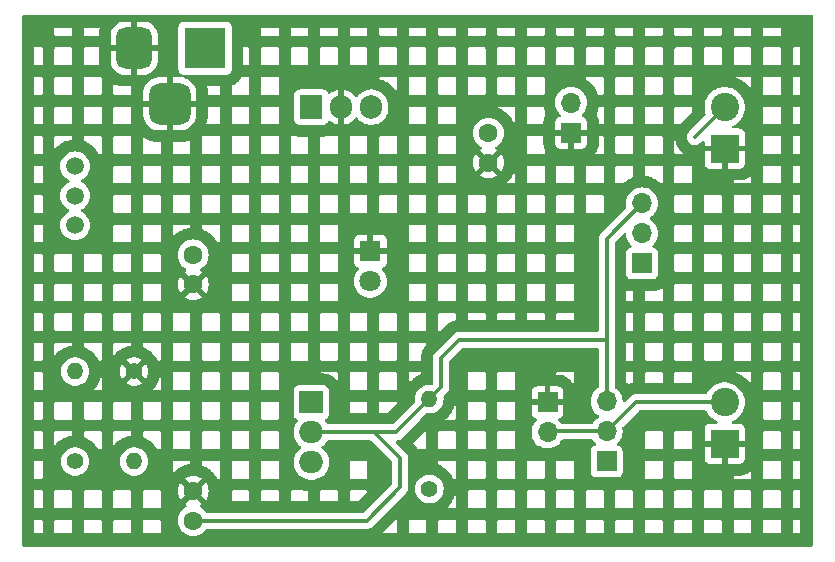
<source format=gbl>
%TF.GenerationSoftware,KiCad,Pcbnew,8.0.5*%
%TF.CreationDate,2024-10-17T22:46:51+07:00*%
%TF.ProjectId,beginer,62656769-6e65-4722-9e6b-696361645f70,1.0.0*%
%TF.SameCoordinates,Original*%
%TF.FileFunction,Copper,L2,Bot*%
%TF.FilePolarity,Positive*%
%FSLAX46Y46*%
G04 Gerber Fmt 4.6, Leading zero omitted, Abs format (unit mm)*
G04 Created by KiCad (PCBNEW 8.0.5) date 2024-10-17 22:46:51*
%MOMM*%
%LPD*%
G01*
G04 APERTURE LIST*
G04 Aperture macros list*
%AMRoundRect*
0 Rectangle with rounded corners*
0 $1 Rounding radius*
0 $2 $3 $4 $5 $6 $7 $8 $9 X,Y pos of 4 corners*
0 Add a 4 corners polygon primitive as box body*
4,1,4,$2,$3,$4,$5,$6,$7,$8,$9,$2,$3,0*
0 Add four circle primitives for the rounded corners*
1,1,$1+$1,$2,$3*
1,1,$1+$1,$4,$5*
1,1,$1+$1,$6,$7*
1,1,$1+$1,$8,$9*
0 Add four rect primitives between the rounded corners*
20,1,$1+$1,$2,$3,$4,$5,0*
20,1,$1+$1,$4,$5,$6,$7,0*
20,1,$1+$1,$6,$7,$8,$9,0*
20,1,$1+$1,$8,$9,$2,$3,0*%
G04 Aperture macros list end*
%TA.AperFunction,ComponentPad*%
%ADD10R,2.000000X1.905000*%
%TD*%
%TA.AperFunction,ComponentPad*%
%ADD11O,2.000000X1.905000*%
%TD*%
%TA.AperFunction,ComponentPad*%
%ADD12C,1.400000*%
%TD*%
%TA.AperFunction,ComponentPad*%
%ADD13O,1.400000X1.400000*%
%TD*%
%TA.AperFunction,ComponentPad*%
%ADD14C,1.508000*%
%TD*%
%TA.AperFunction,ComponentPad*%
%ADD15R,1.700000X1.700000*%
%TD*%
%TA.AperFunction,ComponentPad*%
%ADD16O,1.700000X1.700000*%
%TD*%
%TA.AperFunction,ComponentPad*%
%ADD17R,1.905000X2.000000*%
%TD*%
%TA.AperFunction,ComponentPad*%
%ADD18O,1.905000X2.000000*%
%TD*%
%TA.AperFunction,ComponentPad*%
%ADD19C,1.600000*%
%TD*%
%TA.AperFunction,ComponentPad*%
%ADD20R,1.800000X1.800000*%
%TD*%
%TA.AperFunction,ComponentPad*%
%ADD21C,1.800000*%
%TD*%
%TA.AperFunction,ComponentPad*%
%ADD22R,2.400000X2.400000*%
%TD*%
%TA.AperFunction,ComponentPad*%
%ADD23C,2.400000*%
%TD*%
%TA.AperFunction,ComponentPad*%
%ADD24R,3.500000X3.500000*%
%TD*%
%TA.AperFunction,ComponentPad*%
%ADD25RoundRect,0.750000X-0.750000X-1.000000X0.750000X-1.000000X0.750000X1.000000X-0.750000X1.000000X0*%
%TD*%
%TA.AperFunction,ComponentPad*%
%ADD26RoundRect,0.875000X-0.875000X-0.875000X0.875000X-0.875000X0.875000X0.875000X-0.875000X0.875000X0*%
%TD*%
%TA.AperFunction,Conductor*%
%ADD27C,0.350000*%
%TD*%
G04 APERTURE END LIST*
D10*
%TO.P,U1,1,ADJ*%
%TO.N,Net-(R1-+)*%
X120000000Y-100300000D03*
D11*
%TO.P,U1,2,VO*%
%TO.N,/3.3V*%
X120000000Y-102840000D03*
%TO.P,U1,3,VI*%
%TO.N,/12V*%
X120000000Y-105380000D03*
%TD*%
D12*
%TO.P,R2,1,+*%
%TO.N,Net-(R2-+)*%
X100000000Y-105300000D03*
D13*
%TO.P,R2,2,-*%
%TO.N,/12V*%
X100000000Y-97680000D03*
%TD*%
D14*
%TO.P,S1,1*%
%TO.N,/12V*%
X100000000Y-85300000D03*
%TO.P,S1,2*%
%TO.N,/PWR_input*%
X100000000Y-82800000D03*
%TO.P,S1,3*%
%TO.N,unconnected-(S1-Pad3)*%
X100000000Y-80300000D03*
%TD*%
D15*
%TO.P,J3,1*%
%TO.N,GND*%
X142000000Y-77460000D03*
D16*
%TO.P,J3,2*%
%TO.N,/PWR_output*%
X142000000Y-74920000D03*
%TD*%
D12*
%TO.P,R1,1,+*%
%TO.N,Net-(R1-+)*%
X130000000Y-107620000D03*
D13*
%TO.P,R1,2,-*%
%TO.N,/3.3V*%
X130000000Y-100000000D03*
%TD*%
D17*
%TO.P,U2,1,VI*%
%TO.N,/12V*%
X120000000Y-75300000D03*
D18*
%TO.P,U2,2,GND*%
%TO.N,GND*%
X122540000Y-75300000D03*
%TO.P,U2,3,VO*%
%TO.N,/5V*%
X125080000Y-75300000D03*
%TD*%
D15*
%TO.P,J6,1*%
%TO.N,/5V*%
X148000000Y-88525000D03*
D16*
%TO.P,J6,2*%
%TO.N,/PWR_output*%
X148000000Y-85985000D03*
%TO.P,J6,3*%
%TO.N,/3.3V*%
X148000000Y-83445000D03*
%TD*%
D19*
%TO.P,C1,1,+*%
%TO.N,/12V*%
X110000000Y-87800000D03*
%TO.P,C1,2,-*%
%TO.N,GND*%
X110000000Y-90300000D03*
%TD*%
%TO.P,C2,1,+*%
%TO.N,/3.3V*%
X110000000Y-110300000D03*
%TO.P,C2,2,-*%
%TO.N,GND*%
X110000000Y-107800000D03*
%TD*%
D15*
%TO.P,J5,1*%
%TO.N,GND*%
X140000000Y-100300000D03*
D16*
%TO.P,J5,2*%
%TO.N,/PWR_output*%
X140000000Y-102840000D03*
%TD*%
D19*
%TO.P,C3,1,+*%
%TO.N,/5V*%
X135000000Y-77500000D03*
%TO.P,C3,2,-*%
%TO.N,GND*%
X135000000Y-80000000D03*
%TD*%
D12*
%TO.P,R3,1,+*%
%TO.N,GND*%
X105000000Y-97680000D03*
D13*
%TO.P,R3,2,-*%
%TO.N,Net-(R1-+)*%
X105000000Y-105300000D03*
%TD*%
D20*
%TO.P,D1,1*%
%TO.N,GND*%
X125000000Y-87500000D03*
D21*
%TO.P,D1,2*%
%TO.N,Net-(R2-+)*%
X125000000Y-90040000D03*
%TD*%
D15*
%TO.P,J4,1*%
%TO.N,/5V*%
X145000000Y-105300000D03*
D16*
%TO.P,J4,2*%
%TO.N,/PWR_output*%
X145000000Y-102760000D03*
%TO.P,J4,3*%
%TO.N,/3.3V*%
X145000000Y-100220000D03*
%TD*%
D22*
%TO.P,J7,1*%
%TO.N,GND*%
X155000000Y-78800000D03*
D23*
%TO.P,J7,2*%
%TO.N,/PWR_output*%
X155000000Y-75300000D03*
%TD*%
D24*
%TO.P,J1,1*%
%TO.N,/PWR_input*%
X111000000Y-70300000D03*
D25*
%TO.P,J1,2*%
%TO.N,GND*%
X105000000Y-70300000D03*
D26*
%TO.P,J1,3*%
X108000000Y-75000000D03*
%TD*%
D22*
%TO.P,J2,1*%
%TO.N,GND*%
X155000000Y-103800000D03*
D23*
%TO.P,J2,2*%
%TO.N,/PWR_output*%
X155000000Y-100300000D03*
%TD*%
D27*
%TO.N,/3.3V*%
X145000000Y-95000000D02*
X145000000Y-100220000D01*
X127500000Y-107500000D02*
X127500000Y-105000000D01*
X127160000Y-102840000D02*
X130000000Y-100000000D01*
X130000000Y-100000000D02*
X130975000Y-99025000D01*
X148000000Y-83445000D02*
X145000000Y-86445000D01*
X125340000Y-102840000D02*
X120000000Y-102840000D01*
X145000000Y-86445000D02*
X145000000Y-95000000D01*
X110000000Y-110300000D02*
X124700000Y-110300000D01*
X125340000Y-102840000D02*
X127160000Y-102840000D01*
X132500000Y-95000000D02*
X145000000Y-95000000D01*
X130975000Y-99025000D02*
X130975000Y-96525000D01*
X130975000Y-96525000D02*
X132500000Y-95000000D01*
X127500000Y-105000000D02*
X125340000Y-102840000D01*
X124700000Y-110300000D02*
X127500000Y-107500000D01*
%TO.N,/PWR_output*%
X152460000Y-77840000D02*
X155000000Y-75300000D01*
X155000000Y-100300000D02*
X147460000Y-100300000D01*
X145000000Y-102760000D02*
X140080000Y-102760000D01*
X147460000Y-100300000D02*
X145000000Y-102760000D01*
X140080000Y-102760000D02*
X140000000Y-102840000D01*
%TD*%
%TA.AperFunction,Conductor*%
%TO.N,GND*%
G36*
X162443039Y-67519685D02*
G01*
X162488794Y-67572489D01*
X162500000Y-67624000D01*
X162500000Y-112376000D01*
X162480315Y-112443039D01*
X162427511Y-112488794D01*
X162376000Y-112500000D01*
X95624500Y-112500000D01*
X95557461Y-112480315D01*
X95511706Y-112427511D01*
X95500500Y-112376000D01*
X95500500Y-111376000D01*
X96498500Y-111376000D01*
X97250500Y-111376000D01*
X97250500Y-110336210D01*
X98248500Y-110336210D01*
X98248500Y-111376000D01*
X99750500Y-111376000D01*
X99750500Y-110336210D01*
X100748500Y-110336210D01*
X100748500Y-111376000D01*
X102250500Y-111376000D01*
X102250500Y-110336210D01*
X103248500Y-110336210D01*
X103248500Y-111376000D01*
X104750500Y-111376000D01*
X104750500Y-110336210D01*
X105748500Y-110336210D01*
X105748500Y-111376000D01*
X107250500Y-111376000D01*
X107250500Y-110336210D01*
X107243297Y-110299998D01*
X108694532Y-110299998D01*
X108694532Y-110300001D01*
X108714364Y-110526686D01*
X108714366Y-110526697D01*
X108773258Y-110746488D01*
X108773261Y-110746497D01*
X108869431Y-110952732D01*
X108869432Y-110952734D01*
X108999954Y-111139141D01*
X109160858Y-111300045D01*
X109160861Y-111300047D01*
X109347266Y-111430568D01*
X109553504Y-111526739D01*
X109773308Y-111585635D01*
X109935230Y-111599801D01*
X109999998Y-111605468D01*
X110000000Y-111605468D01*
X110000002Y-111605468D01*
X110056673Y-111600509D01*
X110226692Y-111585635D01*
X110446496Y-111526739D01*
X110652734Y-111430568D01*
X110730666Y-111376000D01*
X125990686Y-111376000D01*
X127250500Y-111376000D01*
X127250500Y-110336210D01*
X128248500Y-110336210D01*
X128248500Y-111376000D01*
X129750500Y-111376000D01*
X129750500Y-110336210D01*
X130748500Y-110336210D01*
X130748500Y-111376000D01*
X132250500Y-111376000D01*
X132250500Y-110336210D01*
X133248500Y-110336210D01*
X133248500Y-111376000D01*
X134750500Y-111376000D01*
X134750500Y-110336210D01*
X135748500Y-110336210D01*
X135748500Y-111376000D01*
X137250500Y-111376000D01*
X137250500Y-110336210D01*
X138248500Y-110336210D01*
X138248500Y-111376000D01*
X139750500Y-111376000D01*
X139750500Y-110336210D01*
X140748500Y-110336210D01*
X140748500Y-111376000D01*
X142250500Y-111376000D01*
X142250500Y-110336210D01*
X143248500Y-110336210D01*
X143248500Y-111376000D01*
X144750500Y-111376000D01*
X144750500Y-110336210D01*
X145748500Y-110336210D01*
X145748500Y-111376000D01*
X147250500Y-111376000D01*
X147250500Y-110336210D01*
X148248500Y-110336210D01*
X148248500Y-111376000D01*
X149750500Y-111376000D01*
X149750500Y-110336210D01*
X150748500Y-110336210D01*
X150748500Y-111376000D01*
X152250500Y-111376000D01*
X152250500Y-110336210D01*
X153248500Y-110336210D01*
X153248500Y-111376000D01*
X154750500Y-111376000D01*
X154750500Y-110336210D01*
X155748500Y-110336210D01*
X155748500Y-111376000D01*
X157250500Y-111376000D01*
X157250500Y-110336210D01*
X158248500Y-110336210D01*
X158248500Y-111376000D01*
X159750500Y-111376000D01*
X159750500Y-110336210D01*
X160748500Y-110336210D01*
X160748500Y-111376000D01*
X161376000Y-111376000D01*
X161376000Y-110248000D01*
X160836711Y-110248000D01*
X160796348Y-110256028D01*
X160772478Y-110271978D01*
X160756528Y-110295848D01*
X160748500Y-110336210D01*
X159750500Y-110336210D01*
X159742471Y-110295848D01*
X159726521Y-110271978D01*
X159702651Y-110256028D01*
X159662289Y-110248000D01*
X158336711Y-110248000D01*
X158296348Y-110256028D01*
X158272478Y-110271978D01*
X158256528Y-110295848D01*
X158248500Y-110336210D01*
X157250500Y-110336210D01*
X157242471Y-110295848D01*
X157226521Y-110271978D01*
X157202651Y-110256028D01*
X157162289Y-110248000D01*
X155836711Y-110248000D01*
X155796348Y-110256028D01*
X155772478Y-110271978D01*
X155756528Y-110295848D01*
X155748500Y-110336210D01*
X154750500Y-110336210D01*
X154742471Y-110295848D01*
X154726521Y-110271978D01*
X154702651Y-110256028D01*
X154662289Y-110248000D01*
X153336711Y-110248000D01*
X153296348Y-110256028D01*
X153272478Y-110271978D01*
X153256528Y-110295848D01*
X153248500Y-110336210D01*
X152250500Y-110336210D01*
X152242471Y-110295848D01*
X152226521Y-110271978D01*
X152202651Y-110256028D01*
X152162289Y-110248000D01*
X150836711Y-110248000D01*
X150796348Y-110256028D01*
X150772478Y-110271978D01*
X150756528Y-110295848D01*
X150748500Y-110336210D01*
X149750500Y-110336210D01*
X149742471Y-110295848D01*
X149726521Y-110271978D01*
X149702651Y-110256028D01*
X149662289Y-110248000D01*
X148336711Y-110248000D01*
X148296348Y-110256028D01*
X148272478Y-110271978D01*
X148256528Y-110295848D01*
X148248500Y-110336210D01*
X147250500Y-110336210D01*
X147242471Y-110295848D01*
X147226521Y-110271978D01*
X147202651Y-110256028D01*
X147162289Y-110248000D01*
X145836711Y-110248000D01*
X145796348Y-110256028D01*
X145772478Y-110271978D01*
X145756528Y-110295848D01*
X145748500Y-110336210D01*
X144750500Y-110336210D01*
X144742471Y-110295848D01*
X144726521Y-110271978D01*
X144702651Y-110256028D01*
X144662289Y-110248000D01*
X143336711Y-110248000D01*
X143296348Y-110256028D01*
X143272478Y-110271978D01*
X143256528Y-110295848D01*
X143248500Y-110336210D01*
X142250500Y-110336210D01*
X142242471Y-110295848D01*
X142226521Y-110271978D01*
X142202651Y-110256028D01*
X142162289Y-110248000D01*
X140836711Y-110248000D01*
X140796348Y-110256028D01*
X140772478Y-110271978D01*
X140756528Y-110295848D01*
X140748500Y-110336210D01*
X139750500Y-110336210D01*
X139742471Y-110295848D01*
X139726521Y-110271978D01*
X139702651Y-110256028D01*
X139662289Y-110248000D01*
X138336711Y-110248000D01*
X138296348Y-110256028D01*
X138272478Y-110271978D01*
X138256528Y-110295848D01*
X138248500Y-110336210D01*
X137250500Y-110336210D01*
X137242471Y-110295848D01*
X137226521Y-110271978D01*
X137202651Y-110256028D01*
X137162289Y-110248000D01*
X135836711Y-110248000D01*
X135796348Y-110256028D01*
X135772478Y-110271978D01*
X135756528Y-110295848D01*
X135748500Y-110336210D01*
X134750500Y-110336210D01*
X134742471Y-110295848D01*
X134726521Y-110271978D01*
X134702651Y-110256028D01*
X134662289Y-110248000D01*
X133336711Y-110248000D01*
X133296348Y-110256028D01*
X133272478Y-110271978D01*
X133256528Y-110295848D01*
X133248500Y-110336210D01*
X132250500Y-110336210D01*
X132242471Y-110295848D01*
X132226521Y-110271978D01*
X132202651Y-110256028D01*
X132162289Y-110248000D01*
X130836711Y-110248000D01*
X130796348Y-110256028D01*
X130772478Y-110271978D01*
X130756528Y-110295848D01*
X130748500Y-110336210D01*
X129750500Y-110336210D01*
X129742471Y-110295848D01*
X129726521Y-110271978D01*
X129702651Y-110256028D01*
X129662289Y-110248000D01*
X128336711Y-110248000D01*
X128296348Y-110256028D01*
X128272478Y-110271978D01*
X128256528Y-110295848D01*
X128248500Y-110336210D01*
X127250500Y-110336210D01*
X127242471Y-110295848D01*
X127226521Y-110271978D01*
X127202651Y-110256028D01*
X127162289Y-110248000D01*
X127118685Y-110248000D01*
X125990686Y-111376000D01*
X110730666Y-111376000D01*
X110839139Y-111300047D01*
X111000047Y-111139139D01*
X111077603Y-111028377D01*
X111132180Y-110984752D01*
X111179178Y-110975500D01*
X124766532Y-110975500D01*
X124766533Y-110975499D01*
X124897036Y-110949541D01*
X125019969Y-110898620D01*
X125130606Y-110824695D01*
X126705301Y-109250000D01*
X131475318Y-109250000D01*
X132162289Y-109250000D01*
X132202651Y-109241971D01*
X132226521Y-109226021D01*
X132242471Y-109202151D01*
X132250500Y-109161789D01*
X132250500Y-107836210D01*
X133248500Y-107836210D01*
X133248500Y-109161789D01*
X133256528Y-109202151D01*
X133272478Y-109226021D01*
X133296348Y-109241971D01*
X133336711Y-109250000D01*
X134662289Y-109250000D01*
X134702651Y-109241971D01*
X134726521Y-109226021D01*
X134742471Y-109202151D01*
X134750500Y-109161789D01*
X134750500Y-107836210D01*
X135748500Y-107836210D01*
X135748500Y-109161789D01*
X135756528Y-109202151D01*
X135772478Y-109226021D01*
X135796348Y-109241971D01*
X135836711Y-109250000D01*
X137162289Y-109250000D01*
X137202651Y-109241971D01*
X137226521Y-109226021D01*
X137242471Y-109202151D01*
X137250500Y-109161789D01*
X137250500Y-107836210D01*
X138248500Y-107836210D01*
X138248500Y-109161789D01*
X138256528Y-109202151D01*
X138272478Y-109226021D01*
X138296348Y-109241971D01*
X138336711Y-109250000D01*
X139662289Y-109250000D01*
X139702651Y-109241971D01*
X139726521Y-109226021D01*
X139742471Y-109202151D01*
X139750500Y-109161789D01*
X139750500Y-107836210D01*
X140748500Y-107836210D01*
X140748500Y-109161789D01*
X140756528Y-109202151D01*
X140772478Y-109226021D01*
X140796348Y-109241971D01*
X140836711Y-109250000D01*
X142162289Y-109250000D01*
X142202651Y-109241971D01*
X142226521Y-109226021D01*
X142242471Y-109202151D01*
X142250500Y-109161789D01*
X142250500Y-107836210D01*
X143248500Y-107836210D01*
X143248500Y-109161789D01*
X143256528Y-109202151D01*
X143272478Y-109226021D01*
X143296348Y-109241971D01*
X143336711Y-109250000D01*
X144662289Y-109250000D01*
X144702651Y-109241971D01*
X144726521Y-109226021D01*
X144742471Y-109202151D01*
X144750500Y-109161789D01*
X144750500Y-107836210D01*
X145748500Y-107836210D01*
X145748500Y-109161789D01*
X145756528Y-109202151D01*
X145772478Y-109226021D01*
X145796348Y-109241971D01*
X145836711Y-109250000D01*
X147162289Y-109250000D01*
X147202651Y-109241971D01*
X147226521Y-109226021D01*
X147242471Y-109202151D01*
X147250500Y-109161789D01*
X147250500Y-107836210D01*
X148248500Y-107836210D01*
X148248500Y-109161789D01*
X148256528Y-109202151D01*
X148272478Y-109226021D01*
X148296348Y-109241971D01*
X148336711Y-109250000D01*
X149662289Y-109250000D01*
X149702651Y-109241971D01*
X149726521Y-109226021D01*
X149742471Y-109202151D01*
X149750500Y-109161789D01*
X149750500Y-107836210D01*
X150748500Y-107836210D01*
X150748500Y-109161789D01*
X150756528Y-109202151D01*
X150772478Y-109226021D01*
X150796348Y-109241971D01*
X150836711Y-109250000D01*
X152162289Y-109250000D01*
X152202651Y-109241971D01*
X152226521Y-109226021D01*
X152242471Y-109202151D01*
X152250500Y-109161789D01*
X152250500Y-107836210D01*
X153248500Y-107836210D01*
X153248500Y-109161789D01*
X153256528Y-109202151D01*
X153272478Y-109226021D01*
X153296348Y-109241971D01*
X153336711Y-109250000D01*
X154662289Y-109250000D01*
X154702651Y-109241971D01*
X154726521Y-109226021D01*
X154742471Y-109202151D01*
X154750500Y-109161789D01*
X154750500Y-107836210D01*
X155748500Y-107836210D01*
X155748500Y-109161789D01*
X155756528Y-109202151D01*
X155772478Y-109226021D01*
X155796348Y-109241971D01*
X155836711Y-109250000D01*
X157162289Y-109250000D01*
X157202651Y-109241971D01*
X157226521Y-109226021D01*
X157242471Y-109202151D01*
X157250500Y-109161789D01*
X157250500Y-107836210D01*
X158248500Y-107836210D01*
X158248500Y-109161789D01*
X158256528Y-109202151D01*
X158272478Y-109226021D01*
X158296348Y-109241971D01*
X158336711Y-109250000D01*
X159662289Y-109250000D01*
X159702651Y-109241971D01*
X159726521Y-109226021D01*
X159742471Y-109202151D01*
X159750500Y-109161789D01*
X159750500Y-107836210D01*
X160748500Y-107836210D01*
X160748500Y-109161789D01*
X160756528Y-109202151D01*
X160772478Y-109226021D01*
X160796348Y-109241971D01*
X160836711Y-109250000D01*
X161376000Y-109250000D01*
X161376000Y-107748000D01*
X160836711Y-107748000D01*
X160796348Y-107756028D01*
X160772478Y-107771978D01*
X160756528Y-107795848D01*
X160748500Y-107836210D01*
X159750500Y-107836210D01*
X159742471Y-107795848D01*
X159726521Y-107771978D01*
X159702651Y-107756028D01*
X159662289Y-107748000D01*
X158336711Y-107748000D01*
X158296348Y-107756028D01*
X158272478Y-107771978D01*
X158256528Y-107795848D01*
X158248500Y-107836210D01*
X157250500Y-107836210D01*
X157242471Y-107795848D01*
X157226521Y-107771978D01*
X157202651Y-107756028D01*
X157162289Y-107748000D01*
X155836711Y-107748000D01*
X155796348Y-107756028D01*
X155772478Y-107771978D01*
X155756528Y-107795848D01*
X155748500Y-107836210D01*
X154750500Y-107836210D01*
X154742471Y-107795848D01*
X154726521Y-107771978D01*
X154702651Y-107756028D01*
X154662289Y-107748000D01*
X153336711Y-107748000D01*
X153296348Y-107756028D01*
X153272478Y-107771978D01*
X153256528Y-107795848D01*
X153248500Y-107836210D01*
X152250500Y-107836210D01*
X152242471Y-107795848D01*
X152226521Y-107771978D01*
X152202651Y-107756028D01*
X152162289Y-107748000D01*
X150836711Y-107748000D01*
X150796348Y-107756028D01*
X150772478Y-107771978D01*
X150756528Y-107795848D01*
X150748500Y-107836210D01*
X149750500Y-107836210D01*
X149742471Y-107795848D01*
X149726521Y-107771978D01*
X149702651Y-107756028D01*
X149662289Y-107748000D01*
X148336711Y-107748000D01*
X148296348Y-107756028D01*
X148272478Y-107771978D01*
X148256528Y-107795848D01*
X148248500Y-107836210D01*
X147250500Y-107836210D01*
X147242471Y-107795848D01*
X147226521Y-107771978D01*
X147202651Y-107756028D01*
X147162289Y-107748000D01*
X145836711Y-107748000D01*
X145796348Y-107756028D01*
X145772478Y-107771978D01*
X145756528Y-107795848D01*
X145748500Y-107836210D01*
X144750500Y-107836210D01*
X144742471Y-107795848D01*
X144726521Y-107771978D01*
X144702651Y-107756028D01*
X144662289Y-107748000D01*
X143336711Y-107748000D01*
X143296348Y-107756028D01*
X143272478Y-107771978D01*
X143256528Y-107795848D01*
X143248500Y-107836210D01*
X142250500Y-107836210D01*
X142242471Y-107795848D01*
X142226521Y-107771978D01*
X142202651Y-107756028D01*
X142162289Y-107748000D01*
X140836711Y-107748000D01*
X140796348Y-107756028D01*
X140772478Y-107771978D01*
X140756528Y-107795848D01*
X140748500Y-107836210D01*
X139750500Y-107836210D01*
X139742471Y-107795848D01*
X139726521Y-107771978D01*
X139702651Y-107756028D01*
X139662289Y-107748000D01*
X138336711Y-107748000D01*
X138296348Y-107756028D01*
X138272478Y-107771978D01*
X138256528Y-107795848D01*
X138248500Y-107836210D01*
X137250500Y-107836210D01*
X137242471Y-107795848D01*
X137226521Y-107771978D01*
X137202651Y-107756028D01*
X137162289Y-107748000D01*
X135836711Y-107748000D01*
X135796348Y-107756028D01*
X135772478Y-107771978D01*
X135756528Y-107795848D01*
X135748500Y-107836210D01*
X134750500Y-107836210D01*
X134742471Y-107795848D01*
X134726521Y-107771978D01*
X134702651Y-107756028D01*
X134662289Y-107748000D01*
X133336711Y-107748000D01*
X133296348Y-107756028D01*
X133272478Y-107771978D01*
X133256528Y-107795848D01*
X133248500Y-107836210D01*
X132250500Y-107836210D01*
X132242471Y-107795848D01*
X132226521Y-107771978D01*
X132202651Y-107756028D01*
X132195446Y-107754595D01*
X132176729Y-107956587D01*
X132176069Y-107962276D01*
X132171280Y-107996609D01*
X132170357Y-108002266D01*
X132161881Y-108047602D01*
X132160699Y-108053205D01*
X132152766Y-108086933D01*
X132151326Y-108092476D01*
X132077824Y-108350808D01*
X132076131Y-108356277D01*
X132065129Y-108389105D01*
X132063187Y-108394485D01*
X132046530Y-108437494D01*
X132044336Y-108442792D01*
X132030325Y-108474528D01*
X132027888Y-108479719D01*
X131908149Y-108720185D01*
X131905477Y-108725253D01*
X131888609Y-108755536D01*
X131885707Y-108760475D01*
X131861427Y-108799687D01*
X131858300Y-108804486D01*
X131838719Y-108833070D01*
X131835374Y-108837719D01*
X131673506Y-109052067D01*
X131669950Y-109056557D01*
X131647812Y-109083217D01*
X131644052Y-109087537D01*
X131612981Y-109121621D01*
X131609024Y-109125765D01*
X131584516Y-109150273D01*
X131580373Y-109154229D01*
X131475318Y-109250000D01*
X126705301Y-109250000D01*
X128024695Y-107930606D01*
X128098620Y-107819969D01*
X128149541Y-107697036D01*
X128164865Y-107619999D01*
X128794357Y-107619999D01*
X128794357Y-107620000D01*
X128814884Y-107841535D01*
X128814885Y-107841537D01*
X128875769Y-108055523D01*
X128875775Y-108055538D01*
X128974938Y-108254683D01*
X128974943Y-108254691D01*
X129109020Y-108432238D01*
X129273437Y-108582123D01*
X129273439Y-108582125D01*
X129462595Y-108699245D01*
X129462596Y-108699245D01*
X129462599Y-108699247D01*
X129670060Y-108779618D01*
X129888757Y-108820500D01*
X129888759Y-108820500D01*
X130111241Y-108820500D01*
X130111243Y-108820500D01*
X130329940Y-108779618D01*
X130537401Y-108699247D01*
X130726562Y-108582124D01*
X130890981Y-108432236D01*
X131025058Y-108254689D01*
X131124229Y-108055528D01*
X131185115Y-107841536D01*
X131205643Y-107620000D01*
X131200688Y-107566531D01*
X131185115Y-107398464D01*
X131185114Y-107398462D01*
X131172370Y-107353673D01*
X131124229Y-107184472D01*
X131116444Y-107168837D01*
X131025061Y-106985316D01*
X131025056Y-106985308D01*
X130890979Y-106807761D01*
X130726562Y-106657876D01*
X130726560Y-106657874D01*
X130537404Y-106540754D01*
X130537398Y-106540752D01*
X130329940Y-106460382D01*
X130111243Y-106419500D01*
X129888757Y-106419500D01*
X129670060Y-106460382D01*
X129574454Y-106497420D01*
X129462601Y-106540752D01*
X129462595Y-106540754D01*
X129273439Y-106657874D01*
X129273437Y-106657876D01*
X129109020Y-106807761D01*
X128974943Y-106985308D01*
X128974938Y-106985316D01*
X128875775Y-107184461D01*
X128875769Y-107184476D01*
X128814885Y-107398462D01*
X128814884Y-107398464D01*
X128794357Y-107619999D01*
X128164865Y-107619999D01*
X128175500Y-107566531D01*
X128175500Y-107433469D01*
X128175500Y-105336210D01*
X130748500Y-105336210D01*
X130748500Y-105552259D01*
X130919431Y-105618478D01*
X130924726Y-105620672D01*
X130956447Y-105634679D01*
X130961635Y-105637114D01*
X131002920Y-105657674D01*
X131007984Y-105660344D01*
X131038243Y-105677199D01*
X131043179Y-105680100D01*
X131271549Y-105821500D01*
X131276350Y-105824628D01*
X131304947Y-105844218D01*
X131309598Y-105847565D01*
X131346404Y-105875361D01*
X131350891Y-105878915D01*
X131377549Y-105901051D01*
X131381871Y-105904812D01*
X131580373Y-106085771D01*
X131584516Y-106089727D01*
X131609024Y-106114235D01*
X131612981Y-106118379D01*
X131644052Y-106152463D01*
X131647812Y-106156783D01*
X131669950Y-106183443D01*
X131673506Y-106187933D01*
X131835374Y-106402281D01*
X131838719Y-106406930D01*
X131858300Y-106435514D01*
X131861427Y-106440313D01*
X131885707Y-106479525D01*
X131888609Y-106484464D01*
X131905477Y-106514747D01*
X131908149Y-106519815D01*
X132022769Y-106750000D01*
X132162289Y-106750000D01*
X132202651Y-106741971D01*
X132226521Y-106726021D01*
X132242471Y-106702151D01*
X132250500Y-106661789D01*
X132250500Y-105336210D01*
X133248500Y-105336210D01*
X133248500Y-106661789D01*
X133256528Y-106702151D01*
X133272478Y-106726021D01*
X133296348Y-106741971D01*
X133336711Y-106750000D01*
X134662289Y-106750000D01*
X134702651Y-106741971D01*
X134726521Y-106726021D01*
X134742471Y-106702151D01*
X134750500Y-106661789D01*
X134750500Y-105336210D01*
X135748500Y-105336210D01*
X135748500Y-106661789D01*
X135756528Y-106702151D01*
X135772478Y-106726021D01*
X135796348Y-106741971D01*
X135836711Y-106750000D01*
X137162289Y-106750000D01*
X137202651Y-106741971D01*
X137226521Y-106726021D01*
X137242471Y-106702151D01*
X137250500Y-106661789D01*
X137250500Y-105336210D01*
X138248500Y-105336210D01*
X138248500Y-106661789D01*
X138256528Y-106702151D01*
X138272478Y-106726021D01*
X138296348Y-106741971D01*
X138336711Y-106750000D01*
X139662289Y-106750000D01*
X139702651Y-106741971D01*
X139726521Y-106726021D01*
X139742471Y-106702151D01*
X139750500Y-106661789D01*
X139750500Y-105336210D01*
X140748500Y-105336210D01*
X140748500Y-106661789D01*
X140756528Y-106702151D01*
X140772478Y-106726021D01*
X140796348Y-106741971D01*
X140836711Y-106750000D01*
X142162289Y-106750000D01*
X142202651Y-106741971D01*
X142226521Y-106726021D01*
X142242471Y-106702151D01*
X142250500Y-106661789D01*
X142250500Y-105336210D01*
X142242471Y-105295848D01*
X142226521Y-105271978D01*
X142202651Y-105256028D01*
X142162289Y-105248000D01*
X140836711Y-105248000D01*
X140796348Y-105256028D01*
X140772478Y-105271978D01*
X140756528Y-105295848D01*
X140748500Y-105336210D01*
X139750500Y-105336210D01*
X139742471Y-105295848D01*
X139726521Y-105271978D01*
X139702651Y-105256028D01*
X139662289Y-105248000D01*
X138336711Y-105248000D01*
X138296348Y-105256028D01*
X138272478Y-105271978D01*
X138256528Y-105295848D01*
X138248500Y-105336210D01*
X137250500Y-105336210D01*
X137242471Y-105295848D01*
X137226521Y-105271978D01*
X137202651Y-105256028D01*
X137162289Y-105248000D01*
X135836711Y-105248000D01*
X135796348Y-105256028D01*
X135772478Y-105271978D01*
X135756528Y-105295848D01*
X135748500Y-105336210D01*
X134750500Y-105336210D01*
X134742471Y-105295848D01*
X134726521Y-105271978D01*
X134702651Y-105256028D01*
X134662289Y-105248000D01*
X133336711Y-105248000D01*
X133296348Y-105256028D01*
X133272478Y-105271978D01*
X133256528Y-105295848D01*
X133248500Y-105336210D01*
X132250500Y-105336210D01*
X132242471Y-105295848D01*
X132226521Y-105271978D01*
X132202651Y-105256028D01*
X132162289Y-105248000D01*
X130836711Y-105248000D01*
X130796348Y-105256028D01*
X130772478Y-105271978D01*
X130756528Y-105295848D01*
X130748500Y-105336210D01*
X128175500Y-105336210D01*
X128175500Y-104933469D01*
X128175500Y-104933466D01*
X128149541Y-104802969D01*
X128149540Y-104802968D01*
X128149540Y-104802964D01*
X128098620Y-104680031D01*
X128088784Y-104665311D01*
X128024698Y-104569398D01*
X128024697Y-104569397D01*
X128024695Y-104569394D01*
X127930606Y-104475305D01*
X127205300Y-103749999D01*
X128616684Y-103749999D01*
X128636294Y-103769609D01*
X128636295Y-103769609D01*
X128747713Y-103881026D01*
X128751909Y-103885434D01*
X128776642Y-103912722D01*
X128780619Y-103917332D01*
X128811709Y-103955216D01*
X128815455Y-103960016D01*
X128837388Y-103989591D01*
X128840890Y-103994564D01*
X128942044Y-104145951D01*
X128945302Y-104151096D01*
X128964236Y-104182687D01*
X128967236Y-104187983D01*
X128990336Y-104231203D01*
X128993072Y-104236638D01*
X128999391Y-104250000D01*
X129662289Y-104250000D01*
X129702651Y-104241971D01*
X129726521Y-104226021D01*
X129742471Y-104202151D01*
X129750500Y-104161789D01*
X129750500Y-102836210D01*
X130748500Y-102836210D01*
X130748500Y-104161789D01*
X130756528Y-104202151D01*
X130772478Y-104226021D01*
X130796348Y-104241971D01*
X130836711Y-104250000D01*
X132162289Y-104250000D01*
X132202651Y-104241971D01*
X132226521Y-104226021D01*
X132242471Y-104202151D01*
X132250500Y-104161789D01*
X132250500Y-102836210D01*
X133248500Y-102836210D01*
X133248500Y-104161789D01*
X133256528Y-104202151D01*
X133272478Y-104226021D01*
X133296348Y-104241971D01*
X133336711Y-104250000D01*
X134662289Y-104250000D01*
X134702651Y-104241971D01*
X134726521Y-104226021D01*
X134742471Y-104202151D01*
X134750500Y-104161789D01*
X134750500Y-102836210D01*
X135748500Y-102836210D01*
X135748500Y-104161789D01*
X135756528Y-104202151D01*
X135772478Y-104226021D01*
X135796348Y-104241971D01*
X135836711Y-104250000D01*
X137162289Y-104250000D01*
X137202651Y-104241971D01*
X137226521Y-104226021D01*
X137242471Y-104202151D01*
X137250500Y-104161789D01*
X137250500Y-102836210D01*
X137242471Y-102795848D01*
X137226521Y-102771978D01*
X137202651Y-102756028D01*
X137162289Y-102748000D01*
X135836711Y-102748000D01*
X135796348Y-102756028D01*
X135772478Y-102771978D01*
X135756528Y-102795848D01*
X135748500Y-102836210D01*
X134750500Y-102836210D01*
X134742471Y-102795848D01*
X134726521Y-102771978D01*
X134702651Y-102756028D01*
X134662289Y-102748000D01*
X133336711Y-102748000D01*
X133296348Y-102756028D01*
X133272478Y-102771978D01*
X133256528Y-102795848D01*
X133248500Y-102836210D01*
X132250500Y-102836210D01*
X132242471Y-102795848D01*
X132226521Y-102771978D01*
X132202651Y-102756028D01*
X132162289Y-102748000D01*
X130836711Y-102748000D01*
X130796348Y-102756028D01*
X130772478Y-102771978D01*
X130756528Y-102795848D01*
X130748500Y-102836210D01*
X129750500Y-102836210D01*
X129742471Y-102795848D01*
X129726521Y-102771978D01*
X129702651Y-102756028D01*
X129662289Y-102748000D01*
X129618684Y-102748000D01*
X128616684Y-103749999D01*
X127205300Y-103749999D01*
X127177269Y-103721968D01*
X127143784Y-103660645D01*
X127148768Y-103590953D01*
X127190640Y-103535020D01*
X127240759Y-103512670D01*
X127281188Y-103504628D01*
X127357036Y-103489541D01*
X127479969Y-103438620D01*
X127590606Y-103364695D01*
X129205299Y-101750000D01*
X131339305Y-101750000D01*
X132162289Y-101750000D01*
X132202651Y-101741971D01*
X132226521Y-101726021D01*
X132242471Y-101702151D01*
X132250500Y-101661789D01*
X132250500Y-100336210D01*
X133248500Y-100336210D01*
X133248500Y-101661789D01*
X133256528Y-101702151D01*
X133272478Y-101726021D01*
X133296348Y-101741971D01*
X133336711Y-101750000D01*
X134662289Y-101750000D01*
X134702651Y-101741971D01*
X134726521Y-101726021D01*
X134742471Y-101702151D01*
X134750500Y-101661789D01*
X134750500Y-100336210D01*
X135748500Y-100336210D01*
X135748500Y-101661789D01*
X135756528Y-101702151D01*
X135772478Y-101726021D01*
X135796348Y-101741971D01*
X135836711Y-101750000D01*
X137162289Y-101750000D01*
X137202651Y-101741971D01*
X137226521Y-101726021D01*
X137242471Y-101702151D01*
X137250500Y-101661789D01*
X137250500Y-100336210D01*
X137242471Y-100295848D01*
X137226521Y-100271978D01*
X137202651Y-100256028D01*
X137162289Y-100248000D01*
X135836711Y-100248000D01*
X135796348Y-100256028D01*
X135772478Y-100271978D01*
X135756528Y-100295848D01*
X135748500Y-100336210D01*
X134750500Y-100336210D01*
X134742471Y-100295848D01*
X134726521Y-100271978D01*
X134702651Y-100256028D01*
X134662289Y-100248000D01*
X133336711Y-100248000D01*
X133296348Y-100256028D01*
X133272478Y-100271978D01*
X133256528Y-100295848D01*
X133248500Y-100336210D01*
X132250500Y-100336210D01*
X132242471Y-100295848D01*
X132226521Y-100271978D01*
X132202651Y-100256028D01*
X132184527Y-100252423D01*
X132176729Y-100336586D01*
X132176069Y-100342276D01*
X132171280Y-100376609D01*
X132170357Y-100382266D01*
X132161881Y-100427602D01*
X132160699Y-100433205D01*
X132152766Y-100466933D01*
X132151326Y-100472476D01*
X132077824Y-100730808D01*
X132076131Y-100736277D01*
X132065129Y-100769105D01*
X132063187Y-100774485D01*
X132046530Y-100817494D01*
X132044336Y-100822792D01*
X132030325Y-100854528D01*
X132027888Y-100859719D01*
X131908149Y-101100185D01*
X131905477Y-101105253D01*
X131888609Y-101135536D01*
X131885707Y-101140475D01*
X131861427Y-101179687D01*
X131858300Y-101184486D01*
X131838719Y-101213070D01*
X131835374Y-101217719D01*
X131673506Y-101432067D01*
X131669950Y-101436557D01*
X131647812Y-101463217D01*
X131644052Y-101467537D01*
X131612981Y-101501621D01*
X131609024Y-101505765D01*
X131584516Y-101530273D01*
X131580373Y-101534229D01*
X131381871Y-101715188D01*
X131377549Y-101718949D01*
X131350891Y-101741085D01*
X131346404Y-101744639D01*
X131339305Y-101750000D01*
X129205299Y-101750000D01*
X129729680Y-101225619D01*
X129791003Y-101192135D01*
X129840147Y-101191413D01*
X129874458Y-101197827D01*
X129888757Y-101200500D01*
X129888758Y-101200500D01*
X130111241Y-101200500D01*
X130111243Y-101200500D01*
X130329940Y-101159618D01*
X130537401Y-101079247D01*
X130726562Y-100962124D01*
X130890981Y-100812236D01*
X131025058Y-100634689D01*
X131124229Y-100435528D01*
X131185115Y-100221536D01*
X131205643Y-100000000D01*
X131189783Y-99828846D01*
X131203198Y-99760279D01*
X131225567Y-99729732D01*
X131499695Y-99455606D01*
X131508210Y-99442862D01*
X131508211Y-99442862D01*
X131560030Y-99365308D01*
X131573620Y-99344969D01*
X131624540Y-99222036D01*
X131640834Y-99140123D01*
X131650500Y-99091533D01*
X131650500Y-97836210D01*
X133248500Y-97836210D01*
X133248500Y-99161789D01*
X133256528Y-99202151D01*
X133272478Y-99226021D01*
X133296348Y-99241971D01*
X133336711Y-99250000D01*
X134662289Y-99250000D01*
X134702651Y-99241971D01*
X134726521Y-99226021D01*
X134742471Y-99202151D01*
X134750500Y-99161789D01*
X134750500Y-97836210D01*
X135748500Y-97836210D01*
X135748500Y-99161789D01*
X135756528Y-99202151D01*
X135772478Y-99226021D01*
X135796348Y-99241971D01*
X135836711Y-99250000D01*
X137162289Y-99250000D01*
X137202651Y-99241971D01*
X137226521Y-99226021D01*
X137242471Y-99202151D01*
X137250500Y-99161789D01*
X137250500Y-97836210D01*
X140748500Y-97836210D01*
X140748500Y-97952000D01*
X140911177Y-97952000D01*
X140914491Y-97952044D01*
X140934539Y-97952580D01*
X140937855Y-97952713D01*
X140964542Y-97954142D01*
X140967856Y-97954364D01*
X140987905Y-97955977D01*
X140991217Y-97956289D01*
X141095069Y-97967455D01*
X141102738Y-97968522D01*
X141148916Y-97976428D01*
X141156501Y-97977972D01*
X141217212Y-97992315D01*
X141224695Y-97994332D01*
X141269564Y-98007942D01*
X141276904Y-98010421D01*
X141474261Y-98084030D01*
X141482441Y-98087419D01*
X141531177Y-98109677D01*
X141539091Y-98113638D01*
X141601681Y-98147815D01*
X141609295Y-98152333D01*
X141654362Y-98181297D01*
X141661632Y-98186345D01*
X141833816Y-98315243D01*
X141840707Y-98320796D01*
X141881192Y-98355876D01*
X141887671Y-98361908D01*
X141938092Y-98412329D01*
X141944124Y-98418808D01*
X141979204Y-98459293D01*
X141984757Y-98466184D01*
X142113655Y-98638368D01*
X142118703Y-98645638D01*
X142147667Y-98690705D01*
X142152185Y-98698319D01*
X142186362Y-98760909D01*
X142190323Y-98768823D01*
X142212581Y-98817559D01*
X142215970Y-98825739D01*
X142250500Y-98918319D01*
X142250500Y-97836210D01*
X142242471Y-97795848D01*
X142226521Y-97771978D01*
X142202651Y-97756028D01*
X142162289Y-97748000D01*
X140836711Y-97748000D01*
X140796348Y-97756028D01*
X140772478Y-97771978D01*
X140756528Y-97795848D01*
X140748500Y-97836210D01*
X137250500Y-97836210D01*
X137242471Y-97795848D01*
X137226521Y-97771978D01*
X137202651Y-97756028D01*
X137162289Y-97748000D01*
X135836711Y-97748000D01*
X135796348Y-97756028D01*
X135772478Y-97771978D01*
X135756528Y-97795848D01*
X135748500Y-97836210D01*
X134750500Y-97836210D01*
X134742471Y-97795848D01*
X134726521Y-97771978D01*
X134702651Y-97756028D01*
X134662289Y-97748000D01*
X133336711Y-97748000D01*
X133296348Y-97756028D01*
X133272478Y-97771978D01*
X133256528Y-97795848D01*
X133248500Y-97836210D01*
X131650500Y-97836210D01*
X131650500Y-96856163D01*
X131670185Y-96789124D01*
X131686819Y-96768482D01*
X132743482Y-95711819D01*
X132804805Y-95678334D01*
X132831163Y-95675500D01*
X144200500Y-95675500D01*
X144267539Y-95695185D01*
X144313294Y-95747989D01*
X144324500Y-95799500D01*
X144324500Y-98979783D01*
X144304815Y-99046822D01*
X144271624Y-99081358D01*
X144128594Y-99181508D01*
X143961505Y-99348597D01*
X143825965Y-99542169D01*
X143825964Y-99542171D01*
X143738506Y-99729725D01*
X143726098Y-99756336D01*
X143726094Y-99756344D01*
X143664938Y-99984586D01*
X143664936Y-99984596D01*
X143644341Y-100219999D01*
X143644341Y-100220000D01*
X143664936Y-100455403D01*
X143664938Y-100455413D01*
X143726094Y-100683655D01*
X143726096Y-100683659D01*
X143726097Y-100683663D01*
X143825965Y-100897830D01*
X143825967Y-100897834D01*
X143961501Y-101091395D01*
X143961506Y-101091402D01*
X144128597Y-101258493D01*
X144128603Y-101258498D01*
X144314158Y-101388425D01*
X144357783Y-101443002D01*
X144364977Y-101512500D01*
X144333454Y-101574855D01*
X144314158Y-101591575D01*
X144128597Y-101721505D01*
X143961506Y-101888596D01*
X143861359Y-102031623D01*
X143806782Y-102075248D01*
X143759784Y-102084500D01*
X141184200Y-102084500D01*
X141117161Y-102064815D01*
X141082625Y-102031623D01*
X141038496Y-101968600D01*
X140980998Y-101911102D01*
X140916179Y-101846283D01*
X140882696Y-101784963D01*
X140887680Y-101715271D01*
X140929551Y-101659337D01*
X140960529Y-101642422D01*
X141092086Y-101593354D01*
X141092093Y-101593350D01*
X141207187Y-101507190D01*
X141207190Y-101507187D01*
X141293350Y-101392093D01*
X141293354Y-101392086D01*
X141343596Y-101257379D01*
X141343598Y-101257372D01*
X141349999Y-101197844D01*
X141350000Y-101197827D01*
X141350000Y-100550000D01*
X140433012Y-100550000D01*
X140465925Y-100492993D01*
X140500000Y-100365826D01*
X140500000Y-100234174D01*
X140465925Y-100107007D01*
X140433012Y-100050000D01*
X141350000Y-100050000D01*
X141350000Y-99402172D01*
X141349999Y-99402155D01*
X141343598Y-99342627D01*
X141343596Y-99342620D01*
X141293354Y-99207913D01*
X141293350Y-99207906D01*
X141207190Y-99092812D01*
X141207187Y-99092809D01*
X141092093Y-99006649D01*
X141092086Y-99006645D01*
X140957379Y-98956403D01*
X140957372Y-98956401D01*
X140897844Y-98950000D01*
X140250000Y-98950000D01*
X140250000Y-99866988D01*
X140192993Y-99834075D01*
X140065826Y-99800000D01*
X139934174Y-99800000D01*
X139807007Y-99834075D01*
X139750000Y-99866988D01*
X139750000Y-98950000D01*
X139102155Y-98950000D01*
X139042627Y-98956401D01*
X139042620Y-98956403D01*
X138907913Y-99006645D01*
X138907906Y-99006649D01*
X138792812Y-99092809D01*
X138792809Y-99092812D01*
X138706649Y-99207906D01*
X138706645Y-99207913D01*
X138656403Y-99342620D01*
X138656401Y-99342627D01*
X138650000Y-99402155D01*
X138650000Y-100050000D01*
X139566988Y-100050000D01*
X139534075Y-100107007D01*
X139500000Y-100234174D01*
X139500000Y-100365826D01*
X139534075Y-100492993D01*
X139566988Y-100550000D01*
X138650000Y-100550000D01*
X138650000Y-101197844D01*
X138656401Y-101257372D01*
X138656403Y-101257379D01*
X138706645Y-101392086D01*
X138706649Y-101392093D01*
X138792809Y-101507187D01*
X138792812Y-101507190D01*
X138907906Y-101593350D01*
X138907913Y-101593354D01*
X139039470Y-101642421D01*
X139095403Y-101684292D01*
X139119821Y-101749756D01*
X139104970Y-101818029D01*
X139083819Y-101846284D01*
X138961503Y-101968600D01*
X138825965Y-102162169D01*
X138825964Y-102162171D01*
X138726098Y-102376335D01*
X138726094Y-102376344D01*
X138664938Y-102604586D01*
X138664936Y-102604596D01*
X138644341Y-102839999D01*
X138644341Y-102840000D01*
X138664936Y-103075403D01*
X138664938Y-103075413D01*
X138726094Y-103303655D01*
X138726096Y-103303659D01*
X138726097Y-103303663D01*
X138796753Y-103455185D01*
X138825965Y-103517830D01*
X138825967Y-103517834D01*
X138871741Y-103583205D01*
X138961505Y-103711401D01*
X139128599Y-103878495D01*
X139225384Y-103946265D01*
X139322165Y-104014032D01*
X139322167Y-104014033D01*
X139322170Y-104014035D01*
X139536337Y-104113903D01*
X139536343Y-104113904D01*
X139536344Y-104113905D01*
X139591285Y-104128626D01*
X139764592Y-104175063D01*
X139952918Y-104191539D01*
X139999999Y-104195659D01*
X140000000Y-104195659D01*
X140000001Y-104195659D01*
X140039234Y-104192226D01*
X140235408Y-104175063D01*
X140463663Y-104113903D01*
X140677830Y-104014035D01*
X140871401Y-103878495D01*
X141038495Y-103711401D01*
X141174035Y-103517830D01*
X141179042Y-103507091D01*
X141225216Y-103454654D01*
X141291423Y-103435500D01*
X143759783Y-103435500D01*
X143826822Y-103455185D01*
X143861357Y-103488375D01*
X143926250Y-103581051D01*
X143961505Y-103631401D01*
X144083430Y-103753326D01*
X144116915Y-103814649D01*
X144111931Y-103884341D01*
X144070059Y-103940274D01*
X144039083Y-103957189D01*
X143907669Y-104006203D01*
X143907664Y-104006206D01*
X143792455Y-104092452D01*
X143792452Y-104092455D01*
X143706206Y-104207664D01*
X143706202Y-104207671D01*
X143655908Y-104342517D01*
X143649501Y-104402116D01*
X143649501Y-104402123D01*
X143649500Y-104402135D01*
X143649500Y-106197870D01*
X143649501Y-106197876D01*
X143655908Y-106257483D01*
X143706202Y-106392328D01*
X143706206Y-106392335D01*
X143792452Y-106507544D01*
X143792455Y-106507547D01*
X143907664Y-106593793D01*
X143907671Y-106593797D01*
X144042517Y-106644091D01*
X144042516Y-106644091D01*
X144049444Y-106644835D01*
X144102127Y-106650500D01*
X145897872Y-106650499D01*
X145957483Y-106644091D01*
X146092331Y-106593796D01*
X146207546Y-106507546D01*
X146293796Y-106392331D01*
X146344091Y-106257483D01*
X146350500Y-106197873D01*
X146350500Y-105336210D01*
X148248500Y-105336210D01*
X148248500Y-106661789D01*
X148256528Y-106702151D01*
X148272478Y-106726021D01*
X148296348Y-106741971D01*
X148336711Y-106750000D01*
X149662289Y-106750000D01*
X149702651Y-106741971D01*
X149726521Y-106726021D01*
X149742471Y-106702151D01*
X149750500Y-106661789D01*
X149750500Y-105336210D01*
X150748500Y-105336210D01*
X150748500Y-106661789D01*
X150756528Y-106702151D01*
X150772478Y-106726021D01*
X150796348Y-106741971D01*
X150836711Y-106750000D01*
X152162289Y-106750000D01*
X152202651Y-106741971D01*
X152226521Y-106726021D01*
X152242471Y-106702151D01*
X152250500Y-106661789D01*
X152250500Y-106498000D01*
X155748500Y-106498000D01*
X155748500Y-106661789D01*
X155756528Y-106702151D01*
X155772478Y-106726021D01*
X155796348Y-106741971D01*
X155836711Y-106750000D01*
X157162289Y-106750000D01*
X157202651Y-106741971D01*
X157226521Y-106726021D01*
X157242471Y-106702151D01*
X157250500Y-106661789D01*
X157250500Y-106075263D01*
X157237671Y-106088092D01*
X157231192Y-106094124D01*
X157190707Y-106129204D01*
X157183816Y-106134757D01*
X157011632Y-106263655D01*
X157004362Y-106268703D01*
X156959295Y-106297667D01*
X156951681Y-106302185D01*
X156889091Y-106336362D01*
X156881177Y-106340323D01*
X156832441Y-106362581D01*
X156824261Y-106365970D01*
X156626904Y-106439579D01*
X156619564Y-106442058D01*
X156574695Y-106455668D01*
X156567212Y-106457685D01*
X156506501Y-106472028D01*
X156498916Y-106473572D01*
X156452738Y-106481478D01*
X156445069Y-106482545D01*
X156341217Y-106493711D01*
X156337905Y-106494023D01*
X156317856Y-106495636D01*
X156314542Y-106495858D01*
X156287855Y-106497287D01*
X156284539Y-106497420D01*
X156264491Y-106497956D01*
X156261177Y-106498000D01*
X155748500Y-106498000D01*
X152250500Y-106498000D01*
X152250500Y-105336210D01*
X152242471Y-105295848D01*
X152226521Y-105271978D01*
X152202651Y-105256028D01*
X152162289Y-105248000D01*
X150836711Y-105248000D01*
X150796348Y-105256028D01*
X150772478Y-105271978D01*
X150756528Y-105295848D01*
X150748500Y-105336210D01*
X149750500Y-105336210D01*
X149742471Y-105295848D01*
X149726521Y-105271978D01*
X149702651Y-105256028D01*
X149662289Y-105248000D01*
X148336711Y-105248000D01*
X148296348Y-105256028D01*
X148272478Y-105271978D01*
X148256528Y-105295848D01*
X148248500Y-105336210D01*
X146350500Y-105336210D01*
X146350499Y-104402128D01*
X146344091Y-104342517D01*
X146342359Y-104337874D01*
X146293797Y-104207671D01*
X146293793Y-104207664D01*
X146207547Y-104092455D01*
X146207544Y-104092452D01*
X146092335Y-104006206D01*
X146092328Y-104006202D01*
X145960917Y-103957189D01*
X145904983Y-103915318D01*
X145880566Y-103849853D01*
X145895418Y-103781580D01*
X145916563Y-103753332D01*
X146038495Y-103631401D01*
X146174035Y-103437830D01*
X146273903Y-103223663D01*
X146335063Y-102995408D01*
X146348991Y-102836210D01*
X148248500Y-102836210D01*
X148248500Y-104161789D01*
X148256528Y-104202151D01*
X148272478Y-104226021D01*
X148296348Y-104241971D01*
X148336711Y-104250000D01*
X149662289Y-104250000D01*
X149702651Y-104241971D01*
X149726521Y-104226021D01*
X149742471Y-104202151D01*
X149750500Y-104161789D01*
X149750500Y-102836210D01*
X150748500Y-102836210D01*
X150748500Y-104161789D01*
X150756528Y-104202151D01*
X150772478Y-104226021D01*
X150796348Y-104241971D01*
X150836711Y-104250000D01*
X152162289Y-104250000D01*
X152202651Y-104241971D01*
X152226521Y-104226021D01*
X152242471Y-104202151D01*
X152250500Y-104161789D01*
X152250500Y-102836210D01*
X152242471Y-102795848D01*
X152226521Y-102771978D01*
X152202651Y-102756028D01*
X152162289Y-102748000D01*
X150836711Y-102748000D01*
X150796348Y-102756028D01*
X150772478Y-102771978D01*
X150756528Y-102795848D01*
X150748500Y-102836210D01*
X149750500Y-102836210D01*
X149742471Y-102795848D01*
X149726521Y-102771978D01*
X149702651Y-102756028D01*
X149662289Y-102748000D01*
X148336711Y-102748000D01*
X148296348Y-102756028D01*
X148272478Y-102771978D01*
X148256528Y-102795848D01*
X148248500Y-102836210D01*
X146348991Y-102836210D01*
X146355659Y-102760000D01*
X146355311Y-102756028D01*
X146351539Y-102712918D01*
X146335063Y-102524592D01*
X146323086Y-102479893D01*
X146324749Y-102410043D01*
X146355178Y-102360121D01*
X147703482Y-101011819D01*
X147764805Y-100978334D01*
X147791163Y-100975500D01*
X153354841Y-100975500D01*
X153421880Y-100995185D01*
X153462228Y-101037500D01*
X153486331Y-101079247D01*
X153591041Y-101260612D01*
X153749950Y-101459877D01*
X153936783Y-101633232D01*
X154147366Y-101776805D01*
X154147369Y-101776806D01*
X154147370Y-101776807D01*
X154329010Y-101864280D01*
X154380869Y-101911102D01*
X154399182Y-101978529D01*
X154378134Y-102045153D01*
X154324408Y-102089822D01*
X154275208Y-102100000D01*
X153752155Y-102100000D01*
X153692627Y-102106401D01*
X153692620Y-102106403D01*
X153557913Y-102156645D01*
X153557906Y-102156649D01*
X153442812Y-102242809D01*
X153442809Y-102242812D01*
X153356649Y-102357906D01*
X153356645Y-102357913D01*
X153306403Y-102492620D01*
X153306401Y-102492627D01*
X153300000Y-102552155D01*
X153300000Y-103550000D01*
X154451518Y-103550000D01*
X154440889Y-103568409D01*
X154400000Y-103721009D01*
X154400000Y-103878991D01*
X154440889Y-104031591D01*
X154451518Y-104050000D01*
X153300000Y-104050000D01*
X153300000Y-105047844D01*
X153306401Y-105107372D01*
X153306403Y-105107379D01*
X153356645Y-105242086D01*
X153356649Y-105242093D01*
X153442809Y-105357187D01*
X153442812Y-105357190D01*
X153557906Y-105443350D01*
X153557913Y-105443354D01*
X153692620Y-105493596D01*
X153692627Y-105493598D01*
X153752155Y-105499999D01*
X153752172Y-105500000D01*
X154750000Y-105500000D01*
X154750000Y-104348482D01*
X154768409Y-104359111D01*
X154921009Y-104400000D01*
X155078991Y-104400000D01*
X155231591Y-104359111D01*
X155250000Y-104348482D01*
X155250000Y-105500000D01*
X156247828Y-105500000D01*
X156247844Y-105499999D01*
X156307372Y-105493598D01*
X156307379Y-105493596D01*
X156442086Y-105443354D01*
X156442093Y-105443350D01*
X156557187Y-105357190D01*
X156557190Y-105357187D01*
X156572893Y-105336210D01*
X158248500Y-105336210D01*
X158248500Y-106661789D01*
X158256528Y-106702151D01*
X158272478Y-106726021D01*
X158296348Y-106741971D01*
X158336711Y-106750000D01*
X159662289Y-106750000D01*
X159702651Y-106741971D01*
X159726521Y-106726021D01*
X159742471Y-106702151D01*
X159750500Y-106661789D01*
X159750500Y-105336210D01*
X160748500Y-105336210D01*
X160748500Y-106661789D01*
X160756528Y-106702151D01*
X160772478Y-106726021D01*
X160796348Y-106741971D01*
X160836711Y-106750000D01*
X161376000Y-106750000D01*
X161376000Y-105248000D01*
X160836711Y-105248000D01*
X160796348Y-105256028D01*
X160772478Y-105271978D01*
X160756528Y-105295848D01*
X160748500Y-105336210D01*
X159750500Y-105336210D01*
X159742471Y-105295848D01*
X159726521Y-105271978D01*
X159702651Y-105256028D01*
X159662289Y-105248000D01*
X158336711Y-105248000D01*
X158296348Y-105256028D01*
X158272478Y-105271978D01*
X158256528Y-105295848D01*
X158248500Y-105336210D01*
X156572893Y-105336210D01*
X156643350Y-105242093D01*
X156643354Y-105242086D01*
X156693596Y-105107379D01*
X156693598Y-105107372D01*
X156699999Y-105047844D01*
X156700000Y-105047827D01*
X156700000Y-104050000D01*
X155548482Y-104050000D01*
X155559111Y-104031591D01*
X155600000Y-103878991D01*
X155600000Y-103721009D01*
X155559111Y-103568409D01*
X155548482Y-103550000D01*
X156700000Y-103550000D01*
X156700000Y-102836210D01*
X158248500Y-102836210D01*
X158248500Y-104161789D01*
X158256528Y-104202151D01*
X158272478Y-104226021D01*
X158296348Y-104241971D01*
X158336711Y-104250000D01*
X159662289Y-104250000D01*
X159702651Y-104241971D01*
X159726521Y-104226021D01*
X159742471Y-104202151D01*
X159750500Y-104161789D01*
X159750500Y-102836210D01*
X160748500Y-102836210D01*
X160748500Y-104161789D01*
X160756528Y-104202151D01*
X160772478Y-104226021D01*
X160796348Y-104241971D01*
X160836711Y-104250000D01*
X161376000Y-104250000D01*
X161376000Y-102748000D01*
X160836711Y-102748000D01*
X160796348Y-102756028D01*
X160772478Y-102771978D01*
X160756528Y-102795848D01*
X160748500Y-102836210D01*
X159750500Y-102836210D01*
X159742471Y-102795848D01*
X159726521Y-102771978D01*
X159702651Y-102756028D01*
X159662289Y-102748000D01*
X158336711Y-102748000D01*
X158296348Y-102756028D01*
X158272478Y-102771978D01*
X158256528Y-102795848D01*
X158248500Y-102836210D01*
X156700000Y-102836210D01*
X156700000Y-102552172D01*
X156699999Y-102552155D01*
X156693598Y-102492627D01*
X156693596Y-102492620D01*
X156643354Y-102357913D01*
X156643350Y-102357906D01*
X156557190Y-102242812D01*
X156557187Y-102242809D01*
X156442093Y-102156649D01*
X156442086Y-102156645D01*
X156307379Y-102106403D01*
X156307372Y-102106401D01*
X156247844Y-102100000D01*
X155724792Y-102100000D01*
X155657753Y-102080315D01*
X155611998Y-102027511D01*
X155602054Y-101958353D01*
X155631079Y-101894797D01*
X155670990Y-101864280D01*
X155767031Y-101818029D01*
X155852634Y-101776805D01*
X156063217Y-101633232D01*
X156250050Y-101459877D01*
X156408959Y-101260612D01*
X156536393Y-101039888D01*
X156629508Y-100802637D01*
X156686222Y-100554157D01*
X156702100Y-100342276D01*
X156702555Y-100336210D01*
X158248500Y-100336210D01*
X158248500Y-101661789D01*
X158256528Y-101702151D01*
X158272478Y-101726021D01*
X158296348Y-101741971D01*
X158336711Y-101750000D01*
X159662289Y-101750000D01*
X159702651Y-101741971D01*
X159726521Y-101726021D01*
X159742471Y-101702151D01*
X159750500Y-101661789D01*
X159750500Y-100336210D01*
X160748500Y-100336210D01*
X160748500Y-101661789D01*
X160756528Y-101702151D01*
X160772478Y-101726021D01*
X160796348Y-101741971D01*
X160836711Y-101750000D01*
X161376000Y-101750000D01*
X161376000Y-100248000D01*
X160836711Y-100248000D01*
X160796348Y-100256028D01*
X160772478Y-100271978D01*
X160756528Y-100295848D01*
X160748500Y-100336210D01*
X159750500Y-100336210D01*
X159742471Y-100295848D01*
X159726521Y-100271978D01*
X159702651Y-100256028D01*
X159662289Y-100248000D01*
X158336711Y-100248000D01*
X158296348Y-100256028D01*
X158272478Y-100271978D01*
X158256528Y-100295848D01*
X158248500Y-100336210D01*
X156702555Y-100336210D01*
X156705268Y-100300004D01*
X156705268Y-100299995D01*
X156691663Y-100118459D01*
X156686222Y-100045843D01*
X156629508Y-99797363D01*
X156536393Y-99560112D01*
X156408959Y-99339388D01*
X156250050Y-99140123D01*
X156063217Y-98966768D01*
X155852634Y-98823195D01*
X155852630Y-98823193D01*
X155852627Y-98823191D01*
X155852626Y-98823190D01*
X155623006Y-98712612D01*
X155623008Y-98712612D01*
X155379466Y-98637489D01*
X155379462Y-98637488D01*
X155379458Y-98637487D01*
X155258231Y-98619214D01*
X155127440Y-98599500D01*
X155127435Y-98599500D01*
X154872565Y-98599500D01*
X154872559Y-98599500D01*
X154715609Y-98623157D01*
X154620542Y-98637487D01*
X154620539Y-98637488D01*
X154620533Y-98637489D01*
X154376992Y-98712612D01*
X154147373Y-98823190D01*
X154147372Y-98823191D01*
X153936782Y-98966768D01*
X153749952Y-99140121D01*
X153749950Y-99140123D01*
X153591041Y-99339388D01*
X153462228Y-99562500D01*
X153411661Y-99610715D01*
X153354841Y-99624500D01*
X147393467Y-99624500D01*
X147262969Y-99650458D01*
X147262959Y-99650461D01*
X147140030Y-99701380D01*
X147140027Y-99701381D01*
X147057783Y-99756335D01*
X147057782Y-99756337D01*
X147034312Y-99772019D01*
X147029388Y-99775309D01*
X146562117Y-100242580D01*
X146500794Y-100276065D01*
X146431102Y-100271081D01*
X146375169Y-100229209D01*
X146350909Y-100165708D01*
X146335063Y-99984592D01*
X146284896Y-99797363D01*
X146273905Y-99756344D01*
X146273904Y-99756343D01*
X146273903Y-99756337D01*
X146174035Y-99542171D01*
X146104499Y-99442862D01*
X146038494Y-99348597D01*
X145871402Y-99181506D01*
X145871401Y-99181505D01*
X145812301Y-99140123D01*
X145728375Y-99081357D01*
X145684752Y-99026781D01*
X145675500Y-98979783D01*
X145675500Y-98572219D01*
X146673500Y-98572219D01*
X146759590Y-98658309D01*
X146763330Y-98662216D01*
X146785449Y-98686354D01*
X146789020Y-98690426D01*
X146817018Y-98723795D01*
X146820403Y-98728012D01*
X146835271Y-98747389D01*
X146903682Y-98719053D01*
X146909357Y-98716863D01*
X146944019Y-98704460D01*
X146949799Y-98702551D01*
X146996693Y-98688325D01*
X147002559Y-98686702D01*
X147038283Y-98677753D01*
X147044222Y-98676419D01*
X147222799Y-98640896D01*
X147228797Y-98639855D01*
X147250500Y-98636635D01*
X147250500Y-97836210D01*
X148248500Y-97836210D01*
X148248500Y-98626500D01*
X149750500Y-98626500D01*
X149750500Y-97836210D01*
X150748500Y-97836210D01*
X150748500Y-98626500D01*
X152250500Y-98626500D01*
X152250500Y-97836210D01*
X152242471Y-97795848D01*
X152226521Y-97771978D01*
X152202651Y-97756028D01*
X152162289Y-97748000D01*
X155881673Y-97748000D01*
X155935006Y-97764451D01*
X155939411Y-97765901D01*
X155965883Y-97775164D01*
X155970228Y-97776776D01*
X156004979Y-97790414D01*
X156009267Y-97792190D01*
X156034985Y-97803411D01*
X156039198Y-97805344D01*
X156302473Y-97932130D01*
X156306616Y-97934221D01*
X156331431Y-97947337D01*
X156335489Y-97949580D01*
X156367820Y-97968247D01*
X156371794Y-97970642D01*
X156395534Y-97985560D01*
X156399410Y-97988097D01*
X156640837Y-98152699D01*
X156644619Y-98155383D01*
X156667199Y-98172048D01*
X156670882Y-98174874D01*
X156700069Y-98198152D01*
X156703635Y-98201107D01*
X156724890Y-98219398D01*
X156728348Y-98222488D01*
X156942546Y-98421234D01*
X156945886Y-98424452D01*
X156965729Y-98444295D01*
X156968948Y-98447636D01*
X156994341Y-98475004D01*
X156997430Y-98478461D01*
X157015723Y-98499718D01*
X157018681Y-98503288D01*
X157200867Y-98731742D01*
X157203690Y-98735421D01*
X157220354Y-98758000D01*
X157223039Y-98761785D01*
X157244069Y-98792632D01*
X157246608Y-98796510D01*
X157250500Y-98802704D01*
X157250500Y-97836210D01*
X158248500Y-97836210D01*
X158248500Y-99161789D01*
X158256528Y-99202151D01*
X158272478Y-99226021D01*
X158296348Y-99241971D01*
X158336711Y-99250000D01*
X159662289Y-99250000D01*
X159702651Y-99241971D01*
X159726521Y-99226021D01*
X159742471Y-99202151D01*
X159750500Y-99161789D01*
X159750500Y-97836210D01*
X160748500Y-97836210D01*
X160748500Y-99161789D01*
X160756528Y-99202151D01*
X160772478Y-99226021D01*
X160796348Y-99241971D01*
X160836711Y-99250000D01*
X161376000Y-99250000D01*
X161376000Y-97748000D01*
X160836711Y-97748000D01*
X160796348Y-97756028D01*
X160772478Y-97771978D01*
X160756528Y-97795848D01*
X160748500Y-97836210D01*
X159750500Y-97836210D01*
X159742471Y-97795848D01*
X159726521Y-97771978D01*
X159702651Y-97756028D01*
X159662289Y-97748000D01*
X158336711Y-97748000D01*
X158296348Y-97756028D01*
X158272478Y-97771978D01*
X158256528Y-97795848D01*
X158248500Y-97836210D01*
X157250500Y-97836210D01*
X157242471Y-97795848D01*
X157226521Y-97771978D01*
X157202651Y-97756028D01*
X157162289Y-97748000D01*
X155881673Y-97748000D01*
X152162289Y-97748000D01*
X150836711Y-97748000D01*
X150796348Y-97756028D01*
X150772478Y-97771978D01*
X150756528Y-97795848D01*
X150748500Y-97836210D01*
X149750500Y-97836210D01*
X149742471Y-97795848D01*
X149726521Y-97771978D01*
X149702651Y-97756028D01*
X149662289Y-97748000D01*
X148336711Y-97748000D01*
X148296348Y-97756028D01*
X148272478Y-97771978D01*
X148256528Y-97795848D01*
X148248500Y-97836210D01*
X147250500Y-97836210D01*
X147242471Y-97795848D01*
X147226521Y-97771978D01*
X147202651Y-97756028D01*
X147162289Y-97748000D01*
X146673500Y-97748000D01*
X146673500Y-98572219D01*
X145675500Y-98572219D01*
X145675500Y-96750000D01*
X146673500Y-96750000D01*
X147162289Y-96750000D01*
X147202651Y-96741971D01*
X147226521Y-96726021D01*
X147242471Y-96702151D01*
X147250500Y-96661789D01*
X147250500Y-95336210D01*
X148248500Y-95336210D01*
X148248500Y-96661789D01*
X148256528Y-96702151D01*
X148272478Y-96726021D01*
X148296348Y-96741971D01*
X148336711Y-96750000D01*
X149662289Y-96750000D01*
X149702651Y-96741971D01*
X149726521Y-96726021D01*
X149742471Y-96702151D01*
X149750500Y-96661789D01*
X149750500Y-95336210D01*
X150748500Y-95336210D01*
X150748500Y-96661789D01*
X150756528Y-96702151D01*
X150772478Y-96726021D01*
X150796348Y-96741971D01*
X150836711Y-96750000D01*
X152162289Y-96750000D01*
X152202651Y-96741971D01*
X152226521Y-96726021D01*
X152242471Y-96702151D01*
X152250500Y-96661789D01*
X152250500Y-95336210D01*
X153248500Y-95336210D01*
X153248500Y-96661789D01*
X153256528Y-96702151D01*
X153272478Y-96726021D01*
X153296348Y-96741971D01*
X153336711Y-96750000D01*
X154662289Y-96750000D01*
X154702651Y-96741971D01*
X154726521Y-96726021D01*
X154742471Y-96702151D01*
X154750500Y-96661789D01*
X154750500Y-95336210D01*
X155748500Y-95336210D01*
X155748500Y-96661789D01*
X155756528Y-96702151D01*
X155772478Y-96726021D01*
X155796348Y-96741971D01*
X155836711Y-96750000D01*
X157162289Y-96750000D01*
X157202651Y-96741971D01*
X157226521Y-96726021D01*
X157242471Y-96702151D01*
X157250500Y-96661789D01*
X157250500Y-95336210D01*
X158248500Y-95336210D01*
X158248500Y-96661789D01*
X158256528Y-96702151D01*
X158272478Y-96726021D01*
X158296348Y-96741971D01*
X158336711Y-96750000D01*
X159662289Y-96750000D01*
X159702651Y-96741971D01*
X159726521Y-96726021D01*
X159742471Y-96702151D01*
X159750500Y-96661789D01*
X159750500Y-95336210D01*
X160748500Y-95336210D01*
X160748500Y-96661789D01*
X160756528Y-96702151D01*
X160772478Y-96726021D01*
X160796348Y-96741971D01*
X160836711Y-96750000D01*
X161376000Y-96750000D01*
X161376000Y-95248000D01*
X160836711Y-95248000D01*
X160796348Y-95256028D01*
X160772478Y-95271978D01*
X160756528Y-95295848D01*
X160748500Y-95336210D01*
X159750500Y-95336210D01*
X159742471Y-95295848D01*
X159726521Y-95271978D01*
X159702651Y-95256028D01*
X159662289Y-95248000D01*
X158336711Y-95248000D01*
X158296348Y-95256028D01*
X158272478Y-95271978D01*
X158256528Y-95295848D01*
X158248500Y-95336210D01*
X157250500Y-95336210D01*
X157242471Y-95295848D01*
X157226521Y-95271978D01*
X157202651Y-95256028D01*
X157162289Y-95248000D01*
X155836711Y-95248000D01*
X155796348Y-95256028D01*
X155772478Y-95271978D01*
X155756528Y-95295848D01*
X155748500Y-95336210D01*
X154750500Y-95336210D01*
X154742471Y-95295848D01*
X154726521Y-95271978D01*
X154702651Y-95256028D01*
X154662289Y-95248000D01*
X153336711Y-95248000D01*
X153296348Y-95256028D01*
X153272478Y-95271978D01*
X153256528Y-95295848D01*
X153248500Y-95336210D01*
X152250500Y-95336210D01*
X152242471Y-95295848D01*
X152226521Y-95271978D01*
X152202651Y-95256028D01*
X152162289Y-95248000D01*
X150836711Y-95248000D01*
X150796348Y-95256028D01*
X150772478Y-95271978D01*
X150756528Y-95295848D01*
X150748500Y-95336210D01*
X149750500Y-95336210D01*
X149742471Y-95295848D01*
X149726521Y-95271978D01*
X149702651Y-95256028D01*
X149662289Y-95248000D01*
X148336711Y-95248000D01*
X148296348Y-95256028D01*
X148272478Y-95271978D01*
X148256528Y-95295848D01*
X148248500Y-95336210D01*
X147250500Y-95336210D01*
X147242471Y-95295848D01*
X147226521Y-95271978D01*
X147202651Y-95256028D01*
X147162289Y-95248000D01*
X146673500Y-95248000D01*
X146673500Y-96750000D01*
X145675500Y-96750000D01*
X145675500Y-94250000D01*
X146673500Y-94250000D01*
X147162289Y-94250000D01*
X147202651Y-94241971D01*
X147226521Y-94226021D01*
X147242471Y-94202151D01*
X147250500Y-94161789D01*
X147250500Y-92836210D01*
X148248500Y-92836210D01*
X148248500Y-94161789D01*
X148256528Y-94202151D01*
X148272478Y-94226021D01*
X148296348Y-94241971D01*
X148336711Y-94250000D01*
X149662289Y-94250000D01*
X149702651Y-94241971D01*
X149726521Y-94226021D01*
X149742471Y-94202151D01*
X149750500Y-94161789D01*
X149750500Y-92836210D01*
X150748500Y-92836210D01*
X150748500Y-94161789D01*
X150756528Y-94202151D01*
X150772478Y-94226021D01*
X150796348Y-94241971D01*
X150836711Y-94250000D01*
X152162289Y-94250000D01*
X152202651Y-94241971D01*
X152226521Y-94226021D01*
X152242471Y-94202151D01*
X152250500Y-94161789D01*
X152250500Y-92836210D01*
X153248500Y-92836210D01*
X153248500Y-94161789D01*
X153256528Y-94202151D01*
X153272478Y-94226021D01*
X153296348Y-94241971D01*
X153336711Y-94250000D01*
X154662289Y-94250000D01*
X154702651Y-94241971D01*
X154726521Y-94226021D01*
X154742471Y-94202151D01*
X154750500Y-94161789D01*
X154750500Y-92836210D01*
X155748500Y-92836210D01*
X155748500Y-94161789D01*
X155756528Y-94202151D01*
X155772478Y-94226021D01*
X155796348Y-94241971D01*
X155836711Y-94250000D01*
X157162289Y-94250000D01*
X157202651Y-94241971D01*
X157226521Y-94226021D01*
X157242471Y-94202151D01*
X157250500Y-94161789D01*
X157250500Y-92836210D01*
X158248500Y-92836210D01*
X158248500Y-94161789D01*
X158256528Y-94202151D01*
X158272478Y-94226021D01*
X158296348Y-94241971D01*
X158336711Y-94250000D01*
X159662289Y-94250000D01*
X159702651Y-94241971D01*
X159726521Y-94226021D01*
X159742471Y-94202151D01*
X159750500Y-94161789D01*
X159750500Y-92836210D01*
X160748500Y-92836210D01*
X160748500Y-94161789D01*
X160756528Y-94202151D01*
X160772478Y-94226021D01*
X160796348Y-94241971D01*
X160836711Y-94250000D01*
X161376000Y-94250000D01*
X161376000Y-92748000D01*
X160836711Y-92748000D01*
X160796348Y-92756028D01*
X160772478Y-92771978D01*
X160756528Y-92795848D01*
X160748500Y-92836210D01*
X159750500Y-92836210D01*
X159742471Y-92795848D01*
X159726521Y-92771978D01*
X159702651Y-92756028D01*
X159662289Y-92748000D01*
X158336711Y-92748000D01*
X158296348Y-92756028D01*
X158272478Y-92771978D01*
X158256528Y-92795848D01*
X158248500Y-92836210D01*
X157250500Y-92836210D01*
X157242471Y-92795848D01*
X157226521Y-92771978D01*
X157202651Y-92756028D01*
X157162289Y-92748000D01*
X155836711Y-92748000D01*
X155796348Y-92756028D01*
X155772478Y-92771978D01*
X155756528Y-92795848D01*
X155748500Y-92836210D01*
X154750500Y-92836210D01*
X154742471Y-92795848D01*
X154726521Y-92771978D01*
X154702651Y-92756028D01*
X154662289Y-92748000D01*
X153336711Y-92748000D01*
X153296348Y-92756028D01*
X153272478Y-92771978D01*
X153256528Y-92795848D01*
X153248500Y-92836210D01*
X152250500Y-92836210D01*
X152242471Y-92795848D01*
X152226521Y-92771978D01*
X152202651Y-92756028D01*
X152162289Y-92748000D01*
X150836711Y-92748000D01*
X150796348Y-92756028D01*
X150772478Y-92771978D01*
X150756528Y-92795848D01*
X150748500Y-92836210D01*
X149750500Y-92836210D01*
X149742471Y-92795848D01*
X149726521Y-92771978D01*
X149702651Y-92756028D01*
X149662289Y-92748000D01*
X148336711Y-92748000D01*
X148296348Y-92756028D01*
X148272478Y-92771978D01*
X148256528Y-92795848D01*
X148248500Y-92836210D01*
X147250500Y-92836210D01*
X147242471Y-92795848D01*
X147226521Y-92771978D01*
X147202651Y-92756028D01*
X147162289Y-92748000D01*
X146673500Y-92748000D01*
X146673500Y-94250000D01*
X145675500Y-94250000D01*
X145675500Y-91750000D01*
X146673500Y-91750000D01*
X147162289Y-91750000D01*
X147202651Y-91741971D01*
X147226521Y-91726021D01*
X147242471Y-91702151D01*
X147250500Y-91661789D01*
X147250500Y-90873499D01*
X148248500Y-90873499D01*
X148248500Y-91661789D01*
X148256528Y-91702151D01*
X148272478Y-91726021D01*
X148296348Y-91741971D01*
X148336711Y-91750000D01*
X149662289Y-91750000D01*
X149702651Y-91741971D01*
X149726521Y-91726021D01*
X149742471Y-91702151D01*
X149750500Y-91661789D01*
X149750500Y-90572752D01*
X149661874Y-90639098D01*
X149654604Y-90644146D01*
X149609537Y-90673110D01*
X149601923Y-90677628D01*
X149539333Y-90711805D01*
X149531419Y-90715767D01*
X149482682Y-90738025D01*
X149474502Y-90741413D01*
X149277018Y-90815069D01*
X149269679Y-90817548D01*
X149224828Y-90831153D01*
X149217352Y-90833168D01*
X149156637Y-90847516D01*
X149149045Y-90849061D01*
X149102840Y-90856972D01*
X149095167Y-90858041D01*
X148991245Y-90869212D01*
X148987936Y-90869523D01*
X148967899Y-90871135D01*
X148964587Y-90871357D01*
X148937905Y-90872786D01*
X148934587Y-90872919D01*
X148914536Y-90873455D01*
X148911222Y-90873499D01*
X148248500Y-90873499D01*
X147250500Y-90873499D01*
X147088752Y-90873500D01*
X147085428Y-90873455D01*
X147065327Y-90872916D01*
X147062007Y-90872783D01*
X147035320Y-90871351D01*
X147032011Y-90871129D01*
X147012018Y-90869519D01*
X147008715Y-90869208D01*
X146904825Y-90858038D01*
X146897157Y-90856971D01*
X146850971Y-90849064D01*
X146843381Y-90847519D01*
X146782670Y-90833174D01*
X146775191Y-90831158D01*
X146730328Y-90817550D01*
X146722988Y-90815071D01*
X146673500Y-90796613D01*
X146673500Y-91750000D01*
X145675500Y-91750000D01*
X145675500Y-90336210D01*
X150748500Y-90336210D01*
X150748500Y-91661789D01*
X150756528Y-91702151D01*
X150772478Y-91726021D01*
X150796348Y-91741971D01*
X150836711Y-91750000D01*
X152162289Y-91750000D01*
X152202651Y-91741971D01*
X152226521Y-91726021D01*
X152242471Y-91702151D01*
X152250500Y-91661789D01*
X152250500Y-90336210D01*
X153248500Y-90336210D01*
X153248500Y-91661789D01*
X153256528Y-91702151D01*
X153272478Y-91726021D01*
X153296348Y-91741971D01*
X153336711Y-91750000D01*
X154662289Y-91750000D01*
X154702651Y-91741971D01*
X154726521Y-91726021D01*
X154742471Y-91702151D01*
X154750500Y-91661789D01*
X154750500Y-90336210D01*
X155748500Y-90336210D01*
X155748500Y-91661789D01*
X155756528Y-91702151D01*
X155772478Y-91726021D01*
X155796348Y-91741971D01*
X155836711Y-91750000D01*
X157162289Y-91750000D01*
X157202651Y-91741971D01*
X157226521Y-91726021D01*
X157242471Y-91702151D01*
X157250500Y-91661789D01*
X157250500Y-90336210D01*
X158248500Y-90336210D01*
X158248500Y-91661789D01*
X158256528Y-91702151D01*
X158272478Y-91726021D01*
X158296348Y-91741971D01*
X158336711Y-91750000D01*
X159662289Y-91750000D01*
X159702651Y-91741971D01*
X159726521Y-91726021D01*
X159742471Y-91702151D01*
X159750500Y-91661789D01*
X159750500Y-90336210D01*
X160748500Y-90336210D01*
X160748500Y-91661789D01*
X160756528Y-91702151D01*
X160772478Y-91726021D01*
X160796348Y-91741971D01*
X160836711Y-91750000D01*
X161376000Y-91750000D01*
X161376000Y-90248000D01*
X160836711Y-90248000D01*
X160796348Y-90256028D01*
X160772478Y-90271978D01*
X160756528Y-90295848D01*
X160748500Y-90336210D01*
X159750500Y-90336210D01*
X159742471Y-90295848D01*
X159726521Y-90271978D01*
X159702651Y-90256028D01*
X159662289Y-90248000D01*
X158336711Y-90248000D01*
X158296348Y-90256028D01*
X158272478Y-90271978D01*
X158256528Y-90295848D01*
X158248500Y-90336210D01*
X157250500Y-90336210D01*
X157242471Y-90295848D01*
X157226521Y-90271978D01*
X157202651Y-90256028D01*
X157162289Y-90248000D01*
X155836711Y-90248000D01*
X155796348Y-90256028D01*
X155772478Y-90271978D01*
X155756528Y-90295848D01*
X155748500Y-90336210D01*
X154750500Y-90336210D01*
X154742471Y-90295848D01*
X154726521Y-90271978D01*
X154702651Y-90256028D01*
X154662289Y-90248000D01*
X153336711Y-90248000D01*
X153296348Y-90256028D01*
X153272478Y-90271978D01*
X153256528Y-90295848D01*
X153248500Y-90336210D01*
X152250500Y-90336210D01*
X152242471Y-90295848D01*
X152226521Y-90271978D01*
X152202651Y-90256028D01*
X152162289Y-90248000D01*
X150836711Y-90248000D01*
X150796348Y-90256028D01*
X150772478Y-90271978D01*
X150756528Y-90295848D01*
X150748500Y-90336210D01*
X145675500Y-90336210D01*
X145675500Y-86776162D01*
X145695185Y-86709123D01*
X145711815Y-86688485D01*
X146437883Y-85962416D01*
X146499204Y-85928933D01*
X146568895Y-85933917D01*
X146624829Y-85975789D01*
X146649090Y-86039291D01*
X146664936Y-86220403D01*
X146664938Y-86220413D01*
X146726094Y-86448655D01*
X146726096Y-86448659D01*
X146726097Y-86448663D01*
X146808218Y-86624772D01*
X146825965Y-86662830D01*
X146825967Y-86662834D01*
X146881380Y-86741971D01*
X146961501Y-86856396D01*
X146961506Y-86856402D01*
X147083430Y-86978326D01*
X147116915Y-87039649D01*
X147111931Y-87109341D01*
X147070059Y-87165274D01*
X147039083Y-87182189D01*
X146907669Y-87231203D01*
X146907664Y-87231206D01*
X146792455Y-87317452D01*
X146792452Y-87317455D01*
X146706206Y-87432664D01*
X146706202Y-87432671D01*
X146655908Y-87567517D01*
X146649501Y-87627116D01*
X146649501Y-87627123D01*
X146649500Y-87627135D01*
X146649500Y-89422870D01*
X146649501Y-89422876D01*
X146655908Y-89482483D01*
X146706202Y-89617328D01*
X146706206Y-89617335D01*
X146792452Y-89732544D01*
X146792455Y-89732547D01*
X146907664Y-89818793D01*
X146907671Y-89818797D01*
X147042517Y-89869091D01*
X147042516Y-89869091D01*
X147049444Y-89869835D01*
X147102127Y-89875500D01*
X148897872Y-89875499D01*
X148957483Y-89869091D01*
X149092331Y-89818796D01*
X149207546Y-89732546D01*
X149293796Y-89617331D01*
X149344091Y-89482483D01*
X149350500Y-89422873D01*
X149350499Y-87836210D01*
X150748500Y-87836210D01*
X150748500Y-89161789D01*
X150756528Y-89202151D01*
X150772478Y-89226021D01*
X150796348Y-89241971D01*
X150836711Y-89250000D01*
X152162289Y-89250000D01*
X152202651Y-89241971D01*
X152226521Y-89226021D01*
X152242471Y-89202151D01*
X152250500Y-89161789D01*
X152250500Y-87836210D01*
X153248500Y-87836210D01*
X153248500Y-89161789D01*
X153256528Y-89202151D01*
X153272478Y-89226021D01*
X153296348Y-89241971D01*
X153336711Y-89250000D01*
X154662289Y-89250000D01*
X154702651Y-89241971D01*
X154726521Y-89226021D01*
X154742471Y-89202151D01*
X154750500Y-89161789D01*
X154750500Y-87836210D01*
X155748500Y-87836210D01*
X155748500Y-89161789D01*
X155756528Y-89202151D01*
X155772478Y-89226021D01*
X155796348Y-89241971D01*
X155836711Y-89250000D01*
X157162289Y-89250000D01*
X157202651Y-89241971D01*
X157226521Y-89226021D01*
X157242471Y-89202151D01*
X157250500Y-89161789D01*
X157250500Y-87836210D01*
X158248500Y-87836210D01*
X158248500Y-89161789D01*
X158256528Y-89202151D01*
X158272478Y-89226021D01*
X158296348Y-89241971D01*
X158336711Y-89250000D01*
X159662289Y-89250000D01*
X159702651Y-89241971D01*
X159726521Y-89226021D01*
X159742471Y-89202151D01*
X159750500Y-89161789D01*
X159750500Y-87836210D01*
X160748500Y-87836210D01*
X160748500Y-89161789D01*
X160756528Y-89202151D01*
X160772478Y-89226021D01*
X160796348Y-89241971D01*
X160836711Y-89250000D01*
X161376000Y-89250000D01*
X161376000Y-87748000D01*
X160836711Y-87748000D01*
X160796348Y-87756028D01*
X160772478Y-87771978D01*
X160756528Y-87795848D01*
X160748500Y-87836210D01*
X159750500Y-87836210D01*
X159742471Y-87795848D01*
X159726521Y-87771978D01*
X159702651Y-87756028D01*
X159662289Y-87748000D01*
X158336711Y-87748000D01*
X158296348Y-87756028D01*
X158272478Y-87771978D01*
X158256528Y-87795848D01*
X158248500Y-87836210D01*
X157250500Y-87836210D01*
X157242471Y-87795848D01*
X157226521Y-87771978D01*
X157202651Y-87756028D01*
X157162289Y-87748000D01*
X155836711Y-87748000D01*
X155796348Y-87756028D01*
X155772478Y-87771978D01*
X155756528Y-87795848D01*
X155748500Y-87836210D01*
X154750500Y-87836210D01*
X154742471Y-87795848D01*
X154726521Y-87771978D01*
X154702651Y-87756028D01*
X154662289Y-87748000D01*
X153336711Y-87748000D01*
X153296348Y-87756028D01*
X153272478Y-87771978D01*
X153256528Y-87795848D01*
X153248500Y-87836210D01*
X152250500Y-87836210D01*
X152242471Y-87795848D01*
X152226521Y-87771978D01*
X152202651Y-87756028D01*
X152162289Y-87748000D01*
X150836711Y-87748000D01*
X150796348Y-87756028D01*
X150772478Y-87771978D01*
X150756528Y-87795848D01*
X150748500Y-87836210D01*
X149350499Y-87836210D01*
X149350499Y-87627128D01*
X149344091Y-87567517D01*
X149341005Y-87559244D01*
X149293797Y-87432671D01*
X149293793Y-87432664D01*
X149207547Y-87317455D01*
X149207544Y-87317452D01*
X149092335Y-87231206D01*
X149092328Y-87231202D01*
X148960917Y-87182189D01*
X148904983Y-87140318D01*
X148880566Y-87074853D01*
X148895418Y-87006580D01*
X148916563Y-86978332D01*
X149038495Y-86856401D01*
X149174035Y-86662830D01*
X149273903Y-86448663D01*
X149335063Y-86220408D01*
X149355659Y-85985000D01*
X149335063Y-85749592D01*
X149273903Y-85521337D01*
X149187576Y-85336210D01*
X150748500Y-85336210D01*
X150748500Y-86661789D01*
X150756528Y-86702151D01*
X150772478Y-86726021D01*
X150796348Y-86741971D01*
X150836711Y-86750000D01*
X152162289Y-86750000D01*
X152202651Y-86741971D01*
X152226521Y-86726021D01*
X152242471Y-86702151D01*
X152250500Y-86661789D01*
X152250500Y-85336210D01*
X153248500Y-85336210D01*
X153248500Y-86661789D01*
X153256528Y-86702151D01*
X153272478Y-86726021D01*
X153296348Y-86741971D01*
X153336711Y-86750000D01*
X154662289Y-86750000D01*
X154702651Y-86741971D01*
X154726521Y-86726021D01*
X154742471Y-86702151D01*
X154750500Y-86661789D01*
X154750500Y-85336210D01*
X155748500Y-85336210D01*
X155748500Y-86661789D01*
X155756528Y-86702151D01*
X155772478Y-86726021D01*
X155796348Y-86741971D01*
X155836711Y-86750000D01*
X157162289Y-86750000D01*
X157202651Y-86741971D01*
X157226521Y-86726021D01*
X157242471Y-86702151D01*
X157250500Y-86661789D01*
X157250500Y-85336210D01*
X158248500Y-85336210D01*
X158248500Y-86661789D01*
X158256528Y-86702151D01*
X158272478Y-86726021D01*
X158296348Y-86741971D01*
X158336711Y-86750000D01*
X159662289Y-86750000D01*
X159702651Y-86741971D01*
X159726521Y-86726021D01*
X159742471Y-86702151D01*
X159750500Y-86661789D01*
X159750500Y-85336210D01*
X160748500Y-85336210D01*
X160748500Y-86661789D01*
X160756528Y-86702151D01*
X160772478Y-86726021D01*
X160796348Y-86741971D01*
X160836711Y-86750000D01*
X161376000Y-86750000D01*
X161376000Y-85248000D01*
X160836711Y-85248000D01*
X160796348Y-85256028D01*
X160772478Y-85271978D01*
X160756528Y-85295848D01*
X160748500Y-85336210D01*
X159750500Y-85336210D01*
X159742471Y-85295848D01*
X159726521Y-85271978D01*
X159702651Y-85256028D01*
X159662289Y-85248000D01*
X158336711Y-85248000D01*
X158296348Y-85256028D01*
X158272478Y-85271978D01*
X158256528Y-85295848D01*
X158248500Y-85336210D01*
X157250500Y-85336210D01*
X157242471Y-85295848D01*
X157226521Y-85271978D01*
X157202651Y-85256028D01*
X157162289Y-85248000D01*
X155836711Y-85248000D01*
X155796348Y-85256028D01*
X155772478Y-85271978D01*
X155756528Y-85295848D01*
X155748500Y-85336210D01*
X154750500Y-85336210D01*
X154742471Y-85295848D01*
X154726521Y-85271978D01*
X154702651Y-85256028D01*
X154662289Y-85248000D01*
X153336711Y-85248000D01*
X153296348Y-85256028D01*
X153272478Y-85271978D01*
X153256528Y-85295848D01*
X153248500Y-85336210D01*
X152250500Y-85336210D01*
X152242471Y-85295848D01*
X152226521Y-85271978D01*
X152202651Y-85256028D01*
X152162289Y-85248000D01*
X150836711Y-85248000D01*
X150796348Y-85256028D01*
X150772478Y-85271978D01*
X150756528Y-85295848D01*
X150748500Y-85336210D01*
X149187576Y-85336210D01*
X149174035Y-85307171D01*
X149169016Y-85300002D01*
X149038494Y-85113597D01*
X148871402Y-84946506D01*
X148871396Y-84946501D01*
X148685842Y-84816575D01*
X148642217Y-84761998D01*
X148635023Y-84692500D01*
X148666546Y-84630145D01*
X148685842Y-84613425D01*
X148708026Y-84597891D01*
X148871401Y-84483495D01*
X149038495Y-84316401D01*
X149174035Y-84122830D01*
X149273903Y-83908663D01*
X149335063Y-83680408D01*
X149355659Y-83445000D01*
X149335063Y-83209592D01*
X149273903Y-82981337D01*
X149206229Y-82836210D01*
X150748500Y-82836210D01*
X150748500Y-84161789D01*
X150756528Y-84202151D01*
X150772478Y-84226021D01*
X150796348Y-84241971D01*
X150836711Y-84250000D01*
X152162289Y-84250000D01*
X152202651Y-84241971D01*
X152226521Y-84226021D01*
X152242471Y-84202151D01*
X152250500Y-84161789D01*
X152250500Y-82836210D01*
X153248500Y-82836210D01*
X153248500Y-84161789D01*
X153256528Y-84202151D01*
X153272478Y-84226021D01*
X153296348Y-84241971D01*
X153336711Y-84250000D01*
X154662289Y-84250000D01*
X154702651Y-84241971D01*
X154726521Y-84226021D01*
X154742471Y-84202151D01*
X154750500Y-84161789D01*
X154750500Y-82836210D01*
X155748500Y-82836210D01*
X155748500Y-84161789D01*
X155756528Y-84202151D01*
X155772478Y-84226021D01*
X155796348Y-84241971D01*
X155836711Y-84250000D01*
X157162289Y-84250000D01*
X157202651Y-84241971D01*
X157226521Y-84226021D01*
X157242471Y-84202151D01*
X157250500Y-84161789D01*
X157250500Y-82836210D01*
X158248500Y-82836210D01*
X158248500Y-84161789D01*
X158256528Y-84202151D01*
X158272478Y-84226021D01*
X158296348Y-84241971D01*
X158336711Y-84250000D01*
X159662289Y-84250000D01*
X159702651Y-84241971D01*
X159726521Y-84226021D01*
X159742471Y-84202151D01*
X159750500Y-84161789D01*
X159750500Y-82836210D01*
X160748500Y-82836210D01*
X160748500Y-84161789D01*
X160756528Y-84202151D01*
X160772478Y-84226021D01*
X160796348Y-84241971D01*
X160836711Y-84250000D01*
X161376000Y-84250000D01*
X161376000Y-82748000D01*
X160836711Y-82748000D01*
X160796348Y-82756028D01*
X160772478Y-82771978D01*
X160756528Y-82795848D01*
X160748500Y-82836210D01*
X159750500Y-82836210D01*
X159742471Y-82795848D01*
X159726521Y-82771978D01*
X159702651Y-82756028D01*
X159662289Y-82748000D01*
X158336711Y-82748000D01*
X158296348Y-82756028D01*
X158272478Y-82771978D01*
X158256528Y-82795848D01*
X158248500Y-82836210D01*
X157250500Y-82836210D01*
X157242471Y-82795848D01*
X157226521Y-82771978D01*
X157202651Y-82756028D01*
X157162289Y-82748000D01*
X155836711Y-82748000D01*
X155796348Y-82756028D01*
X155772478Y-82771978D01*
X155756528Y-82795848D01*
X155748500Y-82836210D01*
X154750500Y-82836210D01*
X154742471Y-82795848D01*
X154726521Y-82771978D01*
X154702651Y-82756028D01*
X154662289Y-82748000D01*
X153336711Y-82748000D01*
X153296348Y-82756028D01*
X153272478Y-82771978D01*
X153256528Y-82795848D01*
X153248500Y-82836210D01*
X152250500Y-82836210D01*
X152242471Y-82795848D01*
X152226521Y-82771978D01*
X152202651Y-82756028D01*
X152162289Y-82748000D01*
X150836711Y-82748000D01*
X150796348Y-82756028D01*
X150772478Y-82771978D01*
X150756528Y-82795848D01*
X150748500Y-82836210D01*
X149206229Y-82836210D01*
X149174035Y-82767171D01*
X149160612Y-82748000D01*
X149038494Y-82573597D01*
X148871402Y-82406506D01*
X148871395Y-82406501D01*
X148677834Y-82270967D01*
X148677830Y-82270965D01*
X148677828Y-82270964D01*
X148463663Y-82171097D01*
X148463659Y-82171096D01*
X148463655Y-82171094D01*
X148235413Y-82109938D01*
X148235403Y-82109936D01*
X148000001Y-82089341D01*
X147999999Y-82089341D01*
X147764596Y-82109936D01*
X147764586Y-82109938D01*
X147536344Y-82171094D01*
X147536335Y-82171098D01*
X147322171Y-82270964D01*
X147322169Y-82270965D01*
X147128597Y-82406505D01*
X146961505Y-82573597D01*
X146825965Y-82767169D01*
X146825964Y-82767171D01*
X146726098Y-82981335D01*
X146726094Y-82981344D01*
X146664938Y-83209586D01*
X146664936Y-83209596D01*
X146644341Y-83444999D01*
X146644341Y-83445000D01*
X146664936Y-83680403D01*
X146664938Y-83680413D01*
X146676913Y-83725104D01*
X146675250Y-83794954D01*
X146644819Y-83844878D01*
X144475307Y-86014390D01*
X144475304Y-86014394D01*
X144401383Y-86125024D01*
X144401378Y-86125034D01*
X144350459Y-86247963D01*
X144350457Y-86247971D01*
X144324500Y-86378464D01*
X144324500Y-94200500D01*
X144304815Y-94267539D01*
X144252011Y-94313294D01*
X144200500Y-94324500D01*
X132433464Y-94324500D01*
X132302971Y-94350456D01*
X132302967Y-94350458D01*
X132302965Y-94350458D01*
X132302964Y-94350459D01*
X132259500Y-94368462D01*
X132216034Y-94386466D01*
X132216033Y-94386465D01*
X132180034Y-94401378D01*
X132069391Y-94475306D01*
X130450307Y-96094390D01*
X130450304Y-96094394D01*
X130376383Y-96205024D01*
X130376378Y-96205034D01*
X130325459Y-96327963D01*
X130325457Y-96327971D01*
X130299500Y-96458464D01*
X130299500Y-98685363D01*
X130279815Y-98752402D01*
X130227011Y-98798157D01*
X130157853Y-98808101D01*
X130152717Y-98807252D01*
X130111244Y-98799500D01*
X130111243Y-98799500D01*
X129888757Y-98799500D01*
X129670060Y-98840382D01*
X129566504Y-98880500D01*
X129462601Y-98920752D01*
X129462595Y-98920754D01*
X129273439Y-99037874D01*
X129273437Y-99037876D01*
X129109020Y-99187761D01*
X128974943Y-99365308D01*
X128974938Y-99365316D01*
X128875775Y-99564461D01*
X128875769Y-99564476D01*
X128814885Y-99778462D01*
X128814884Y-99778464D01*
X128794357Y-99999999D01*
X128794357Y-100000000D01*
X128810216Y-100171149D01*
X128796801Y-100239719D01*
X128774426Y-100270271D01*
X126916518Y-102128181D01*
X126855195Y-102161666D01*
X126828837Y-102164500D01*
X121410043Y-102164500D01*
X121343004Y-102144815D01*
X121299558Y-102096795D01*
X121296005Y-102089822D01*
X121290217Y-102078462D01*
X121157472Y-101895755D01*
X121133994Y-101829953D01*
X121149819Y-101761899D01*
X121199925Y-101713204D01*
X121214455Y-101706692D01*
X121242331Y-101696296D01*
X121357546Y-101610046D01*
X121443796Y-101494831D01*
X121494091Y-101359983D01*
X121500500Y-101300373D01*
X121500500Y-100336210D01*
X123248500Y-100336210D01*
X123248500Y-101166500D01*
X124750500Y-101166500D01*
X124750500Y-100336210D01*
X125748500Y-100336210D01*
X125748500Y-101166500D01*
X126466815Y-101166500D01*
X127250500Y-100382813D01*
X127250500Y-100336210D01*
X127242471Y-100295848D01*
X127226521Y-100271978D01*
X127202651Y-100256028D01*
X127162289Y-100248000D01*
X125836711Y-100248000D01*
X125796348Y-100256028D01*
X125772478Y-100271978D01*
X125756528Y-100295848D01*
X125748500Y-100336210D01*
X124750500Y-100336210D01*
X124742471Y-100295848D01*
X124726521Y-100271978D01*
X124702651Y-100256028D01*
X124662289Y-100248000D01*
X123336711Y-100248000D01*
X123296348Y-100256028D01*
X123272478Y-100271978D01*
X123256528Y-100295848D01*
X123248500Y-100336210D01*
X121500500Y-100336210D01*
X121500499Y-99299628D01*
X121494091Y-99240017D01*
X121487382Y-99222030D01*
X121443797Y-99105171D01*
X121443793Y-99105164D01*
X121357547Y-98989955D01*
X121357544Y-98989952D01*
X121242335Y-98903706D01*
X121242328Y-98903702D01*
X121107482Y-98853408D01*
X121107483Y-98853408D01*
X121047883Y-98847001D01*
X121047881Y-98847000D01*
X121047873Y-98847000D01*
X121047864Y-98847000D01*
X118952129Y-98847000D01*
X118952123Y-98847001D01*
X118892516Y-98853408D01*
X118757671Y-98903702D01*
X118757664Y-98903706D01*
X118642455Y-98989952D01*
X118642452Y-98989955D01*
X118556206Y-99105164D01*
X118556202Y-99105171D01*
X118505908Y-99240017D01*
X118499501Y-99299616D01*
X118499501Y-99299623D01*
X118499500Y-99299635D01*
X118499500Y-101300370D01*
X118499501Y-101300376D01*
X118505908Y-101359983D01*
X118556202Y-101494828D01*
X118556206Y-101494835D01*
X118642452Y-101610044D01*
X118642455Y-101610047D01*
X118757664Y-101696293D01*
X118757669Y-101696296D01*
X118785539Y-101706690D01*
X118841473Y-101748561D01*
X118865891Y-101814024D01*
X118851040Y-101882298D01*
X118842526Y-101895756D01*
X118812212Y-101937480D01*
X118709783Y-102078461D01*
X118605950Y-102282244D01*
X118535278Y-102499750D01*
X118535278Y-102499753D01*
X118499500Y-102725646D01*
X118499500Y-102954353D01*
X118535278Y-103180246D01*
X118535278Y-103180249D01*
X118605950Y-103397755D01*
X118692903Y-103568409D01*
X118709783Y-103601538D01*
X118844214Y-103786566D01*
X119005934Y-103948286D01*
X119062785Y-103989591D01*
X119090438Y-104009682D01*
X119133103Y-104065013D01*
X119139082Y-104134626D01*
X119106476Y-104196421D01*
X119090438Y-104210318D01*
X119005932Y-104271715D01*
X118844216Y-104433431D01*
X118844216Y-104433432D01*
X118844214Y-104433434D01*
X118813793Y-104475305D01*
X118709783Y-104618461D01*
X118605950Y-104822244D01*
X118535278Y-105039750D01*
X118535278Y-105039753D01*
X118533997Y-105047844D01*
X118499500Y-105265646D01*
X118499500Y-105494354D01*
X118506232Y-105536856D01*
X118535278Y-105720246D01*
X118535278Y-105720249D01*
X118605950Y-105937755D01*
X118706328Y-106134757D01*
X118709783Y-106141538D01*
X118844214Y-106326566D01*
X119005934Y-106488286D01*
X119190962Y-106622717D01*
X119383802Y-106720974D01*
X119394744Y-106726549D01*
X119612251Y-106797221D01*
X119612252Y-106797221D01*
X119612255Y-106797222D01*
X119838146Y-106833000D01*
X119838147Y-106833000D01*
X120161853Y-106833000D01*
X120161854Y-106833000D01*
X120387745Y-106797222D01*
X120387748Y-106797221D01*
X120387749Y-106797221D01*
X120605255Y-106726549D01*
X120605255Y-106726548D01*
X120605258Y-106726548D01*
X120809038Y-106622717D01*
X120994066Y-106488286D01*
X121155786Y-106326566D01*
X121290217Y-106141538D01*
X121394048Y-105937758D01*
X121414322Y-105875361D01*
X121464721Y-105720249D01*
X121464721Y-105720248D01*
X121464722Y-105720245D01*
X121500500Y-105494354D01*
X121500500Y-105336210D01*
X123248500Y-105336210D01*
X123248500Y-106661789D01*
X123256528Y-106702151D01*
X123272478Y-106726021D01*
X123296348Y-106741971D01*
X123336711Y-106750000D01*
X124662289Y-106750000D01*
X124702651Y-106741971D01*
X124726521Y-106726021D01*
X124742471Y-106702151D01*
X124750500Y-106661789D01*
X124750500Y-105336210D01*
X124742471Y-105295848D01*
X124726521Y-105271978D01*
X124702651Y-105256028D01*
X124662289Y-105248000D01*
X123336711Y-105248000D01*
X123296348Y-105256028D01*
X123272478Y-105271978D01*
X123256528Y-105295848D01*
X123248500Y-105336210D01*
X121500500Y-105336210D01*
X121500500Y-105265646D01*
X121464722Y-105039755D01*
X121464721Y-105039751D01*
X121464721Y-105039750D01*
X121394049Y-104822244D01*
X121384223Y-104802959D01*
X121290217Y-104618462D01*
X121155786Y-104433434D01*
X120994066Y-104271714D01*
X120909559Y-104210316D01*
X120866896Y-104154988D01*
X120860917Y-104085375D01*
X120893523Y-104023580D01*
X120909556Y-104009685D01*
X120994066Y-103948286D01*
X121155786Y-103786566D01*
X121290217Y-103601538D01*
X121299558Y-103583204D01*
X121347533Y-103532409D01*
X121410043Y-103515500D01*
X125008837Y-103515500D01*
X125075876Y-103535185D01*
X125096518Y-103551819D01*
X126788181Y-105243482D01*
X126821666Y-105304805D01*
X126824500Y-105331163D01*
X126824500Y-107168837D01*
X126804815Y-107235876D01*
X126788181Y-107256518D01*
X124456518Y-109588181D01*
X124395195Y-109621666D01*
X124368837Y-109624500D01*
X111179178Y-109624500D01*
X111112139Y-109604815D01*
X111077603Y-109571623D01*
X111000045Y-109460858D01*
X110839141Y-109299954D01*
X110652734Y-109169432D01*
X110652730Y-109169430D01*
X110637022Y-109162105D01*
X110584583Y-109115931D01*
X110565433Y-109048737D01*
X110585650Y-108981857D01*
X110637028Y-108937340D01*
X110652481Y-108930134D01*
X110725471Y-108879024D01*
X110046447Y-108200000D01*
X110052661Y-108200000D01*
X110154394Y-108172741D01*
X110245606Y-108120080D01*
X110320080Y-108045606D01*
X110372741Y-107954394D01*
X110400000Y-107852661D01*
X110400000Y-107846447D01*
X111079024Y-108525471D01*
X111130136Y-108452478D01*
X111226264Y-108246331D01*
X111226269Y-108246317D01*
X111285139Y-108026610D01*
X111285141Y-108026599D01*
X111301798Y-107836210D01*
X113248500Y-107836210D01*
X113248500Y-108626500D01*
X114750500Y-108626500D01*
X114750500Y-107836210D01*
X115748500Y-107836210D01*
X115748500Y-108626500D01*
X117250500Y-108626500D01*
X117250500Y-107836210D01*
X118248500Y-107836210D01*
X118248500Y-108626500D01*
X119750500Y-108626500D01*
X119750500Y-107836210D01*
X120748500Y-107836210D01*
X120748500Y-108626500D01*
X122250500Y-108626500D01*
X122250500Y-107836210D01*
X123248500Y-107836210D01*
X123248500Y-108626500D01*
X124006815Y-108626500D01*
X124750500Y-107882815D01*
X124750500Y-107836210D01*
X124742471Y-107795848D01*
X124726521Y-107771978D01*
X124702651Y-107756028D01*
X124662289Y-107748000D01*
X123336711Y-107748000D01*
X123296348Y-107756028D01*
X123272478Y-107771978D01*
X123256528Y-107795848D01*
X123248500Y-107836210D01*
X122250500Y-107836210D01*
X122242471Y-107795848D01*
X122226521Y-107771978D01*
X122202651Y-107756028D01*
X122162289Y-107748000D01*
X120836711Y-107748000D01*
X120796348Y-107756028D01*
X120772478Y-107771978D01*
X120756528Y-107795848D01*
X120748500Y-107836210D01*
X119750500Y-107836210D01*
X119748676Y-107827043D01*
X119740268Y-107826381D01*
X119735431Y-107825905D01*
X119706197Y-107822445D01*
X119701373Y-107821777D01*
X119436788Y-107779870D01*
X119432000Y-107779015D01*
X119403137Y-107773275D01*
X119398386Y-107772233D01*
X119360268Y-107763085D01*
X119355551Y-107761855D01*
X119327174Y-107753853D01*
X119322510Y-107752438D01*
X119308851Y-107748000D01*
X118336711Y-107748000D01*
X118296348Y-107756028D01*
X118272478Y-107771978D01*
X118256528Y-107795848D01*
X118248500Y-107836210D01*
X117250500Y-107836210D01*
X117242471Y-107795848D01*
X117226521Y-107771978D01*
X117202651Y-107756028D01*
X117162289Y-107748000D01*
X115836711Y-107748000D01*
X115796348Y-107756028D01*
X115772478Y-107771978D01*
X115756528Y-107795848D01*
X115748500Y-107836210D01*
X114750500Y-107836210D01*
X114742471Y-107795848D01*
X114726521Y-107771978D01*
X114702651Y-107756028D01*
X114662289Y-107748000D01*
X113336711Y-107748000D01*
X113296348Y-107756028D01*
X113272478Y-107771978D01*
X113256528Y-107795848D01*
X113248500Y-107836210D01*
X111301798Y-107836210D01*
X111304966Y-107800002D01*
X111304966Y-107799997D01*
X111285141Y-107573400D01*
X111285139Y-107573389D01*
X111226269Y-107353682D01*
X111226264Y-107353668D01*
X111130136Y-107147521D01*
X111130132Y-107147513D01*
X111079025Y-107074526D01*
X110400000Y-107753551D01*
X110400000Y-107747339D01*
X110372741Y-107645606D01*
X110320080Y-107554394D01*
X110245606Y-107479920D01*
X110154394Y-107427259D01*
X110052661Y-107400000D01*
X110046448Y-107400000D01*
X110725472Y-106720974D01*
X110652478Y-106669863D01*
X110446331Y-106573735D01*
X110446317Y-106573730D01*
X110226610Y-106514860D01*
X110226599Y-106514858D01*
X110000002Y-106495034D01*
X109999998Y-106495034D01*
X109773400Y-106514858D01*
X109773389Y-106514860D01*
X109553682Y-106573730D01*
X109553673Y-106573734D01*
X109347516Y-106669866D01*
X109347512Y-106669868D01*
X109274526Y-106720973D01*
X109274526Y-106720974D01*
X109953553Y-107400000D01*
X109947339Y-107400000D01*
X109845606Y-107427259D01*
X109754394Y-107479920D01*
X109679920Y-107554394D01*
X109627259Y-107645606D01*
X109600000Y-107747339D01*
X109600000Y-107753552D01*
X108920974Y-107074526D01*
X108920973Y-107074526D01*
X108869868Y-107147512D01*
X108869866Y-107147516D01*
X108773734Y-107353673D01*
X108773730Y-107353682D01*
X108714860Y-107573389D01*
X108714858Y-107573400D01*
X108695034Y-107799997D01*
X108695034Y-107800002D01*
X108714858Y-108026599D01*
X108714860Y-108026610D01*
X108773730Y-108246317D01*
X108773735Y-108246331D01*
X108869863Y-108452478D01*
X108920974Y-108525472D01*
X109600000Y-107846446D01*
X109600000Y-107852661D01*
X109627259Y-107954394D01*
X109679920Y-108045606D01*
X109754394Y-108120080D01*
X109845606Y-108172741D01*
X109947339Y-108200000D01*
X109953553Y-108200000D01*
X109274526Y-108879025D01*
X109347513Y-108930132D01*
X109347515Y-108930133D01*
X109362973Y-108937341D01*
X109415413Y-108983513D01*
X109434566Y-109050706D01*
X109414351Y-109117587D01*
X109362979Y-109162104D01*
X109347270Y-109169429D01*
X109347265Y-109169432D01*
X109160858Y-109299954D01*
X108999954Y-109460858D01*
X108869432Y-109647265D01*
X108869431Y-109647267D01*
X108773261Y-109853502D01*
X108773258Y-109853511D01*
X108714366Y-110073302D01*
X108714364Y-110073313D01*
X108694532Y-110299998D01*
X107243297Y-110299998D01*
X107242471Y-110295848D01*
X107226521Y-110271978D01*
X107202651Y-110256028D01*
X107162289Y-110248000D01*
X105836711Y-110248000D01*
X105796348Y-110256028D01*
X105772478Y-110271978D01*
X105756528Y-110295848D01*
X105748500Y-110336210D01*
X104750500Y-110336210D01*
X104742471Y-110295848D01*
X104726521Y-110271978D01*
X104702651Y-110256028D01*
X104662289Y-110248000D01*
X103336711Y-110248000D01*
X103296348Y-110256028D01*
X103272478Y-110271978D01*
X103256528Y-110295848D01*
X103248500Y-110336210D01*
X102250500Y-110336210D01*
X102242471Y-110295848D01*
X102226521Y-110271978D01*
X102202651Y-110256028D01*
X102162289Y-110248000D01*
X100836711Y-110248000D01*
X100796348Y-110256028D01*
X100772478Y-110271978D01*
X100756528Y-110295848D01*
X100748500Y-110336210D01*
X99750500Y-110336210D01*
X99742471Y-110295848D01*
X99726521Y-110271978D01*
X99702651Y-110256028D01*
X99662289Y-110248000D01*
X98336711Y-110248000D01*
X98296348Y-110256028D01*
X98272478Y-110271978D01*
X98256528Y-110295848D01*
X98248500Y-110336210D01*
X97250500Y-110336210D01*
X97242471Y-110295848D01*
X97226521Y-110271978D01*
X97202651Y-110256028D01*
X97162289Y-110248000D01*
X96498500Y-110248000D01*
X96498500Y-111376000D01*
X95500500Y-111376000D01*
X95500500Y-109250000D01*
X96498500Y-109250000D01*
X97162289Y-109250000D01*
X97202651Y-109241971D01*
X97226521Y-109226021D01*
X97242471Y-109202151D01*
X97250500Y-109161789D01*
X97250500Y-107836210D01*
X98248500Y-107836210D01*
X98248500Y-109161789D01*
X98256528Y-109202151D01*
X98272478Y-109226021D01*
X98296348Y-109241971D01*
X98336711Y-109250000D01*
X99662289Y-109250000D01*
X99702651Y-109241971D01*
X99726521Y-109226021D01*
X99742471Y-109202151D01*
X99750500Y-109161789D01*
X99750500Y-107836210D01*
X100748500Y-107836210D01*
X100748500Y-109161789D01*
X100756528Y-109202151D01*
X100772478Y-109226021D01*
X100796348Y-109241971D01*
X100836711Y-109250000D01*
X102162289Y-109250000D01*
X102202651Y-109241971D01*
X102226521Y-109226021D01*
X102242471Y-109202151D01*
X102250500Y-109161789D01*
X102250500Y-107836210D01*
X103248500Y-107836210D01*
X103248500Y-109161789D01*
X103256528Y-109202151D01*
X103272478Y-109226021D01*
X103296348Y-109241971D01*
X103336711Y-109250000D01*
X104662289Y-109250000D01*
X104702651Y-109241971D01*
X104726521Y-109226021D01*
X104742471Y-109202151D01*
X104750500Y-109161789D01*
X104750500Y-107836210D01*
X105748500Y-107836210D01*
X105748500Y-109161789D01*
X105756528Y-109202151D01*
X105772478Y-109226021D01*
X105796348Y-109241971D01*
X105836711Y-109250000D01*
X107162289Y-109250000D01*
X107202651Y-109241971D01*
X107226521Y-109226021D01*
X107242471Y-109202151D01*
X107250500Y-109161789D01*
X107250500Y-107836210D01*
X107242471Y-107795848D01*
X107226521Y-107771978D01*
X107202651Y-107756028D01*
X107162289Y-107748000D01*
X105836711Y-107748000D01*
X105796348Y-107756028D01*
X105772478Y-107771978D01*
X105756528Y-107795848D01*
X105748500Y-107836210D01*
X104750500Y-107836210D01*
X104742471Y-107795848D01*
X104726521Y-107771978D01*
X104702651Y-107756028D01*
X104662289Y-107748000D01*
X103336711Y-107748000D01*
X103296348Y-107756028D01*
X103272478Y-107771978D01*
X103256528Y-107795848D01*
X103248500Y-107836210D01*
X102250500Y-107836210D01*
X102242471Y-107795848D01*
X102226521Y-107771978D01*
X102202651Y-107756028D01*
X102162289Y-107748000D01*
X100836711Y-107748000D01*
X100796348Y-107756028D01*
X100772478Y-107771978D01*
X100756528Y-107795848D01*
X100748500Y-107836210D01*
X99750500Y-107836210D01*
X99742471Y-107795848D01*
X99726521Y-107771978D01*
X99702651Y-107756028D01*
X99662289Y-107748000D01*
X98336711Y-107748000D01*
X98296348Y-107756028D01*
X98272478Y-107771978D01*
X98256528Y-107795848D01*
X98248500Y-107836210D01*
X97250500Y-107836210D01*
X97242471Y-107795848D01*
X97226521Y-107771978D01*
X97202651Y-107756028D01*
X97162289Y-107748000D01*
X96498500Y-107748000D01*
X96498500Y-109250000D01*
X95500500Y-109250000D01*
X95500500Y-106750000D01*
X96498500Y-106750000D01*
X97162289Y-106750000D01*
X97202651Y-106741971D01*
X97226521Y-106726021D01*
X97242471Y-106702151D01*
X97250500Y-106661789D01*
X97250500Y-105336210D01*
X97243297Y-105299999D01*
X98794357Y-105299999D01*
X98794357Y-105300000D01*
X98814884Y-105521535D01*
X98814885Y-105521537D01*
X98875769Y-105735523D01*
X98875775Y-105735538D01*
X98974938Y-105934683D01*
X98974943Y-105934691D01*
X99109020Y-106112238D01*
X99273437Y-106262123D01*
X99273439Y-106262125D01*
X99462595Y-106379245D01*
X99462596Y-106379245D01*
X99462599Y-106379247D01*
X99670060Y-106459618D01*
X99888757Y-106500500D01*
X99888759Y-106500500D01*
X100111241Y-106500500D01*
X100111243Y-106500500D01*
X100329940Y-106459618D01*
X100537401Y-106379247D01*
X100726562Y-106262124D01*
X100872368Y-106129204D01*
X100890979Y-106112238D01*
X100904659Y-106094124D01*
X101025058Y-105934689D01*
X101124229Y-105735528D01*
X101185115Y-105521536D01*
X101205643Y-105300000D01*
X101205643Y-105299999D01*
X103794357Y-105299999D01*
X103794357Y-105300000D01*
X103814884Y-105521535D01*
X103814885Y-105521537D01*
X103875769Y-105735523D01*
X103875775Y-105735538D01*
X103974938Y-105934683D01*
X103974943Y-105934691D01*
X104109020Y-106112238D01*
X104273437Y-106262123D01*
X104273439Y-106262125D01*
X104462595Y-106379245D01*
X104462596Y-106379245D01*
X104462599Y-106379247D01*
X104670060Y-106459618D01*
X104888757Y-106500500D01*
X104888759Y-106500500D01*
X105111241Y-106500500D01*
X105111243Y-106500500D01*
X105329940Y-106459618D01*
X105537401Y-106379247D01*
X105726562Y-106262124D01*
X105872368Y-106129204D01*
X105890979Y-106112238D01*
X105904659Y-106094124D01*
X106025058Y-105934689D01*
X106124229Y-105735528D01*
X106185115Y-105521536D01*
X106202288Y-105336210D01*
X108248500Y-105336210D01*
X108248500Y-106303405D01*
X108271566Y-106282269D01*
X108405145Y-106205145D01*
X108482269Y-106071566D01*
X108518533Y-106031992D01*
X108792935Y-105839855D01*
X108797437Y-105836847D01*
X108825050Y-105819257D01*
X108829674Y-105816451D01*
X108867397Y-105794673D01*
X108872140Y-105792071D01*
X108901162Y-105776964D01*
X108906011Y-105774573D01*
X109151631Y-105660038D01*
X109156582Y-105657860D01*
X109186802Y-105645342D01*
X109191840Y-105643382D01*
X109232771Y-105628482D01*
X109237896Y-105626742D01*
X109269130Y-105616893D01*
X109274327Y-105615378D01*
X109536134Y-105545227D01*
X109541390Y-105543941D01*
X109573349Y-105536856D01*
X109578657Y-105535800D01*
X109621553Y-105528237D01*
X109626899Y-105527415D01*
X109659344Y-105523144D01*
X109664721Y-105522555D01*
X109750500Y-105515050D01*
X109750500Y-105336210D01*
X110748500Y-105336210D01*
X110748500Y-105622452D01*
X110762104Y-105626742D01*
X110767228Y-105628482D01*
X110808158Y-105643381D01*
X110813200Y-105645342D01*
X110843420Y-105657861D01*
X110848367Y-105660038D01*
X111093996Y-105774576D01*
X111098848Y-105776968D01*
X111127886Y-105792084D01*
X111132633Y-105794688D01*
X111170355Y-105816468D01*
X111174978Y-105819274D01*
X111202579Y-105836858D01*
X111207077Y-105839863D01*
X111481470Y-106031997D01*
X111517733Y-106071572D01*
X111594852Y-106205147D01*
X111728424Y-106282264D01*
X111767999Y-106318527D01*
X111960135Y-106592922D01*
X111963139Y-106597418D01*
X111980724Y-106625019D01*
X111983532Y-106629646D01*
X112005312Y-106667369D01*
X112007916Y-106672114D01*
X112023032Y-106701152D01*
X112025424Y-106706004D01*
X112045940Y-106750000D01*
X112162289Y-106750000D01*
X112202651Y-106741971D01*
X112226521Y-106726021D01*
X112242471Y-106702151D01*
X112250500Y-106661789D01*
X112250500Y-105336210D01*
X113248500Y-105336210D01*
X113248500Y-106661789D01*
X113256528Y-106702151D01*
X113272478Y-106726021D01*
X113296348Y-106741971D01*
X113336711Y-106750000D01*
X114662289Y-106750000D01*
X114702651Y-106741971D01*
X114726521Y-106726021D01*
X114742471Y-106702151D01*
X114750500Y-106661789D01*
X114750500Y-105336210D01*
X115748500Y-105336210D01*
X115748500Y-106661789D01*
X115756528Y-106702151D01*
X115772478Y-106726021D01*
X115796348Y-106741971D01*
X115836711Y-106750000D01*
X117162289Y-106750000D01*
X117202651Y-106741971D01*
X117226521Y-106726021D01*
X117242471Y-106702151D01*
X117250500Y-106661789D01*
X117250500Y-105336210D01*
X117242471Y-105295848D01*
X117226521Y-105271978D01*
X117202651Y-105256028D01*
X117162289Y-105248000D01*
X115836711Y-105248000D01*
X115796348Y-105256028D01*
X115772478Y-105271978D01*
X115756528Y-105295848D01*
X115748500Y-105336210D01*
X114750500Y-105336210D01*
X114742471Y-105295848D01*
X114726521Y-105271978D01*
X114702651Y-105256028D01*
X114662289Y-105248000D01*
X113336711Y-105248000D01*
X113296348Y-105256028D01*
X113272478Y-105271978D01*
X113256528Y-105295848D01*
X113248500Y-105336210D01*
X112250500Y-105336210D01*
X112242471Y-105295848D01*
X112226521Y-105271978D01*
X112202651Y-105256028D01*
X112162289Y-105248000D01*
X110836711Y-105248000D01*
X110796348Y-105256028D01*
X110772478Y-105271978D01*
X110756528Y-105295848D01*
X110748500Y-105336210D01*
X109750500Y-105336210D01*
X109742471Y-105295848D01*
X109726521Y-105271978D01*
X109702651Y-105256028D01*
X109662289Y-105248000D01*
X108336711Y-105248000D01*
X108296348Y-105256028D01*
X108272478Y-105271978D01*
X108256528Y-105295848D01*
X108248500Y-105336210D01*
X106202288Y-105336210D01*
X106205643Y-105300000D01*
X106203046Y-105271978D01*
X106185115Y-105078464D01*
X106185114Y-105078462D01*
X106176402Y-105047844D01*
X106124229Y-104864472D01*
X106093604Y-104802969D01*
X106025061Y-104665316D01*
X106025056Y-104665308D01*
X105890979Y-104487761D01*
X105726562Y-104337876D01*
X105726560Y-104337874D01*
X105537404Y-104220754D01*
X105537398Y-104220752D01*
X105329940Y-104140382D01*
X105111243Y-104099500D01*
X104888757Y-104099500D01*
X104670060Y-104140382D01*
X104547188Y-104187983D01*
X104462601Y-104220752D01*
X104462595Y-104220754D01*
X104273439Y-104337874D01*
X104273437Y-104337876D01*
X104109020Y-104487761D01*
X103974943Y-104665308D01*
X103974938Y-104665316D01*
X103875775Y-104864461D01*
X103875769Y-104864476D01*
X103814885Y-105078462D01*
X103814884Y-105078464D01*
X103794357Y-105299999D01*
X101205643Y-105299999D01*
X101203046Y-105271978D01*
X101185115Y-105078464D01*
X101185114Y-105078462D01*
X101176402Y-105047844D01*
X101124229Y-104864472D01*
X101093604Y-104802969D01*
X101025061Y-104665316D01*
X101025056Y-104665308D01*
X100890979Y-104487761D01*
X100726562Y-104337876D01*
X100726560Y-104337874D01*
X100537404Y-104220754D01*
X100537398Y-104220752D01*
X100329940Y-104140382D01*
X100111243Y-104099500D01*
X99888757Y-104099500D01*
X99670060Y-104140382D01*
X99547188Y-104187983D01*
X99462601Y-104220752D01*
X99462595Y-104220754D01*
X99273439Y-104337874D01*
X99273437Y-104337876D01*
X99109020Y-104487761D01*
X98974943Y-104665308D01*
X98974938Y-104665316D01*
X98875775Y-104864461D01*
X98875769Y-104864476D01*
X98814885Y-105078462D01*
X98814884Y-105078464D01*
X98794357Y-105299999D01*
X97243297Y-105299999D01*
X97242471Y-105295848D01*
X97226521Y-105271978D01*
X97202651Y-105256028D01*
X97162289Y-105248000D01*
X96498500Y-105248000D01*
X96498500Y-106750000D01*
X95500500Y-106750000D01*
X95500500Y-104250000D01*
X96498500Y-104250000D01*
X97162289Y-104250000D01*
X97202651Y-104241971D01*
X97226521Y-104226021D01*
X97242471Y-104202151D01*
X97250500Y-104161789D01*
X97250500Y-102836210D01*
X98248500Y-102836210D01*
X98248500Y-103971213D01*
X98326494Y-103867933D01*
X98330050Y-103863443D01*
X98352188Y-103836783D01*
X98355948Y-103832463D01*
X98387019Y-103798379D01*
X98390976Y-103794235D01*
X98415484Y-103769727D01*
X98419627Y-103765771D01*
X98618129Y-103584812D01*
X98622451Y-103581051D01*
X98649109Y-103558915D01*
X98653596Y-103555361D01*
X98690402Y-103527565D01*
X98695053Y-103524218D01*
X98723650Y-103504628D01*
X98728451Y-103501500D01*
X98956821Y-103360100D01*
X98961757Y-103357199D01*
X98992016Y-103340344D01*
X98997080Y-103337674D01*
X99038365Y-103317114D01*
X99043553Y-103314679D01*
X99075274Y-103300672D01*
X99080569Y-103298478D01*
X99331043Y-103201445D01*
X99336428Y-103199501D01*
X99369278Y-103188490D01*
X99374752Y-103186795D01*
X99419112Y-103174173D01*
X99424654Y-103172733D01*
X99458396Y-103164796D01*
X99464004Y-103163613D01*
X99728040Y-103114256D01*
X99733693Y-103113334D01*
X99750500Y-103110989D01*
X99750500Y-102836210D01*
X100748500Y-102836210D01*
X100748500Y-103232259D01*
X100919431Y-103298478D01*
X100924726Y-103300672D01*
X100956447Y-103314679D01*
X100961635Y-103317114D01*
X101002920Y-103337674D01*
X101007984Y-103340344D01*
X101038243Y-103357199D01*
X101043179Y-103360100D01*
X101271549Y-103501500D01*
X101276350Y-103504628D01*
X101304947Y-103524218D01*
X101309598Y-103527565D01*
X101346404Y-103555361D01*
X101350891Y-103558915D01*
X101377549Y-103581051D01*
X101381871Y-103584812D01*
X101580373Y-103765771D01*
X101584516Y-103769727D01*
X101609024Y-103794235D01*
X101612981Y-103798379D01*
X101644052Y-103832463D01*
X101647812Y-103836783D01*
X101669950Y-103863443D01*
X101673506Y-103867933D01*
X101835374Y-104082281D01*
X101838719Y-104086930D01*
X101858300Y-104115514D01*
X101861427Y-104120313D01*
X101885707Y-104159525D01*
X101888609Y-104164464D01*
X101905477Y-104194747D01*
X101908149Y-104199815D01*
X101933138Y-104250000D01*
X102162289Y-104250000D01*
X102202651Y-104241971D01*
X102226521Y-104226021D01*
X102242471Y-104202151D01*
X102250500Y-104161789D01*
X102250500Y-102836210D01*
X103248500Y-102836210D01*
X103248500Y-103971213D01*
X103326494Y-103867933D01*
X103330050Y-103863443D01*
X103352188Y-103836783D01*
X103355948Y-103832463D01*
X103387019Y-103798379D01*
X103390976Y-103794235D01*
X103415484Y-103769727D01*
X103419627Y-103765771D01*
X103618129Y-103584812D01*
X103622451Y-103581051D01*
X103649109Y-103558915D01*
X103653596Y-103555361D01*
X103690402Y-103527565D01*
X103695053Y-103524218D01*
X103723650Y-103504628D01*
X103728451Y-103501500D01*
X103956821Y-103360100D01*
X103961757Y-103357199D01*
X103992016Y-103340344D01*
X103997080Y-103337674D01*
X104038365Y-103317114D01*
X104043553Y-103314679D01*
X104075274Y-103300672D01*
X104080569Y-103298478D01*
X104331043Y-103201445D01*
X104336428Y-103199501D01*
X104369278Y-103188490D01*
X104374752Y-103186795D01*
X104419112Y-103174173D01*
X104424654Y-103172733D01*
X104458396Y-103164796D01*
X104464004Y-103163613D01*
X104728040Y-103114256D01*
X104733693Y-103113334D01*
X104750500Y-103110989D01*
X104750500Y-102836210D01*
X105748500Y-102836210D01*
X105748500Y-103232259D01*
X105919431Y-103298478D01*
X105924726Y-103300672D01*
X105956447Y-103314679D01*
X105961635Y-103317114D01*
X106002920Y-103337674D01*
X106007984Y-103340344D01*
X106038243Y-103357199D01*
X106043179Y-103360100D01*
X106271549Y-103501500D01*
X106276350Y-103504628D01*
X106304947Y-103524218D01*
X106309598Y-103527565D01*
X106346404Y-103555361D01*
X106350891Y-103558915D01*
X106377549Y-103581051D01*
X106381871Y-103584812D01*
X106580373Y-103765771D01*
X106584516Y-103769727D01*
X106609024Y-103794235D01*
X106612981Y-103798379D01*
X106644052Y-103832463D01*
X106647812Y-103836783D01*
X106669950Y-103863443D01*
X106673506Y-103867933D01*
X106835374Y-104082281D01*
X106838719Y-104086930D01*
X106858300Y-104115514D01*
X106861427Y-104120313D01*
X106885707Y-104159525D01*
X106888609Y-104164464D01*
X106905477Y-104194747D01*
X106908149Y-104199815D01*
X106933138Y-104250000D01*
X107162289Y-104250000D01*
X107202651Y-104241971D01*
X107226521Y-104226021D01*
X107242471Y-104202151D01*
X107250500Y-104161789D01*
X107250500Y-102836210D01*
X108248500Y-102836210D01*
X108248500Y-104161789D01*
X108256528Y-104202151D01*
X108272478Y-104226021D01*
X108296348Y-104241971D01*
X108336711Y-104250000D01*
X109662289Y-104250000D01*
X109702651Y-104241971D01*
X109726521Y-104226021D01*
X109742471Y-104202151D01*
X109750500Y-104161789D01*
X109750500Y-102836210D01*
X110748500Y-102836210D01*
X110748500Y-104161789D01*
X110756528Y-104202151D01*
X110772478Y-104226021D01*
X110796348Y-104241971D01*
X110836711Y-104250000D01*
X112162289Y-104250000D01*
X112202651Y-104241971D01*
X112226521Y-104226021D01*
X112242471Y-104202151D01*
X112250500Y-104161789D01*
X112250500Y-102836210D01*
X113248500Y-102836210D01*
X113248500Y-104161789D01*
X113256528Y-104202151D01*
X113272478Y-104226021D01*
X113296348Y-104241971D01*
X113336711Y-104250000D01*
X114662289Y-104250000D01*
X114702651Y-104241971D01*
X114726521Y-104226021D01*
X114742471Y-104202151D01*
X114750500Y-104161789D01*
X114750500Y-102836210D01*
X115748500Y-102836210D01*
X115748500Y-104161789D01*
X115756528Y-104202151D01*
X115772478Y-104226021D01*
X115796348Y-104241971D01*
X115836711Y-104250000D01*
X117162289Y-104250000D01*
X117202651Y-104241971D01*
X117226521Y-104226021D01*
X117242471Y-104202151D01*
X117250500Y-104161789D01*
X117250500Y-102836210D01*
X117242471Y-102795848D01*
X117226521Y-102771978D01*
X117202651Y-102756028D01*
X117162289Y-102748000D01*
X115836711Y-102748000D01*
X115796348Y-102756028D01*
X115772478Y-102771978D01*
X115756528Y-102795848D01*
X115748500Y-102836210D01*
X114750500Y-102836210D01*
X114742471Y-102795848D01*
X114726521Y-102771978D01*
X114702651Y-102756028D01*
X114662289Y-102748000D01*
X113336711Y-102748000D01*
X113296348Y-102756028D01*
X113272478Y-102771978D01*
X113256528Y-102795848D01*
X113248500Y-102836210D01*
X112250500Y-102836210D01*
X112242471Y-102795848D01*
X112226521Y-102771978D01*
X112202651Y-102756028D01*
X112162289Y-102748000D01*
X110836711Y-102748000D01*
X110796348Y-102756028D01*
X110772478Y-102771978D01*
X110756528Y-102795848D01*
X110748500Y-102836210D01*
X109750500Y-102836210D01*
X109742471Y-102795848D01*
X109726521Y-102771978D01*
X109702651Y-102756028D01*
X109662289Y-102748000D01*
X108336711Y-102748000D01*
X108296348Y-102756028D01*
X108272478Y-102771978D01*
X108256528Y-102795848D01*
X108248500Y-102836210D01*
X107250500Y-102836210D01*
X107242471Y-102795848D01*
X107226521Y-102771978D01*
X107202651Y-102756028D01*
X107162289Y-102748000D01*
X105836711Y-102748000D01*
X105796348Y-102756028D01*
X105772478Y-102771978D01*
X105756528Y-102795848D01*
X105748500Y-102836210D01*
X104750500Y-102836210D01*
X104742471Y-102795848D01*
X104726521Y-102771978D01*
X104702651Y-102756028D01*
X104662289Y-102748000D01*
X103336711Y-102748000D01*
X103296348Y-102756028D01*
X103272478Y-102771978D01*
X103256528Y-102795848D01*
X103248500Y-102836210D01*
X102250500Y-102836210D01*
X102242471Y-102795848D01*
X102226521Y-102771978D01*
X102202651Y-102756028D01*
X102162289Y-102748000D01*
X100836711Y-102748000D01*
X100796348Y-102756028D01*
X100772478Y-102771978D01*
X100756528Y-102795848D01*
X100748500Y-102836210D01*
X99750500Y-102836210D01*
X99742471Y-102795848D01*
X99726521Y-102771978D01*
X99702651Y-102756028D01*
X99662289Y-102748000D01*
X98336711Y-102748000D01*
X98296348Y-102756028D01*
X98272478Y-102771978D01*
X98256528Y-102795848D01*
X98248500Y-102836210D01*
X97250500Y-102836210D01*
X97242471Y-102795848D01*
X97226521Y-102771978D01*
X97202651Y-102756028D01*
X97162289Y-102748000D01*
X96498500Y-102748000D01*
X96498500Y-104250000D01*
X95500500Y-104250000D01*
X95500500Y-101750000D01*
X96498500Y-101750000D01*
X97162289Y-101750000D01*
X97202651Y-101741971D01*
X97226521Y-101726021D01*
X97242471Y-101702151D01*
X97250500Y-101661789D01*
X97250500Y-100336210D01*
X98248500Y-100336210D01*
X98248500Y-101661789D01*
X98256528Y-101702151D01*
X98272478Y-101726021D01*
X98296348Y-101741971D01*
X98336711Y-101750000D01*
X99662289Y-101750000D01*
X99702651Y-101741971D01*
X99726521Y-101726021D01*
X99742471Y-101702151D01*
X99750500Y-101661789D01*
X99750500Y-100336210D01*
X100748500Y-100336210D01*
X100748500Y-101661789D01*
X100756528Y-101702151D01*
X100772478Y-101726021D01*
X100796348Y-101741971D01*
X100836711Y-101750000D01*
X102162289Y-101750000D01*
X102202651Y-101741971D01*
X102226521Y-101726021D01*
X102242471Y-101702151D01*
X102250500Y-101661789D01*
X102250500Y-100336210D01*
X103248500Y-100336210D01*
X103248500Y-101661789D01*
X103256528Y-101702151D01*
X103272478Y-101726021D01*
X103296348Y-101741971D01*
X103336711Y-101750000D01*
X104662289Y-101750000D01*
X104702651Y-101741971D01*
X104726521Y-101726021D01*
X104742471Y-101702151D01*
X104750500Y-101661789D01*
X104750500Y-100336210D01*
X105748500Y-100336210D01*
X105748500Y-101661789D01*
X105756528Y-101702151D01*
X105772478Y-101726021D01*
X105796348Y-101741971D01*
X105836711Y-101750000D01*
X107162289Y-101750000D01*
X107202651Y-101741971D01*
X107226521Y-101726021D01*
X107242471Y-101702151D01*
X107250500Y-101661789D01*
X107250500Y-100336210D01*
X108248500Y-100336210D01*
X108248500Y-101661789D01*
X108256528Y-101702151D01*
X108272478Y-101726021D01*
X108296348Y-101741971D01*
X108336711Y-101750000D01*
X109662289Y-101750000D01*
X109702651Y-101741971D01*
X109726521Y-101726021D01*
X109742471Y-101702151D01*
X109750500Y-101661789D01*
X109750500Y-100336210D01*
X110748500Y-100336210D01*
X110748500Y-101661789D01*
X110756528Y-101702151D01*
X110772478Y-101726021D01*
X110796348Y-101741971D01*
X110836711Y-101750000D01*
X112162289Y-101750000D01*
X112202651Y-101741971D01*
X112226521Y-101726021D01*
X112242471Y-101702151D01*
X112250500Y-101661789D01*
X112250500Y-100336210D01*
X113248500Y-100336210D01*
X113248500Y-101661789D01*
X113256528Y-101702151D01*
X113272478Y-101726021D01*
X113296348Y-101741971D01*
X113336711Y-101750000D01*
X114662289Y-101750000D01*
X114702651Y-101741971D01*
X114726521Y-101726021D01*
X114742471Y-101702151D01*
X114750500Y-101661789D01*
X114750500Y-100336210D01*
X115748500Y-100336210D01*
X115748500Y-101661789D01*
X115756528Y-101702151D01*
X115772478Y-101726021D01*
X115796348Y-101741971D01*
X115836711Y-101750000D01*
X117162289Y-101750000D01*
X117202651Y-101741971D01*
X117226521Y-101726021D01*
X117242471Y-101702151D01*
X117250500Y-101661789D01*
X117250500Y-100336210D01*
X117242471Y-100295848D01*
X117226521Y-100271978D01*
X117202651Y-100256028D01*
X117162289Y-100248000D01*
X115836711Y-100248000D01*
X115796348Y-100256028D01*
X115772478Y-100271978D01*
X115756528Y-100295848D01*
X115748500Y-100336210D01*
X114750500Y-100336210D01*
X114742471Y-100295848D01*
X114726521Y-100271978D01*
X114702651Y-100256028D01*
X114662289Y-100248000D01*
X113336711Y-100248000D01*
X113296348Y-100256028D01*
X113272478Y-100271978D01*
X113256528Y-100295848D01*
X113248500Y-100336210D01*
X112250500Y-100336210D01*
X112242471Y-100295848D01*
X112226521Y-100271978D01*
X112202651Y-100256028D01*
X112162289Y-100248000D01*
X110836711Y-100248000D01*
X110796348Y-100256028D01*
X110772478Y-100271978D01*
X110756528Y-100295848D01*
X110748500Y-100336210D01*
X109750500Y-100336210D01*
X109742471Y-100295848D01*
X109726521Y-100271978D01*
X109702651Y-100256028D01*
X109662289Y-100248000D01*
X108336711Y-100248000D01*
X108296348Y-100256028D01*
X108272478Y-100271978D01*
X108256528Y-100295848D01*
X108248500Y-100336210D01*
X107250500Y-100336210D01*
X107242471Y-100295848D01*
X107226521Y-100271978D01*
X107202651Y-100256028D01*
X107162289Y-100248000D01*
X105836711Y-100248000D01*
X105796348Y-100256028D01*
X105772478Y-100271978D01*
X105756528Y-100295848D01*
X105748500Y-100336210D01*
X104750500Y-100336210D01*
X104742471Y-100295848D01*
X104726521Y-100271978D01*
X104702651Y-100256028D01*
X104662289Y-100248000D01*
X103336711Y-100248000D01*
X103296348Y-100256028D01*
X103272478Y-100271978D01*
X103256528Y-100295848D01*
X103248500Y-100336210D01*
X102250500Y-100336210D01*
X102242471Y-100295848D01*
X102226521Y-100271978D01*
X102202651Y-100256028D01*
X102162289Y-100248000D01*
X100836711Y-100248000D01*
X100796348Y-100256028D01*
X100772478Y-100271978D01*
X100756528Y-100295848D01*
X100748500Y-100336210D01*
X99750500Y-100336210D01*
X99742471Y-100295848D01*
X99726521Y-100271978D01*
X99702651Y-100256028D01*
X99662289Y-100248000D01*
X98336711Y-100248000D01*
X98296348Y-100256028D01*
X98272478Y-100271978D01*
X98256528Y-100295848D01*
X98248500Y-100336210D01*
X97250500Y-100336210D01*
X97242471Y-100295848D01*
X97226521Y-100271978D01*
X97202651Y-100256028D01*
X97162289Y-100248000D01*
X96498500Y-100248000D01*
X96498500Y-101750000D01*
X95500500Y-101750000D01*
X95500500Y-99250000D01*
X96498500Y-99250000D01*
X97162289Y-99250000D01*
X101541134Y-99250000D01*
X102162289Y-99250000D01*
X106494224Y-99250000D01*
X107162289Y-99250000D01*
X107202651Y-99241971D01*
X107226521Y-99226021D01*
X107242471Y-99202151D01*
X107250500Y-99161789D01*
X107250500Y-97836210D01*
X108248500Y-97836210D01*
X108248500Y-99161789D01*
X108256528Y-99202151D01*
X108272478Y-99226021D01*
X108296348Y-99241971D01*
X108336711Y-99250000D01*
X109662289Y-99250000D01*
X109702651Y-99241971D01*
X109726521Y-99226021D01*
X109742471Y-99202151D01*
X109750500Y-99161789D01*
X109750500Y-97836210D01*
X110748500Y-97836210D01*
X110748500Y-99161789D01*
X110756528Y-99202151D01*
X110772478Y-99226021D01*
X110796348Y-99241971D01*
X110836711Y-99250000D01*
X112162289Y-99250000D01*
X112202651Y-99241971D01*
X112226521Y-99226021D01*
X112242471Y-99202151D01*
X112250500Y-99161789D01*
X112250500Y-97836210D01*
X113248500Y-97836210D01*
X113248500Y-99161789D01*
X113256528Y-99202151D01*
X113272478Y-99226021D01*
X113296348Y-99241971D01*
X113336711Y-99250000D01*
X114662289Y-99250000D01*
X114702651Y-99241971D01*
X114726521Y-99226021D01*
X114742471Y-99202151D01*
X114750500Y-99161789D01*
X114750500Y-97836210D01*
X115748500Y-97836210D01*
X115748500Y-99161789D01*
X115756528Y-99202151D01*
X115772478Y-99226021D01*
X115796348Y-99241971D01*
X115836711Y-99250000D01*
X117162289Y-99250000D01*
X117202651Y-99241971D01*
X117226521Y-99226021D01*
X117242471Y-99202151D01*
X117250500Y-99161789D01*
X117250500Y-97836210D01*
X120748500Y-97836210D01*
X120748500Y-97849000D01*
X121061248Y-97849000D01*
X121064572Y-97849045D01*
X121084674Y-97849584D01*
X121087994Y-97849717D01*
X121114680Y-97851149D01*
X121117989Y-97851371D01*
X121137982Y-97852981D01*
X121141285Y-97853292D01*
X121245175Y-97864462D01*
X121252843Y-97865529D01*
X121299029Y-97873436D01*
X121306619Y-97874981D01*
X121367330Y-97889326D01*
X121374809Y-97891342D01*
X121419672Y-97904950D01*
X121427012Y-97907429D01*
X121624502Y-97981087D01*
X121632682Y-97984475D01*
X121681419Y-98006733D01*
X121689333Y-98010695D01*
X121751923Y-98044872D01*
X121759537Y-98049390D01*
X121804604Y-98078354D01*
X121811874Y-98083402D01*
X121984173Y-98212386D01*
X121991064Y-98217939D01*
X122031549Y-98253019D01*
X122038028Y-98259051D01*
X122088449Y-98309472D01*
X122094481Y-98315951D01*
X122129561Y-98356436D01*
X122135114Y-98363327D01*
X122250500Y-98517461D01*
X122250500Y-97836210D01*
X123248500Y-97836210D01*
X123248500Y-99161789D01*
X123256528Y-99202151D01*
X123272478Y-99226021D01*
X123296348Y-99241971D01*
X123336711Y-99250000D01*
X124662289Y-99250000D01*
X124702651Y-99241971D01*
X124726521Y-99226021D01*
X124742471Y-99202151D01*
X124750500Y-99161789D01*
X124750500Y-97836210D01*
X125748500Y-97836210D01*
X125748500Y-99161789D01*
X125756528Y-99202151D01*
X125772478Y-99226021D01*
X125796348Y-99241971D01*
X125836711Y-99250000D01*
X127162289Y-99250000D01*
X127202651Y-99241971D01*
X127226521Y-99226021D01*
X127242471Y-99202151D01*
X127250500Y-99161789D01*
X127250500Y-97836210D01*
X128248500Y-97836210D01*
X128248500Y-98671213D01*
X128326494Y-98567933D01*
X128330050Y-98563443D01*
X128352188Y-98536783D01*
X128355948Y-98532463D01*
X128387019Y-98498379D01*
X128390976Y-98494235D01*
X128415484Y-98469727D01*
X128419627Y-98465771D01*
X128618129Y-98284812D01*
X128622451Y-98281051D01*
X128649109Y-98258915D01*
X128653596Y-98255361D01*
X128690402Y-98227565D01*
X128695053Y-98224218D01*
X128723650Y-98204628D01*
X128728451Y-98201500D01*
X128956821Y-98060100D01*
X128961757Y-98057199D01*
X128992016Y-98040344D01*
X128997080Y-98037674D01*
X129038365Y-98017114D01*
X129043553Y-98014679D01*
X129075274Y-98000672D01*
X129080569Y-97998478D01*
X129301500Y-97912889D01*
X129301500Y-97748000D01*
X128336711Y-97748000D01*
X128296348Y-97756028D01*
X128272478Y-97771978D01*
X128256528Y-97795848D01*
X128248500Y-97836210D01*
X127250500Y-97836210D01*
X127242471Y-97795848D01*
X127226521Y-97771978D01*
X127202651Y-97756028D01*
X127162289Y-97748000D01*
X125836711Y-97748000D01*
X125796348Y-97756028D01*
X125772478Y-97771978D01*
X125756528Y-97795848D01*
X125748500Y-97836210D01*
X124750500Y-97836210D01*
X124742471Y-97795848D01*
X124726521Y-97771978D01*
X124702651Y-97756028D01*
X124662289Y-97748000D01*
X123336711Y-97748000D01*
X123296348Y-97756028D01*
X123272478Y-97771978D01*
X123256528Y-97795848D01*
X123248500Y-97836210D01*
X122250500Y-97836210D01*
X122242471Y-97795848D01*
X122226521Y-97771978D01*
X122202651Y-97756028D01*
X122162289Y-97748000D01*
X120836711Y-97748000D01*
X120796348Y-97756028D01*
X120772478Y-97771978D01*
X120756528Y-97795848D01*
X120748500Y-97836210D01*
X117250500Y-97836210D01*
X117242471Y-97795848D01*
X117226521Y-97771978D01*
X117202651Y-97756028D01*
X117162289Y-97748000D01*
X115836711Y-97748000D01*
X115796348Y-97756028D01*
X115772478Y-97771978D01*
X115756528Y-97795848D01*
X115748500Y-97836210D01*
X114750500Y-97836210D01*
X114742471Y-97795848D01*
X114726521Y-97771978D01*
X114702651Y-97756028D01*
X114662289Y-97748000D01*
X113336711Y-97748000D01*
X113296348Y-97756028D01*
X113272478Y-97771978D01*
X113256528Y-97795848D01*
X113248500Y-97836210D01*
X112250500Y-97836210D01*
X112242471Y-97795848D01*
X112226521Y-97771978D01*
X112202651Y-97756028D01*
X112162289Y-97748000D01*
X110836711Y-97748000D01*
X110796348Y-97756028D01*
X110772478Y-97771978D01*
X110756528Y-97795848D01*
X110748500Y-97836210D01*
X109750500Y-97836210D01*
X109742471Y-97795848D01*
X109726521Y-97771978D01*
X109702651Y-97756028D01*
X109662289Y-97748000D01*
X108336711Y-97748000D01*
X108296348Y-97756028D01*
X108272478Y-97771978D01*
X108256528Y-97795848D01*
X108248500Y-97836210D01*
X107250500Y-97836210D01*
X107242471Y-97795848D01*
X107226521Y-97771978D01*
X107202651Y-97756028D01*
X107200412Y-97755583D01*
X107176235Y-98016495D01*
X107175575Y-98022185D01*
X107170786Y-98056517D01*
X107169863Y-98062175D01*
X107161387Y-98107510D01*
X107160205Y-98113111D01*
X107152273Y-98146836D01*
X107150834Y-98152379D01*
X107077355Y-98410637D01*
X107075660Y-98416109D01*
X107064647Y-98448968D01*
X107062701Y-98454357D01*
X107046039Y-98497366D01*
X107043848Y-98502657D01*
X107029849Y-98534363D01*
X107027414Y-98539550D01*
X106907725Y-98779917D01*
X106905055Y-98784982D01*
X106888191Y-98815260D01*
X106885287Y-98820202D01*
X106861003Y-98859421D01*
X106857875Y-98864222D01*
X106838283Y-98892821D01*
X106834937Y-98897470D01*
X106673158Y-99111688D01*
X106633287Y-99145980D01*
X106521987Y-99206295D01*
X106494224Y-99250000D01*
X102162289Y-99250000D01*
X102202651Y-99241971D01*
X102226521Y-99226021D01*
X102242471Y-99202151D01*
X102250500Y-99161789D01*
X102250500Y-98686879D01*
X104346672Y-98686879D01*
X104346672Y-98686880D01*
X104462821Y-98758797D01*
X104462822Y-98758798D01*
X104670195Y-98839134D01*
X104888807Y-98880000D01*
X105111193Y-98880000D01*
X105329809Y-98839133D01*
X105537168Y-98758801D01*
X105537181Y-98758795D01*
X105653326Y-98686879D01*
X105000001Y-98033553D01*
X105000000Y-98033553D01*
X104346672Y-98686879D01*
X102250500Y-98686879D01*
X102250500Y-97836210D01*
X102242471Y-97795848D01*
X102226521Y-97771978D01*
X102202651Y-97756028D01*
X102200906Y-97755681D01*
X102176729Y-98016587D01*
X102176069Y-98022276D01*
X102171280Y-98056609D01*
X102170357Y-98062266D01*
X102161881Y-98107602D01*
X102160699Y-98113205D01*
X102152766Y-98146933D01*
X102151326Y-98152476D01*
X102077824Y-98410808D01*
X102076131Y-98416277D01*
X102065129Y-98449105D01*
X102063187Y-98454485D01*
X102046530Y-98497494D01*
X102044336Y-98502792D01*
X102030325Y-98534528D01*
X102027888Y-98539719D01*
X101908149Y-98780185D01*
X101905477Y-98785253D01*
X101888609Y-98815536D01*
X101885707Y-98820475D01*
X101861427Y-98859687D01*
X101858300Y-98864486D01*
X101838719Y-98893070D01*
X101835374Y-98897719D01*
X101673506Y-99112067D01*
X101669950Y-99116557D01*
X101647812Y-99143217D01*
X101644052Y-99147537D01*
X101612981Y-99181621D01*
X101609024Y-99185765D01*
X101584516Y-99210273D01*
X101580373Y-99214229D01*
X101541134Y-99250000D01*
X97162289Y-99250000D01*
X97202651Y-99241971D01*
X97226521Y-99226021D01*
X97242471Y-99202151D01*
X97250500Y-99161789D01*
X97250500Y-97836210D01*
X97242471Y-97795848D01*
X97226521Y-97771978D01*
X97202651Y-97756028D01*
X97162289Y-97748000D01*
X96498500Y-97748000D01*
X96498500Y-99250000D01*
X95500500Y-99250000D01*
X95500500Y-97679999D01*
X98794357Y-97679999D01*
X98794357Y-97680000D01*
X98814884Y-97901535D01*
X98814885Y-97901537D01*
X98875769Y-98115523D01*
X98875775Y-98115538D01*
X98974938Y-98314683D01*
X98974943Y-98314691D01*
X99109020Y-98492238D01*
X99196756Y-98572219D01*
X99268351Y-98637487D01*
X99273437Y-98642123D01*
X99273439Y-98642125D01*
X99462595Y-98759245D01*
X99462596Y-98759245D01*
X99462599Y-98759247D01*
X99670060Y-98839618D01*
X99888757Y-98880500D01*
X99888759Y-98880500D01*
X100111241Y-98880500D01*
X100111243Y-98880500D01*
X100329940Y-98839618D01*
X100537401Y-98759247D01*
X100726562Y-98642124D01*
X100882774Y-98499718D01*
X100890979Y-98492238D01*
X100903994Y-98475004D01*
X101025058Y-98314689D01*
X101124229Y-98115528D01*
X101185115Y-97901536D01*
X101205643Y-97680000D01*
X101205643Y-97679999D01*
X103794859Y-97679999D01*
X103794859Y-97680000D01*
X103815378Y-97901439D01*
X103876240Y-98115350D01*
X103975369Y-98314428D01*
X103991137Y-98335308D01*
X103991138Y-98335308D01*
X104646447Y-97680000D01*
X104600369Y-97633922D01*
X104650000Y-97633922D01*
X104650000Y-97726078D01*
X104673852Y-97815095D01*
X104719930Y-97894905D01*
X104785095Y-97960070D01*
X104864905Y-98006148D01*
X104953922Y-98030000D01*
X105046078Y-98030000D01*
X105135095Y-98006148D01*
X105214905Y-97960070D01*
X105280070Y-97894905D01*
X105326148Y-97815095D01*
X105350000Y-97726078D01*
X105350000Y-97679999D01*
X105353553Y-97679999D01*
X105353553Y-97680000D01*
X106008861Y-98335308D01*
X106024631Y-98314425D01*
X106024633Y-98314422D01*
X106123759Y-98115350D01*
X106184621Y-97901439D01*
X106205141Y-97680000D01*
X106205141Y-97679999D01*
X106184621Y-97458560D01*
X106123759Y-97244649D01*
X106024635Y-97045580D01*
X106024630Y-97045572D01*
X106008860Y-97024690D01*
X105353553Y-97679999D01*
X105350000Y-97679999D01*
X105350000Y-97633922D01*
X105326148Y-97544905D01*
X105280070Y-97465095D01*
X105214905Y-97399930D01*
X105135095Y-97353852D01*
X105046078Y-97330000D01*
X104953922Y-97330000D01*
X104864905Y-97353852D01*
X104785095Y-97399930D01*
X104719930Y-97465095D01*
X104673852Y-97544905D01*
X104650000Y-97633922D01*
X104600369Y-97633922D01*
X103991138Y-97024691D01*
X103991137Y-97024691D01*
X103975368Y-97045574D01*
X103876240Y-97244649D01*
X103815378Y-97458560D01*
X103794859Y-97679999D01*
X101205643Y-97679999D01*
X101185115Y-97458464D01*
X101124229Y-97244472D01*
X101025188Y-97045572D01*
X101025061Y-97045316D01*
X101025056Y-97045308D01*
X100890979Y-96867761D01*
X100726562Y-96717876D01*
X100726560Y-96717874D01*
X100537404Y-96600754D01*
X100537398Y-96600752D01*
X100329940Y-96520382D01*
X100111243Y-96479500D01*
X99888757Y-96479500D01*
X99670060Y-96520382D01*
X99538864Y-96571207D01*
X99462601Y-96600752D01*
X99462595Y-96600754D01*
X99273439Y-96717874D01*
X99273437Y-96717876D01*
X99109020Y-96867761D01*
X98974943Y-97045308D01*
X98974938Y-97045316D01*
X98875775Y-97244461D01*
X98875769Y-97244476D01*
X98814885Y-97458462D01*
X98814884Y-97458464D01*
X98794357Y-97679999D01*
X95500500Y-97679999D01*
X95500500Y-96750000D01*
X96498500Y-96750000D01*
X97162289Y-96750000D01*
X97202651Y-96741971D01*
X97226521Y-96726021D01*
X97242471Y-96702151D01*
X97250500Y-96661789D01*
X97250500Y-95336210D01*
X98248500Y-95336210D01*
X98248500Y-96351213D01*
X98326494Y-96247933D01*
X98330050Y-96243443D01*
X98352188Y-96216783D01*
X98355948Y-96212463D01*
X98387019Y-96178379D01*
X98390976Y-96174235D01*
X98415484Y-96149727D01*
X98419627Y-96145771D01*
X98618129Y-95964812D01*
X98622451Y-95961051D01*
X98649109Y-95938915D01*
X98653596Y-95935361D01*
X98690402Y-95907565D01*
X98695053Y-95904218D01*
X98723650Y-95884628D01*
X98728451Y-95881500D01*
X98956821Y-95740100D01*
X98961757Y-95737199D01*
X98992016Y-95720344D01*
X98997080Y-95717674D01*
X99038365Y-95697114D01*
X99043553Y-95694679D01*
X99075274Y-95680672D01*
X99080569Y-95678478D01*
X99331043Y-95581445D01*
X99336428Y-95579501D01*
X99369278Y-95568490D01*
X99374752Y-95566795D01*
X99419112Y-95554173D01*
X99424654Y-95552733D01*
X99458396Y-95544796D01*
X99464004Y-95543613D01*
X99728040Y-95494256D01*
X99733693Y-95493334D01*
X99750500Y-95490989D01*
X99750500Y-95336210D01*
X100748500Y-95336210D01*
X100748500Y-95612259D01*
X100919431Y-95678478D01*
X100924726Y-95680672D01*
X100956447Y-95694679D01*
X100961635Y-95697114D01*
X101002920Y-95717674D01*
X101007984Y-95720344D01*
X101038243Y-95737199D01*
X101043179Y-95740100D01*
X101271549Y-95881500D01*
X101276350Y-95884628D01*
X101304947Y-95904218D01*
X101309598Y-95907565D01*
X101346404Y-95935361D01*
X101350891Y-95938915D01*
X101377549Y-95961051D01*
X101381871Y-95964812D01*
X101580373Y-96145771D01*
X101584516Y-96149727D01*
X101609024Y-96174235D01*
X101612981Y-96178379D01*
X101644052Y-96212463D01*
X101647812Y-96216783D01*
X101669950Y-96243443D01*
X101673506Y-96247933D01*
X101835374Y-96462281D01*
X101838719Y-96466930D01*
X101858300Y-96495514D01*
X101861427Y-96500313D01*
X101885707Y-96539525D01*
X101888609Y-96544464D01*
X101905477Y-96574747D01*
X101908149Y-96579815D01*
X101992892Y-96750000D01*
X102162289Y-96750000D01*
X102202651Y-96741971D01*
X102226521Y-96726021D01*
X102242471Y-96702151D01*
X102248246Y-96673119D01*
X104346671Y-96673119D01*
X105000000Y-97326447D01*
X105000001Y-97326447D01*
X105653327Y-96673119D01*
X105537178Y-96601202D01*
X105537177Y-96601201D01*
X105329804Y-96520865D01*
X105111193Y-96480000D01*
X104888807Y-96480000D01*
X104670195Y-96520865D01*
X104462824Y-96601200D01*
X104462823Y-96601201D01*
X104346671Y-96673119D01*
X102248246Y-96673119D01*
X102250500Y-96661789D01*
X102250500Y-95336210D01*
X103248500Y-95336210D01*
X103248500Y-96352037D01*
X103326803Y-96248342D01*
X103366673Y-96214048D01*
X103478008Y-96153705D01*
X103584823Y-95985566D01*
X103624211Y-95946630D01*
X103957042Y-95740550D01*
X103961976Y-95737651D01*
X103992235Y-95720795D01*
X103997302Y-95718123D01*
X104038587Y-95697563D01*
X104043777Y-95695127D01*
X104075497Y-95681121D01*
X104080790Y-95678928D01*
X104331193Y-95581921D01*
X104336584Y-95579975D01*
X104369466Y-95568955D01*
X104374942Y-95567259D01*
X104419304Y-95554640D01*
X104424846Y-95553202D01*
X104458560Y-95545274D01*
X104464160Y-95544092D01*
X104728090Y-95494755D01*
X104733744Y-95493833D01*
X104750500Y-95491495D01*
X104750500Y-95336210D01*
X105748500Y-95336210D01*
X105748500Y-95612794D01*
X105919203Y-95678926D01*
X105924495Y-95681118D01*
X105956202Y-95695118D01*
X105961391Y-95697553D01*
X106002678Y-95718113D01*
X106007742Y-95720783D01*
X106038017Y-95737646D01*
X106042956Y-95740548D01*
X106375790Y-95946632D01*
X106415178Y-95985569D01*
X106521988Y-96153705D01*
X106633303Y-96214033D01*
X106673174Y-96248324D01*
X106834946Y-96462541D01*
X106838291Y-96467192D01*
X106857873Y-96495778D01*
X106860999Y-96500574D01*
X106885281Y-96539788D01*
X106888184Y-96544729D01*
X106905052Y-96575012D01*
X106907724Y-96580080D01*
X106992334Y-96750000D01*
X107162289Y-96750000D01*
X107202651Y-96741971D01*
X107226521Y-96726021D01*
X107242471Y-96702151D01*
X107250500Y-96661789D01*
X107250500Y-95336210D01*
X108248500Y-95336210D01*
X108248500Y-96661789D01*
X108256528Y-96702151D01*
X108272478Y-96726021D01*
X108296348Y-96741971D01*
X108336711Y-96750000D01*
X109662289Y-96750000D01*
X109702651Y-96741971D01*
X109726521Y-96726021D01*
X109742471Y-96702151D01*
X109750500Y-96661789D01*
X109750500Y-95336210D01*
X110748500Y-95336210D01*
X110748500Y-96661789D01*
X110756528Y-96702151D01*
X110772478Y-96726021D01*
X110796348Y-96741971D01*
X110836711Y-96750000D01*
X112162289Y-96750000D01*
X112202651Y-96741971D01*
X112226521Y-96726021D01*
X112242471Y-96702151D01*
X112250500Y-96661789D01*
X112250500Y-95336210D01*
X113248500Y-95336210D01*
X113248500Y-96661789D01*
X113256528Y-96702151D01*
X113272478Y-96726021D01*
X113296348Y-96741971D01*
X113336711Y-96750000D01*
X114662289Y-96750000D01*
X114702651Y-96741971D01*
X114726521Y-96726021D01*
X114742471Y-96702151D01*
X114750500Y-96661789D01*
X114750500Y-95336210D01*
X115748500Y-95336210D01*
X115748500Y-96661789D01*
X115756528Y-96702151D01*
X115772478Y-96726021D01*
X115796348Y-96741971D01*
X115836711Y-96750000D01*
X117162289Y-96750000D01*
X117202651Y-96741971D01*
X117226521Y-96726021D01*
X117242471Y-96702151D01*
X117250500Y-96661789D01*
X117250500Y-95336210D01*
X118248500Y-95336210D01*
X118248500Y-96661789D01*
X118256528Y-96702151D01*
X118272478Y-96726021D01*
X118296348Y-96741971D01*
X118336711Y-96750000D01*
X119662289Y-96750000D01*
X119702651Y-96741971D01*
X119726521Y-96726021D01*
X119742471Y-96702151D01*
X119750500Y-96661789D01*
X119750500Y-95336210D01*
X120748500Y-95336210D01*
X120748500Y-96661789D01*
X120756528Y-96702151D01*
X120772478Y-96726021D01*
X120796348Y-96741971D01*
X120836711Y-96750000D01*
X122162289Y-96750000D01*
X122202651Y-96741971D01*
X122226521Y-96726021D01*
X122242471Y-96702151D01*
X122250500Y-96661789D01*
X122250500Y-95336210D01*
X123248500Y-95336210D01*
X123248500Y-96661789D01*
X123256528Y-96702151D01*
X123272478Y-96726021D01*
X123296348Y-96741971D01*
X123336711Y-96750000D01*
X124662289Y-96750000D01*
X124702651Y-96741971D01*
X124726521Y-96726021D01*
X124742471Y-96702151D01*
X124750500Y-96661789D01*
X124750500Y-95336210D01*
X125748500Y-95336210D01*
X125748500Y-96661789D01*
X125756528Y-96702151D01*
X125772478Y-96726021D01*
X125796348Y-96741971D01*
X125836711Y-96750000D01*
X127162289Y-96750000D01*
X127202651Y-96741971D01*
X127226521Y-96726021D01*
X127242471Y-96702151D01*
X127250500Y-96661789D01*
X127250500Y-95336210D01*
X128248500Y-95336210D01*
X128248500Y-96661789D01*
X128256528Y-96702151D01*
X128272478Y-96726021D01*
X128296348Y-96741971D01*
X128336711Y-96750000D01*
X129301500Y-96750000D01*
X129301500Y-96433967D01*
X129301649Y-96427885D01*
X129303455Y-96391110D01*
X129303903Y-96385039D01*
X129308706Y-96336269D01*
X129309451Y-96330226D01*
X129314855Y-96293799D01*
X129315896Y-96287804D01*
X129351417Y-96109228D01*
X129352750Y-96103291D01*
X129361699Y-96067563D01*
X129363323Y-96061693D01*
X129377550Y-96014797D01*
X129379459Y-96009020D01*
X129391862Y-95974357D01*
X129394052Y-95968679D01*
X129463724Y-95800478D01*
X129466189Y-95794916D01*
X129481928Y-95761637D01*
X129484665Y-95756201D01*
X129507766Y-95712980D01*
X129510766Y-95707684D01*
X129529701Y-95676092D01*
X129532958Y-95670948D01*
X129634111Y-95519562D01*
X129637616Y-95514586D01*
X129659549Y-95485013D01*
X129663292Y-95480216D01*
X129694381Y-95442333D01*
X129698356Y-95437725D01*
X129723087Y-95410438D01*
X129727285Y-95406029D01*
X129750500Y-95382814D01*
X129750500Y-95336210D01*
X129742471Y-95295848D01*
X129726521Y-95271978D01*
X129702651Y-95256028D01*
X129662289Y-95248000D01*
X128336711Y-95248000D01*
X128296348Y-95256028D01*
X128272478Y-95271978D01*
X128256528Y-95295848D01*
X128248500Y-95336210D01*
X127250500Y-95336210D01*
X127242471Y-95295848D01*
X127226521Y-95271978D01*
X127202651Y-95256028D01*
X127162289Y-95248000D01*
X125836711Y-95248000D01*
X125796348Y-95256028D01*
X125772478Y-95271978D01*
X125756528Y-95295848D01*
X125748500Y-95336210D01*
X124750500Y-95336210D01*
X124742471Y-95295848D01*
X124726521Y-95271978D01*
X124702651Y-95256028D01*
X124662289Y-95248000D01*
X123336711Y-95248000D01*
X123296348Y-95256028D01*
X123272478Y-95271978D01*
X123256528Y-95295848D01*
X123248500Y-95336210D01*
X122250500Y-95336210D01*
X122242471Y-95295848D01*
X122226521Y-95271978D01*
X122202651Y-95256028D01*
X122162289Y-95248000D01*
X120836711Y-95248000D01*
X120796348Y-95256028D01*
X120772478Y-95271978D01*
X120756528Y-95295848D01*
X120748500Y-95336210D01*
X119750500Y-95336210D01*
X119742471Y-95295848D01*
X119726521Y-95271978D01*
X119702651Y-95256028D01*
X119662289Y-95248000D01*
X118336711Y-95248000D01*
X118296348Y-95256028D01*
X118272478Y-95271978D01*
X118256528Y-95295848D01*
X118248500Y-95336210D01*
X117250500Y-95336210D01*
X117242471Y-95295848D01*
X117226521Y-95271978D01*
X117202651Y-95256028D01*
X117162289Y-95248000D01*
X115836711Y-95248000D01*
X115796348Y-95256028D01*
X115772478Y-95271978D01*
X115756528Y-95295848D01*
X115748500Y-95336210D01*
X114750500Y-95336210D01*
X114742471Y-95295848D01*
X114726521Y-95271978D01*
X114702651Y-95256028D01*
X114662289Y-95248000D01*
X113336711Y-95248000D01*
X113296348Y-95256028D01*
X113272478Y-95271978D01*
X113256528Y-95295848D01*
X113248500Y-95336210D01*
X112250500Y-95336210D01*
X112242471Y-95295848D01*
X112226521Y-95271978D01*
X112202651Y-95256028D01*
X112162289Y-95248000D01*
X110836711Y-95248000D01*
X110796348Y-95256028D01*
X110772478Y-95271978D01*
X110756528Y-95295848D01*
X110748500Y-95336210D01*
X109750500Y-95336210D01*
X109742471Y-95295848D01*
X109726521Y-95271978D01*
X109702651Y-95256028D01*
X109662289Y-95248000D01*
X108336711Y-95248000D01*
X108296348Y-95256028D01*
X108272478Y-95271978D01*
X108256528Y-95295848D01*
X108248500Y-95336210D01*
X107250500Y-95336210D01*
X107242471Y-95295848D01*
X107226521Y-95271978D01*
X107202651Y-95256028D01*
X107162289Y-95248000D01*
X105836711Y-95248000D01*
X105796348Y-95256028D01*
X105772478Y-95271978D01*
X105756528Y-95295848D01*
X105748500Y-95336210D01*
X104750500Y-95336210D01*
X104742471Y-95295848D01*
X104726521Y-95271978D01*
X104702651Y-95256028D01*
X104662289Y-95248000D01*
X103336711Y-95248000D01*
X103296348Y-95256028D01*
X103272478Y-95271978D01*
X103256528Y-95295848D01*
X103248500Y-95336210D01*
X102250500Y-95336210D01*
X102242471Y-95295848D01*
X102226521Y-95271978D01*
X102202651Y-95256028D01*
X102162289Y-95248000D01*
X100836711Y-95248000D01*
X100796348Y-95256028D01*
X100772478Y-95271978D01*
X100756528Y-95295848D01*
X100748500Y-95336210D01*
X99750500Y-95336210D01*
X99742471Y-95295848D01*
X99726521Y-95271978D01*
X99702651Y-95256028D01*
X99662289Y-95248000D01*
X98336711Y-95248000D01*
X98296348Y-95256028D01*
X98272478Y-95271978D01*
X98256528Y-95295848D01*
X98248500Y-95336210D01*
X97250500Y-95336210D01*
X97242471Y-95295848D01*
X97226521Y-95271978D01*
X97202651Y-95256028D01*
X97162289Y-95248000D01*
X96498500Y-95248000D01*
X96498500Y-96750000D01*
X95500500Y-96750000D01*
X95500500Y-94250000D01*
X96498500Y-94250000D01*
X97162289Y-94250000D01*
X97202651Y-94241971D01*
X97226521Y-94226021D01*
X97242471Y-94202151D01*
X97250500Y-94161789D01*
X97250500Y-92836210D01*
X98248500Y-92836210D01*
X98248500Y-94161789D01*
X98256528Y-94202151D01*
X98272478Y-94226021D01*
X98296348Y-94241971D01*
X98336711Y-94250000D01*
X99662289Y-94250000D01*
X99702651Y-94241971D01*
X99726521Y-94226021D01*
X99742471Y-94202151D01*
X99750500Y-94161789D01*
X99750500Y-92836210D01*
X100748500Y-92836210D01*
X100748500Y-94161789D01*
X100756528Y-94202151D01*
X100772478Y-94226021D01*
X100796348Y-94241971D01*
X100836711Y-94250000D01*
X102162289Y-94250000D01*
X102202651Y-94241971D01*
X102226521Y-94226021D01*
X102242471Y-94202151D01*
X102250500Y-94161789D01*
X102250500Y-92836210D01*
X103248500Y-92836210D01*
X103248500Y-94161789D01*
X103256528Y-94202151D01*
X103272478Y-94226021D01*
X103296348Y-94241971D01*
X103336711Y-94250000D01*
X104662289Y-94250000D01*
X104702651Y-94241971D01*
X104726521Y-94226021D01*
X104742471Y-94202151D01*
X104750500Y-94161789D01*
X104750500Y-92836210D01*
X105748500Y-92836210D01*
X105748500Y-94161789D01*
X105756528Y-94202151D01*
X105772478Y-94226021D01*
X105796348Y-94241971D01*
X105836711Y-94250000D01*
X107162289Y-94250000D01*
X107202651Y-94241971D01*
X107226521Y-94226021D01*
X107242471Y-94202151D01*
X107250500Y-94161789D01*
X107250500Y-92836210D01*
X108248500Y-92836210D01*
X108248500Y-94161789D01*
X108256528Y-94202151D01*
X108272478Y-94226021D01*
X108296348Y-94241971D01*
X108336711Y-94250000D01*
X109662289Y-94250000D01*
X109702651Y-94241971D01*
X109726521Y-94226021D01*
X109742471Y-94202151D01*
X109750500Y-94161789D01*
X109750500Y-92836210D01*
X110748500Y-92836210D01*
X110748500Y-94161789D01*
X110756528Y-94202151D01*
X110772478Y-94226021D01*
X110796348Y-94241971D01*
X110836711Y-94250000D01*
X112162289Y-94250000D01*
X112202651Y-94241971D01*
X112226521Y-94226021D01*
X112242471Y-94202151D01*
X112250500Y-94161789D01*
X112250500Y-92836210D01*
X113248500Y-92836210D01*
X113248500Y-94161789D01*
X113256528Y-94202151D01*
X113272478Y-94226021D01*
X113296348Y-94241971D01*
X113336711Y-94250000D01*
X114662289Y-94250000D01*
X114702651Y-94241971D01*
X114726521Y-94226021D01*
X114742471Y-94202151D01*
X114750500Y-94161789D01*
X114750500Y-92836210D01*
X115748500Y-92836210D01*
X115748500Y-94161789D01*
X115756528Y-94202151D01*
X115772478Y-94226021D01*
X115796348Y-94241971D01*
X115836711Y-94250000D01*
X117162289Y-94250000D01*
X117202651Y-94241971D01*
X117226521Y-94226021D01*
X117242471Y-94202151D01*
X117250500Y-94161789D01*
X117250500Y-92836210D01*
X118248500Y-92836210D01*
X118248500Y-94161789D01*
X118256528Y-94202151D01*
X118272478Y-94226021D01*
X118296348Y-94241971D01*
X118336711Y-94250000D01*
X119662289Y-94250000D01*
X119702651Y-94241971D01*
X119726521Y-94226021D01*
X119742471Y-94202151D01*
X119750500Y-94161789D01*
X119750500Y-92836210D01*
X120748500Y-92836210D01*
X120748500Y-94161789D01*
X120756528Y-94202151D01*
X120772478Y-94226021D01*
X120796348Y-94241971D01*
X120836711Y-94250000D01*
X122162289Y-94250000D01*
X122202651Y-94241971D01*
X122226521Y-94226021D01*
X122242471Y-94202151D01*
X122250500Y-94161789D01*
X122250500Y-92836210D01*
X123248500Y-92836210D01*
X123248500Y-94161789D01*
X123256528Y-94202151D01*
X123272478Y-94226021D01*
X123296348Y-94241971D01*
X123336711Y-94250000D01*
X124662289Y-94250000D01*
X124702651Y-94241971D01*
X124726521Y-94226021D01*
X124742471Y-94202151D01*
X124750500Y-94161789D01*
X124750500Y-92836210D01*
X125748500Y-92836210D01*
X125748500Y-94161789D01*
X125756528Y-94202151D01*
X125772478Y-94226021D01*
X125796348Y-94241971D01*
X125836711Y-94250000D01*
X127162289Y-94250000D01*
X127202651Y-94241971D01*
X127226521Y-94226021D01*
X127242471Y-94202151D01*
X127250500Y-94161789D01*
X127250500Y-92836210D01*
X128248500Y-92836210D01*
X128248500Y-94161789D01*
X128256528Y-94202151D01*
X128272478Y-94226021D01*
X128296348Y-94241971D01*
X128336711Y-94250000D01*
X129662289Y-94250000D01*
X129702651Y-94241971D01*
X129726521Y-94226021D01*
X129742471Y-94202151D01*
X129750500Y-94161789D01*
X129750500Y-92836210D01*
X130748500Y-92836210D01*
X130748500Y-94161789D01*
X130756528Y-94202151D01*
X130772478Y-94226021D01*
X130796348Y-94241971D01*
X130836711Y-94250000D01*
X130883314Y-94250000D01*
X131381029Y-93752285D01*
X131385438Y-93748087D01*
X131412725Y-93723356D01*
X131417332Y-93719382D01*
X131455215Y-93688292D01*
X131460016Y-93684546D01*
X131489592Y-93662612D01*
X131494566Y-93659108D01*
X131645946Y-93557960D01*
X131651086Y-93554705D01*
X131682663Y-93535778D01*
X131687959Y-93532778D01*
X131731172Y-93509680D01*
X131736606Y-93506945D01*
X131769887Y-93491203D01*
X131775449Y-93488737D01*
X131834105Y-93464438D01*
X131834112Y-93464435D01*
X131943685Y-93419050D01*
X131949362Y-93416861D01*
X131984012Y-93404463D01*
X131989785Y-93402555D01*
X132036677Y-93388328D01*
X132042547Y-93386704D01*
X132078283Y-93377752D01*
X132084223Y-93376418D01*
X132250500Y-93343343D01*
X132250500Y-92836210D01*
X133248500Y-92836210D01*
X133248500Y-93326500D01*
X134750500Y-93326500D01*
X134750500Y-92836210D01*
X135748500Y-92836210D01*
X135748500Y-93326500D01*
X137250500Y-93326500D01*
X137250500Y-92836210D01*
X138248500Y-92836210D01*
X138248500Y-93326500D01*
X139750500Y-93326500D01*
X139750500Y-92836210D01*
X140748500Y-92836210D01*
X140748500Y-93326500D01*
X142250500Y-93326500D01*
X142250500Y-92836210D01*
X142242471Y-92795848D01*
X142226521Y-92771978D01*
X142202651Y-92756028D01*
X142162289Y-92748000D01*
X140836711Y-92748000D01*
X140796348Y-92756028D01*
X140772478Y-92771978D01*
X140756528Y-92795848D01*
X140748500Y-92836210D01*
X139750500Y-92836210D01*
X139742471Y-92795848D01*
X139726521Y-92771978D01*
X139702651Y-92756028D01*
X139662289Y-92748000D01*
X138336711Y-92748000D01*
X138296348Y-92756028D01*
X138272478Y-92771978D01*
X138256528Y-92795848D01*
X138248500Y-92836210D01*
X137250500Y-92836210D01*
X137242471Y-92795848D01*
X137226521Y-92771978D01*
X137202651Y-92756028D01*
X137162289Y-92748000D01*
X135836711Y-92748000D01*
X135796348Y-92756028D01*
X135772478Y-92771978D01*
X135756528Y-92795848D01*
X135748500Y-92836210D01*
X134750500Y-92836210D01*
X134742471Y-92795848D01*
X134726521Y-92771978D01*
X134702651Y-92756028D01*
X134662289Y-92748000D01*
X133336711Y-92748000D01*
X133296348Y-92756028D01*
X133272478Y-92771978D01*
X133256528Y-92795848D01*
X133248500Y-92836210D01*
X132250500Y-92836210D01*
X132242471Y-92795848D01*
X132226521Y-92771978D01*
X132202651Y-92756028D01*
X132162289Y-92748000D01*
X130836711Y-92748000D01*
X130796348Y-92756028D01*
X130772478Y-92771978D01*
X130756528Y-92795848D01*
X130748500Y-92836210D01*
X129750500Y-92836210D01*
X129742471Y-92795848D01*
X129726521Y-92771978D01*
X129702651Y-92756028D01*
X129662289Y-92748000D01*
X128336711Y-92748000D01*
X128296348Y-92756028D01*
X128272478Y-92771978D01*
X128256528Y-92795848D01*
X128248500Y-92836210D01*
X127250500Y-92836210D01*
X127242471Y-92795848D01*
X127226521Y-92771978D01*
X127202651Y-92756028D01*
X127162289Y-92748000D01*
X125836711Y-92748000D01*
X125796348Y-92756028D01*
X125772478Y-92771978D01*
X125756528Y-92795848D01*
X125748500Y-92836210D01*
X124750500Y-92836210D01*
X124742471Y-92795848D01*
X124726521Y-92771978D01*
X124702651Y-92756028D01*
X124662289Y-92748000D01*
X123336711Y-92748000D01*
X123296348Y-92756028D01*
X123272478Y-92771978D01*
X123256528Y-92795848D01*
X123248500Y-92836210D01*
X122250500Y-92836210D01*
X122242471Y-92795848D01*
X122226521Y-92771978D01*
X122202651Y-92756028D01*
X122162289Y-92748000D01*
X120836711Y-92748000D01*
X120796348Y-92756028D01*
X120772478Y-92771978D01*
X120756528Y-92795848D01*
X120748500Y-92836210D01*
X119750500Y-92836210D01*
X119742471Y-92795848D01*
X119726521Y-92771978D01*
X119702651Y-92756028D01*
X119662289Y-92748000D01*
X118336711Y-92748000D01*
X118296348Y-92756028D01*
X118272478Y-92771978D01*
X118256528Y-92795848D01*
X118248500Y-92836210D01*
X117250500Y-92836210D01*
X117242471Y-92795848D01*
X117226521Y-92771978D01*
X117202651Y-92756028D01*
X117162289Y-92748000D01*
X115836711Y-92748000D01*
X115796348Y-92756028D01*
X115772478Y-92771978D01*
X115756528Y-92795848D01*
X115748500Y-92836210D01*
X114750500Y-92836210D01*
X114742471Y-92795848D01*
X114726521Y-92771978D01*
X114702651Y-92756028D01*
X114662289Y-92748000D01*
X113336711Y-92748000D01*
X113296348Y-92756028D01*
X113272478Y-92771978D01*
X113256528Y-92795848D01*
X113248500Y-92836210D01*
X112250500Y-92836210D01*
X112242471Y-92795848D01*
X112226521Y-92771978D01*
X112202651Y-92756028D01*
X112162289Y-92748000D01*
X110836711Y-92748000D01*
X110796348Y-92756028D01*
X110772478Y-92771978D01*
X110756528Y-92795848D01*
X110748500Y-92836210D01*
X109750500Y-92836210D01*
X109742471Y-92795848D01*
X109726521Y-92771978D01*
X109702651Y-92756028D01*
X109662289Y-92748000D01*
X108336711Y-92748000D01*
X108296348Y-92756028D01*
X108272478Y-92771978D01*
X108256528Y-92795848D01*
X108248500Y-92836210D01*
X107250500Y-92836210D01*
X107242471Y-92795848D01*
X107226521Y-92771978D01*
X107202651Y-92756028D01*
X107162289Y-92748000D01*
X105836711Y-92748000D01*
X105796348Y-92756028D01*
X105772478Y-92771978D01*
X105756528Y-92795848D01*
X105748500Y-92836210D01*
X104750500Y-92836210D01*
X104742471Y-92795848D01*
X104726521Y-92771978D01*
X104702651Y-92756028D01*
X104662289Y-92748000D01*
X103336711Y-92748000D01*
X103296348Y-92756028D01*
X103272478Y-92771978D01*
X103256528Y-92795848D01*
X103248500Y-92836210D01*
X102250500Y-92836210D01*
X102242471Y-92795848D01*
X102226521Y-92771978D01*
X102202651Y-92756028D01*
X102162289Y-92748000D01*
X100836711Y-92748000D01*
X100796348Y-92756028D01*
X100772478Y-92771978D01*
X100756528Y-92795848D01*
X100748500Y-92836210D01*
X99750500Y-92836210D01*
X99742471Y-92795848D01*
X99726521Y-92771978D01*
X99702651Y-92756028D01*
X99662289Y-92748000D01*
X98336711Y-92748000D01*
X98296348Y-92756028D01*
X98272478Y-92771978D01*
X98256528Y-92795848D01*
X98248500Y-92836210D01*
X97250500Y-92836210D01*
X97242471Y-92795848D01*
X97226521Y-92771978D01*
X97202651Y-92756028D01*
X97162289Y-92748000D01*
X96498500Y-92748000D01*
X96498500Y-94250000D01*
X95500500Y-94250000D01*
X95500500Y-91750000D01*
X96498500Y-91750000D01*
X97162289Y-91750000D01*
X97202651Y-91741971D01*
X97226521Y-91726021D01*
X97242471Y-91702151D01*
X97250500Y-91661789D01*
X97250500Y-90336210D01*
X98248500Y-90336210D01*
X98248500Y-91661789D01*
X98256528Y-91702151D01*
X98272478Y-91726021D01*
X98296348Y-91741971D01*
X98336711Y-91750000D01*
X99662289Y-91750000D01*
X99702651Y-91741971D01*
X99726521Y-91726021D01*
X99742471Y-91702151D01*
X99750500Y-91661789D01*
X99750500Y-90336210D01*
X100748500Y-90336210D01*
X100748500Y-91661789D01*
X100756528Y-91702151D01*
X100772478Y-91726021D01*
X100796348Y-91741971D01*
X100836711Y-91750000D01*
X102162289Y-91750000D01*
X102202651Y-91741971D01*
X102226521Y-91726021D01*
X102242471Y-91702151D01*
X102250500Y-91661789D01*
X102250500Y-90336210D01*
X103248500Y-90336210D01*
X103248500Y-91661789D01*
X103256528Y-91702151D01*
X103272478Y-91726021D01*
X103296348Y-91741971D01*
X103336711Y-91750000D01*
X104662289Y-91750000D01*
X104702651Y-91741971D01*
X104726521Y-91726021D01*
X104742471Y-91702151D01*
X104750500Y-91661789D01*
X104750500Y-90336210D01*
X105748500Y-90336210D01*
X105748500Y-91661789D01*
X105756528Y-91702151D01*
X105772478Y-91726021D01*
X105796348Y-91741971D01*
X105836711Y-91750000D01*
X107162289Y-91750000D01*
X107202651Y-91741971D01*
X107226521Y-91726021D01*
X107242471Y-91702151D01*
X107250500Y-91661789D01*
X107250500Y-90336210D01*
X107242471Y-90295848D01*
X107226521Y-90271978D01*
X107202651Y-90256028D01*
X107162289Y-90248000D01*
X105836711Y-90248000D01*
X105796348Y-90256028D01*
X105772478Y-90271978D01*
X105756528Y-90295848D01*
X105748500Y-90336210D01*
X104750500Y-90336210D01*
X104742471Y-90295848D01*
X104726521Y-90271978D01*
X104702651Y-90256028D01*
X104662289Y-90248000D01*
X103336711Y-90248000D01*
X103296348Y-90256028D01*
X103272478Y-90271978D01*
X103256528Y-90295848D01*
X103248500Y-90336210D01*
X102250500Y-90336210D01*
X102242471Y-90295848D01*
X102226521Y-90271978D01*
X102202651Y-90256028D01*
X102162289Y-90248000D01*
X100836711Y-90248000D01*
X100796348Y-90256028D01*
X100772478Y-90271978D01*
X100756528Y-90295848D01*
X100748500Y-90336210D01*
X99750500Y-90336210D01*
X99742471Y-90295848D01*
X99726521Y-90271978D01*
X99702651Y-90256028D01*
X99662289Y-90248000D01*
X98336711Y-90248000D01*
X98296348Y-90256028D01*
X98272478Y-90271978D01*
X98256528Y-90295848D01*
X98248500Y-90336210D01*
X97250500Y-90336210D01*
X97242471Y-90295848D01*
X97226521Y-90271978D01*
X97202651Y-90256028D01*
X97162289Y-90248000D01*
X96498500Y-90248000D01*
X96498500Y-91750000D01*
X95500500Y-91750000D01*
X95500500Y-89250000D01*
X96498500Y-89250000D01*
X97162289Y-89250000D01*
X97202651Y-89241971D01*
X97226521Y-89226021D01*
X97242471Y-89202151D01*
X97250500Y-89161789D01*
X97250500Y-87836210D01*
X98248500Y-87836210D01*
X98248500Y-89161789D01*
X98256528Y-89202151D01*
X98272478Y-89226021D01*
X98296348Y-89241971D01*
X98336711Y-89250000D01*
X99662289Y-89250000D01*
X99702651Y-89241971D01*
X99726521Y-89226021D01*
X99742471Y-89202151D01*
X99750500Y-89161789D01*
X99750500Y-87836210D01*
X100748500Y-87836210D01*
X100748500Y-89161789D01*
X100756528Y-89202151D01*
X100772478Y-89226021D01*
X100796348Y-89241971D01*
X100836711Y-89250000D01*
X102162289Y-89250000D01*
X102202651Y-89241971D01*
X102226521Y-89226021D01*
X102242471Y-89202151D01*
X102250500Y-89161789D01*
X102250500Y-87836210D01*
X103248500Y-87836210D01*
X103248500Y-89161789D01*
X103256528Y-89202151D01*
X103272478Y-89226021D01*
X103296348Y-89241971D01*
X103336711Y-89250000D01*
X104662289Y-89250000D01*
X104702651Y-89241971D01*
X104726521Y-89226021D01*
X104742471Y-89202151D01*
X104750500Y-89161789D01*
X104750500Y-87836210D01*
X105748500Y-87836210D01*
X105748500Y-89161789D01*
X105756528Y-89202151D01*
X105772478Y-89226021D01*
X105796348Y-89241971D01*
X105836711Y-89250000D01*
X107162289Y-89250000D01*
X107202651Y-89241971D01*
X107226521Y-89226021D01*
X107242471Y-89202151D01*
X107250500Y-89161789D01*
X107250500Y-87836210D01*
X107243297Y-87799998D01*
X108694532Y-87799998D01*
X108694532Y-87800001D01*
X108714364Y-88026686D01*
X108714366Y-88026697D01*
X108773258Y-88246488D01*
X108773261Y-88246497D01*
X108869431Y-88452732D01*
X108869432Y-88452734D01*
X108999954Y-88639141D01*
X109160858Y-88800045D01*
X109160861Y-88800047D01*
X109347266Y-88930568D01*
X109362975Y-88937893D01*
X109415414Y-88984064D01*
X109434567Y-89051257D01*
X109414352Y-89118138D01*
X109362979Y-89162656D01*
X109347514Y-89169867D01*
X109347512Y-89169868D01*
X109274526Y-89220973D01*
X109274526Y-89220974D01*
X109953553Y-89900000D01*
X109947339Y-89900000D01*
X109845606Y-89927259D01*
X109754394Y-89979920D01*
X109679920Y-90054394D01*
X109627259Y-90145606D01*
X109600000Y-90247339D01*
X109600000Y-90253552D01*
X108920974Y-89574526D01*
X108920973Y-89574526D01*
X108869868Y-89647512D01*
X108869866Y-89647516D01*
X108773734Y-89853673D01*
X108773730Y-89853682D01*
X108714860Y-90073389D01*
X108714858Y-90073400D01*
X108695034Y-90299997D01*
X108695034Y-90300002D01*
X108714858Y-90526599D01*
X108714860Y-90526610D01*
X108773730Y-90746317D01*
X108773735Y-90746331D01*
X108869863Y-90952478D01*
X108920974Y-91025472D01*
X109600000Y-90346446D01*
X109600000Y-90352661D01*
X109627259Y-90454394D01*
X109679920Y-90545606D01*
X109754394Y-90620080D01*
X109845606Y-90672741D01*
X109947339Y-90700000D01*
X109953553Y-90700000D01*
X109274526Y-91379025D01*
X109347513Y-91430132D01*
X109347521Y-91430136D01*
X109553668Y-91526264D01*
X109553682Y-91526269D01*
X109773389Y-91585139D01*
X109773400Y-91585141D01*
X109999998Y-91604966D01*
X110000002Y-91604966D01*
X110226599Y-91585141D01*
X110226610Y-91585139D01*
X110446317Y-91526269D01*
X110446331Y-91526264D01*
X110652478Y-91430136D01*
X110725471Y-91379024D01*
X110046447Y-90700000D01*
X110052661Y-90700000D01*
X110154394Y-90672741D01*
X110245606Y-90620080D01*
X110320080Y-90545606D01*
X110372741Y-90454394D01*
X110400000Y-90352661D01*
X110400000Y-90346447D01*
X111079024Y-91025471D01*
X111130136Y-90952478D01*
X111226264Y-90746331D01*
X111226269Y-90746317D01*
X111285139Y-90526610D01*
X111285141Y-90526599D01*
X111301798Y-90336210D01*
X113248500Y-90336210D01*
X113248500Y-91661789D01*
X113256528Y-91702151D01*
X113272478Y-91726021D01*
X113296348Y-91741971D01*
X113336711Y-91750000D01*
X114662289Y-91750000D01*
X114702651Y-91741971D01*
X114726521Y-91726021D01*
X114742471Y-91702151D01*
X114750500Y-91661789D01*
X114750500Y-90336210D01*
X115748500Y-90336210D01*
X115748500Y-91661789D01*
X115756528Y-91702151D01*
X115772478Y-91726021D01*
X115796348Y-91741971D01*
X115836711Y-91750000D01*
X117162289Y-91750000D01*
X117202651Y-91741971D01*
X117226521Y-91726021D01*
X117242471Y-91702151D01*
X117250500Y-91661789D01*
X117250500Y-90336210D01*
X118248500Y-90336210D01*
X118248500Y-91661789D01*
X118256528Y-91702151D01*
X118272478Y-91726021D01*
X118296348Y-91741971D01*
X118336711Y-91750000D01*
X119662289Y-91750000D01*
X119702651Y-91741971D01*
X119726521Y-91726021D01*
X119742471Y-91702151D01*
X119750500Y-91661789D01*
X119750500Y-90336210D01*
X120748500Y-90336210D01*
X120748500Y-91661789D01*
X120756528Y-91702151D01*
X120772478Y-91726021D01*
X120796348Y-91741971D01*
X120836711Y-91750000D01*
X122162289Y-91750000D01*
X122202651Y-91741971D01*
X122226521Y-91726021D01*
X122242471Y-91702151D01*
X122250500Y-91661789D01*
X122250500Y-90336210D01*
X122242471Y-90295848D01*
X122226521Y-90271978D01*
X122202651Y-90256028D01*
X122162289Y-90248000D01*
X120836711Y-90248000D01*
X120796348Y-90256028D01*
X120772478Y-90271978D01*
X120756528Y-90295848D01*
X120748500Y-90336210D01*
X119750500Y-90336210D01*
X119742471Y-90295848D01*
X119726521Y-90271978D01*
X119702651Y-90256028D01*
X119662289Y-90248000D01*
X118336711Y-90248000D01*
X118296348Y-90256028D01*
X118272478Y-90271978D01*
X118256528Y-90295848D01*
X118248500Y-90336210D01*
X117250500Y-90336210D01*
X117242471Y-90295848D01*
X117226521Y-90271978D01*
X117202651Y-90256028D01*
X117162289Y-90248000D01*
X115836711Y-90248000D01*
X115796348Y-90256028D01*
X115772478Y-90271978D01*
X115756528Y-90295848D01*
X115748500Y-90336210D01*
X114750500Y-90336210D01*
X114742471Y-90295848D01*
X114726521Y-90271978D01*
X114702651Y-90256028D01*
X114662289Y-90248000D01*
X113336711Y-90248000D01*
X113296348Y-90256028D01*
X113272478Y-90271978D01*
X113256528Y-90295848D01*
X113248500Y-90336210D01*
X111301798Y-90336210D01*
X111304966Y-90300002D01*
X111304966Y-90299997D01*
X111285141Y-90073400D01*
X111285139Y-90073389D01*
X111276191Y-90039993D01*
X123594700Y-90039993D01*
X123594700Y-90040006D01*
X123613864Y-90271297D01*
X123613866Y-90271308D01*
X123670842Y-90496300D01*
X123764075Y-90708848D01*
X123891016Y-90903147D01*
X123891019Y-90903151D01*
X123891021Y-90903153D01*
X124048216Y-91073913D01*
X124048219Y-91073915D01*
X124048222Y-91073918D01*
X124231365Y-91216464D01*
X124231371Y-91216468D01*
X124231374Y-91216470D01*
X124435497Y-91326936D01*
X124549487Y-91366068D01*
X124655015Y-91402297D01*
X124655017Y-91402297D01*
X124655019Y-91402298D01*
X124883951Y-91440500D01*
X124883952Y-91440500D01*
X125116048Y-91440500D01*
X125116049Y-91440500D01*
X125344981Y-91402298D01*
X125564503Y-91326936D01*
X125768626Y-91216470D01*
X125951784Y-91073913D01*
X126108979Y-90903153D01*
X126235924Y-90708849D01*
X126329157Y-90496300D01*
X126369698Y-90336210D01*
X128248500Y-90336210D01*
X128248500Y-91661789D01*
X128256528Y-91702151D01*
X128272478Y-91726021D01*
X128296348Y-91741971D01*
X128336711Y-91750000D01*
X129662289Y-91750000D01*
X129702651Y-91741971D01*
X129726521Y-91726021D01*
X129742471Y-91702151D01*
X129750500Y-91661789D01*
X129750500Y-90336210D01*
X130748500Y-90336210D01*
X130748500Y-91661789D01*
X130756528Y-91702151D01*
X130772478Y-91726021D01*
X130796348Y-91741971D01*
X130836711Y-91750000D01*
X132162289Y-91750000D01*
X132202651Y-91741971D01*
X132226521Y-91726021D01*
X132242471Y-91702151D01*
X132250500Y-91661789D01*
X132250500Y-90336210D01*
X133248500Y-90336210D01*
X133248500Y-91661789D01*
X133256528Y-91702151D01*
X133272478Y-91726021D01*
X133296348Y-91741971D01*
X133336711Y-91750000D01*
X134662289Y-91750000D01*
X134702651Y-91741971D01*
X134726521Y-91726021D01*
X134742471Y-91702151D01*
X134750500Y-91661789D01*
X134750500Y-90336210D01*
X135748500Y-90336210D01*
X135748500Y-91661789D01*
X135756528Y-91702151D01*
X135772478Y-91726021D01*
X135796348Y-91741971D01*
X135836711Y-91750000D01*
X137162289Y-91750000D01*
X137202651Y-91741971D01*
X137226521Y-91726021D01*
X137242471Y-91702151D01*
X137250500Y-91661789D01*
X137250500Y-90336210D01*
X138248500Y-90336210D01*
X138248500Y-91661789D01*
X138256528Y-91702151D01*
X138272478Y-91726021D01*
X138296348Y-91741971D01*
X138336711Y-91750000D01*
X139662289Y-91750000D01*
X139702651Y-91741971D01*
X139726521Y-91726021D01*
X139742471Y-91702151D01*
X139750500Y-91661789D01*
X139750500Y-90336210D01*
X140748500Y-90336210D01*
X140748500Y-91661789D01*
X140756528Y-91702151D01*
X140772478Y-91726021D01*
X140796348Y-91741971D01*
X140836711Y-91750000D01*
X142162289Y-91750000D01*
X142202651Y-91741971D01*
X142226521Y-91726021D01*
X142242471Y-91702151D01*
X142250500Y-91661789D01*
X142250500Y-90336210D01*
X142242471Y-90295848D01*
X142226521Y-90271978D01*
X142202651Y-90256028D01*
X142162289Y-90248000D01*
X140836711Y-90248000D01*
X140796348Y-90256028D01*
X140772478Y-90271978D01*
X140756528Y-90295848D01*
X140748500Y-90336210D01*
X139750500Y-90336210D01*
X139742471Y-90295848D01*
X139726521Y-90271978D01*
X139702651Y-90256028D01*
X139662289Y-90248000D01*
X138336711Y-90248000D01*
X138296348Y-90256028D01*
X138272478Y-90271978D01*
X138256528Y-90295848D01*
X138248500Y-90336210D01*
X137250500Y-90336210D01*
X137242471Y-90295848D01*
X137226521Y-90271978D01*
X137202651Y-90256028D01*
X137162289Y-90248000D01*
X135836711Y-90248000D01*
X135796348Y-90256028D01*
X135772478Y-90271978D01*
X135756528Y-90295848D01*
X135748500Y-90336210D01*
X134750500Y-90336210D01*
X134742471Y-90295848D01*
X134726521Y-90271978D01*
X134702651Y-90256028D01*
X134662289Y-90248000D01*
X133336711Y-90248000D01*
X133296348Y-90256028D01*
X133272478Y-90271978D01*
X133256528Y-90295848D01*
X133248500Y-90336210D01*
X132250500Y-90336210D01*
X132242471Y-90295848D01*
X132226521Y-90271978D01*
X132202651Y-90256028D01*
X132162289Y-90248000D01*
X130836711Y-90248000D01*
X130796348Y-90256028D01*
X130772478Y-90271978D01*
X130756528Y-90295848D01*
X130748500Y-90336210D01*
X129750500Y-90336210D01*
X129742471Y-90295848D01*
X129726521Y-90271978D01*
X129702651Y-90256028D01*
X129662289Y-90248000D01*
X128336711Y-90248000D01*
X128296348Y-90256028D01*
X128272478Y-90271978D01*
X128256528Y-90295848D01*
X128248500Y-90336210D01*
X126369698Y-90336210D01*
X126386134Y-90271305D01*
X126388120Y-90247339D01*
X126405300Y-90040006D01*
X126405300Y-90039993D01*
X126386135Y-89808702D01*
X126386133Y-89808691D01*
X126329157Y-89583699D01*
X126235924Y-89371151D01*
X126108981Y-89176849D01*
X126013832Y-89073489D01*
X125982910Y-89010835D01*
X125990770Y-88941409D01*
X126034918Y-88887253D01*
X126061730Y-88873325D01*
X126142084Y-88843355D01*
X126142093Y-88843350D01*
X126257187Y-88757190D01*
X126257190Y-88757187D01*
X126343350Y-88642093D01*
X126343354Y-88642086D01*
X126393596Y-88507379D01*
X126393598Y-88507372D01*
X126399999Y-88447844D01*
X126400000Y-88447827D01*
X126400000Y-87836210D01*
X128248500Y-87836210D01*
X128248500Y-89161789D01*
X128256528Y-89202151D01*
X128272478Y-89226021D01*
X128296348Y-89241971D01*
X128336711Y-89250000D01*
X129662289Y-89250000D01*
X129702651Y-89241971D01*
X129726521Y-89226021D01*
X129742471Y-89202151D01*
X129750500Y-89161789D01*
X129750500Y-87836210D01*
X130748500Y-87836210D01*
X130748500Y-89161789D01*
X130756528Y-89202151D01*
X130772478Y-89226021D01*
X130796348Y-89241971D01*
X130836711Y-89250000D01*
X132162289Y-89250000D01*
X132202651Y-89241971D01*
X132226521Y-89226021D01*
X132242471Y-89202151D01*
X132250500Y-89161789D01*
X132250500Y-87836210D01*
X133248500Y-87836210D01*
X133248500Y-89161789D01*
X133256528Y-89202151D01*
X133272478Y-89226021D01*
X133296348Y-89241971D01*
X133336711Y-89250000D01*
X134662289Y-89250000D01*
X134702651Y-89241971D01*
X134726521Y-89226021D01*
X134742471Y-89202151D01*
X134750500Y-89161789D01*
X134750500Y-87836210D01*
X135748500Y-87836210D01*
X135748500Y-89161789D01*
X135756528Y-89202151D01*
X135772478Y-89226021D01*
X135796348Y-89241971D01*
X135836711Y-89250000D01*
X137162289Y-89250000D01*
X137202651Y-89241971D01*
X137226521Y-89226021D01*
X137242471Y-89202151D01*
X137250500Y-89161789D01*
X137250500Y-87836210D01*
X138248500Y-87836210D01*
X138248500Y-89161789D01*
X138256528Y-89202151D01*
X138272478Y-89226021D01*
X138296348Y-89241971D01*
X138336711Y-89250000D01*
X139662289Y-89250000D01*
X139702651Y-89241971D01*
X139726521Y-89226021D01*
X139742471Y-89202151D01*
X139750500Y-89161789D01*
X139750500Y-87836210D01*
X140748500Y-87836210D01*
X140748500Y-89161789D01*
X140756528Y-89202151D01*
X140772478Y-89226021D01*
X140796348Y-89241971D01*
X140836711Y-89250000D01*
X142162289Y-89250000D01*
X142202651Y-89241971D01*
X142226521Y-89226021D01*
X142242471Y-89202151D01*
X142250500Y-89161789D01*
X142250500Y-87836210D01*
X142242471Y-87795848D01*
X142226521Y-87771978D01*
X142202651Y-87756028D01*
X142162289Y-87748000D01*
X140836711Y-87748000D01*
X140796348Y-87756028D01*
X140772478Y-87771978D01*
X140756528Y-87795848D01*
X140748500Y-87836210D01*
X139750500Y-87836210D01*
X139742471Y-87795848D01*
X139726521Y-87771978D01*
X139702651Y-87756028D01*
X139662289Y-87748000D01*
X138336711Y-87748000D01*
X138296348Y-87756028D01*
X138272478Y-87771978D01*
X138256528Y-87795848D01*
X138248500Y-87836210D01*
X137250500Y-87836210D01*
X137242471Y-87795848D01*
X137226521Y-87771978D01*
X137202651Y-87756028D01*
X137162289Y-87748000D01*
X135836711Y-87748000D01*
X135796348Y-87756028D01*
X135772478Y-87771978D01*
X135756528Y-87795848D01*
X135748500Y-87836210D01*
X134750500Y-87836210D01*
X134742471Y-87795848D01*
X134726521Y-87771978D01*
X134702651Y-87756028D01*
X134662289Y-87748000D01*
X133336711Y-87748000D01*
X133296348Y-87756028D01*
X133272478Y-87771978D01*
X133256528Y-87795848D01*
X133248500Y-87836210D01*
X132250500Y-87836210D01*
X132242471Y-87795848D01*
X132226521Y-87771978D01*
X132202651Y-87756028D01*
X132162289Y-87748000D01*
X130836711Y-87748000D01*
X130796348Y-87756028D01*
X130772478Y-87771978D01*
X130756528Y-87795848D01*
X130748500Y-87836210D01*
X129750500Y-87836210D01*
X129742471Y-87795848D01*
X129726521Y-87771978D01*
X129702651Y-87756028D01*
X129662289Y-87748000D01*
X128336711Y-87748000D01*
X128296348Y-87756028D01*
X128272478Y-87771978D01*
X128256528Y-87795848D01*
X128248500Y-87836210D01*
X126400000Y-87836210D01*
X126400000Y-87750000D01*
X125375278Y-87750000D01*
X125419333Y-87673694D01*
X125450000Y-87559244D01*
X125450000Y-87440756D01*
X125419333Y-87326306D01*
X125375278Y-87250000D01*
X126400000Y-87250000D01*
X126400000Y-86552172D01*
X126399999Y-86552155D01*
X126393598Y-86492627D01*
X126393596Y-86492620D01*
X126343354Y-86357913D01*
X126343350Y-86357906D01*
X126257190Y-86242812D01*
X126257187Y-86242809D01*
X126142093Y-86156649D01*
X126142086Y-86156645D01*
X126007379Y-86106403D01*
X126007372Y-86106401D01*
X125947844Y-86100000D01*
X125250000Y-86100000D01*
X125250000Y-87124722D01*
X125173694Y-87080667D01*
X125059244Y-87050000D01*
X124940756Y-87050000D01*
X124826306Y-87080667D01*
X124750000Y-87124722D01*
X124750000Y-86100000D01*
X124052155Y-86100000D01*
X123992627Y-86106401D01*
X123992620Y-86106403D01*
X123857913Y-86156645D01*
X123857906Y-86156649D01*
X123742812Y-86242809D01*
X123742809Y-86242812D01*
X123656649Y-86357906D01*
X123656645Y-86357913D01*
X123606403Y-86492620D01*
X123606401Y-86492627D01*
X123600000Y-86552155D01*
X123600000Y-87250000D01*
X124624722Y-87250000D01*
X124580667Y-87326306D01*
X124550000Y-87440756D01*
X124550000Y-87559244D01*
X124580667Y-87673694D01*
X124624722Y-87750000D01*
X123600000Y-87750000D01*
X123600000Y-88447844D01*
X123606401Y-88507372D01*
X123606403Y-88507379D01*
X123656645Y-88642086D01*
X123656649Y-88642093D01*
X123742809Y-88757187D01*
X123742812Y-88757190D01*
X123857906Y-88843350D01*
X123857913Y-88843354D01*
X123938270Y-88873325D01*
X123994204Y-88915196D01*
X124018621Y-88980660D01*
X124003770Y-89048933D01*
X123986168Y-89073489D01*
X123891021Y-89176847D01*
X123891019Y-89176848D01*
X123891016Y-89176853D01*
X123764075Y-89371151D01*
X123670842Y-89583699D01*
X123613866Y-89808691D01*
X123613864Y-89808702D01*
X123594700Y-90039993D01*
X111276191Y-90039993D01*
X111226269Y-89853682D01*
X111226264Y-89853668D01*
X111130136Y-89647521D01*
X111130132Y-89647513D01*
X111079025Y-89574526D01*
X110400000Y-90253551D01*
X110400000Y-90247339D01*
X110372741Y-90145606D01*
X110320080Y-90054394D01*
X110245606Y-89979920D01*
X110154394Y-89927259D01*
X110052661Y-89900000D01*
X110046448Y-89900000D01*
X110725472Y-89220974D01*
X110652480Y-89169864D01*
X110637024Y-89162657D01*
X110584585Y-89116484D01*
X110565433Y-89049290D01*
X110585649Y-88982409D01*
X110637023Y-88937893D01*
X110652734Y-88930568D01*
X110839139Y-88800047D01*
X111000047Y-88639139D01*
X111130568Y-88452734D01*
X111226739Y-88246496D01*
X111285635Y-88026692D01*
X111302300Y-87836210D01*
X113248500Y-87836210D01*
X113248500Y-89161789D01*
X113256528Y-89202151D01*
X113272478Y-89226021D01*
X113296348Y-89241971D01*
X113336711Y-89250000D01*
X114662289Y-89250000D01*
X114702651Y-89241971D01*
X114726521Y-89226021D01*
X114742471Y-89202151D01*
X114750500Y-89161789D01*
X114750500Y-87836210D01*
X115748500Y-87836210D01*
X115748500Y-89161789D01*
X115756528Y-89202151D01*
X115772478Y-89226021D01*
X115796348Y-89241971D01*
X115836711Y-89250000D01*
X117162289Y-89250000D01*
X117202651Y-89241971D01*
X117226521Y-89226021D01*
X117242471Y-89202151D01*
X117250500Y-89161789D01*
X117250500Y-87836210D01*
X118248500Y-87836210D01*
X118248500Y-89161789D01*
X118256528Y-89202151D01*
X118272478Y-89226021D01*
X118296348Y-89241971D01*
X118336711Y-89250000D01*
X119662289Y-89250000D01*
X119702651Y-89241971D01*
X119726521Y-89226021D01*
X119742471Y-89202151D01*
X119750500Y-89161789D01*
X119750500Y-87836210D01*
X120748500Y-87836210D01*
X120748500Y-89161789D01*
X120756528Y-89202151D01*
X120772478Y-89226021D01*
X120796348Y-89241971D01*
X120836711Y-89250000D01*
X122162289Y-89250000D01*
X122202651Y-89241971D01*
X122226521Y-89226021D01*
X122242471Y-89202151D01*
X122250500Y-89161789D01*
X122250500Y-87836210D01*
X122242471Y-87795848D01*
X122226521Y-87771978D01*
X122202651Y-87756028D01*
X122162289Y-87748000D01*
X120836711Y-87748000D01*
X120796348Y-87756028D01*
X120772478Y-87771978D01*
X120756528Y-87795848D01*
X120748500Y-87836210D01*
X119750500Y-87836210D01*
X119742471Y-87795848D01*
X119726521Y-87771978D01*
X119702651Y-87756028D01*
X119662289Y-87748000D01*
X118336711Y-87748000D01*
X118296348Y-87756028D01*
X118272478Y-87771978D01*
X118256528Y-87795848D01*
X118248500Y-87836210D01*
X117250500Y-87836210D01*
X117242471Y-87795848D01*
X117226521Y-87771978D01*
X117202651Y-87756028D01*
X117162289Y-87748000D01*
X115836711Y-87748000D01*
X115796348Y-87756028D01*
X115772478Y-87771978D01*
X115756528Y-87795848D01*
X115748500Y-87836210D01*
X114750500Y-87836210D01*
X114742471Y-87795848D01*
X114726521Y-87771978D01*
X114702651Y-87756028D01*
X114662289Y-87748000D01*
X113336711Y-87748000D01*
X113296348Y-87756028D01*
X113272478Y-87771978D01*
X113256528Y-87795848D01*
X113248500Y-87836210D01*
X111302300Y-87836210D01*
X111305468Y-87800000D01*
X111285635Y-87573308D01*
X111226739Y-87353504D01*
X111130568Y-87147266D01*
X111000047Y-86960861D01*
X111000045Y-86960858D01*
X110839141Y-86799954D01*
X110652734Y-86669432D01*
X110652732Y-86669431D01*
X110446497Y-86573261D01*
X110446488Y-86573258D01*
X110226697Y-86514366D01*
X110226693Y-86514365D01*
X110226692Y-86514365D01*
X110226691Y-86514364D01*
X110226686Y-86514364D01*
X110000002Y-86494532D01*
X109999998Y-86494532D01*
X109773313Y-86514364D01*
X109773302Y-86514366D01*
X109553511Y-86573258D01*
X109553502Y-86573261D01*
X109347267Y-86669431D01*
X109347265Y-86669432D01*
X109160858Y-86799954D01*
X108999954Y-86960858D01*
X108869432Y-87147265D01*
X108869431Y-87147267D01*
X108773261Y-87353502D01*
X108773258Y-87353511D01*
X108714366Y-87573302D01*
X108714364Y-87573313D01*
X108694532Y-87799998D01*
X107243297Y-87799998D01*
X107242471Y-87795848D01*
X107226521Y-87771978D01*
X107202651Y-87756028D01*
X107162289Y-87748000D01*
X105836711Y-87748000D01*
X105796348Y-87756028D01*
X105772478Y-87771978D01*
X105756528Y-87795848D01*
X105748500Y-87836210D01*
X104750500Y-87836210D01*
X104742471Y-87795848D01*
X104726521Y-87771978D01*
X104702651Y-87756028D01*
X104662289Y-87748000D01*
X103336711Y-87748000D01*
X103296348Y-87756028D01*
X103272478Y-87771978D01*
X103256528Y-87795848D01*
X103248500Y-87836210D01*
X102250500Y-87836210D01*
X102242471Y-87795848D01*
X102226521Y-87771978D01*
X102202651Y-87756028D01*
X102162289Y-87748000D01*
X100836711Y-87748000D01*
X100796348Y-87756028D01*
X100772478Y-87771978D01*
X100756528Y-87795848D01*
X100748500Y-87836210D01*
X99750500Y-87836210D01*
X99742471Y-87795848D01*
X99726521Y-87771978D01*
X99702651Y-87756028D01*
X99662289Y-87748000D01*
X98336711Y-87748000D01*
X98296348Y-87756028D01*
X98272478Y-87771978D01*
X98256528Y-87795848D01*
X98248500Y-87836210D01*
X97250500Y-87836210D01*
X97242471Y-87795848D01*
X97226521Y-87771978D01*
X97202651Y-87756028D01*
X97162289Y-87748000D01*
X96498500Y-87748000D01*
X96498500Y-89250000D01*
X95500500Y-89250000D01*
X95500500Y-86750000D01*
X96498500Y-86750000D01*
X97162289Y-86750000D01*
X97202651Y-86741971D01*
X97226521Y-86726021D01*
X97242471Y-86702151D01*
X97250500Y-86661789D01*
X97250500Y-85336210D01*
X97242471Y-85295848D01*
X97226521Y-85271978D01*
X97202651Y-85256028D01*
X97162289Y-85248000D01*
X96498500Y-85248000D01*
X96498500Y-86750000D01*
X95500500Y-86750000D01*
X95500500Y-84250000D01*
X96498500Y-84250000D01*
X97162289Y-84250000D01*
X97202651Y-84241971D01*
X97226521Y-84226021D01*
X97242471Y-84202151D01*
X97250500Y-84161789D01*
X97250500Y-82836210D01*
X97242471Y-82795848D01*
X97226521Y-82771978D01*
X97202651Y-82756028D01*
X97162289Y-82748000D01*
X96498500Y-82748000D01*
X96498500Y-84250000D01*
X95500500Y-84250000D01*
X95500500Y-81750000D01*
X96498500Y-81750000D01*
X97162289Y-81750000D01*
X97202651Y-81741971D01*
X97226521Y-81726021D01*
X97242471Y-81702151D01*
X97250500Y-81661789D01*
X97250500Y-80336210D01*
X97243296Y-80299997D01*
X98740708Y-80299997D01*
X98740708Y-80300002D01*
X98753508Y-80446317D01*
X98759839Y-80518674D01*
X98816653Y-80730703D01*
X98816654Y-80730706D01*
X98816655Y-80730708D01*
X98909419Y-80929642D01*
X98909423Y-80929650D01*
X99035322Y-81109452D01*
X99035327Y-81109458D01*
X99190541Y-81264672D01*
X99190547Y-81264677D01*
X99370349Y-81390576D01*
X99370351Y-81390577D01*
X99370354Y-81390579D01*
X99434216Y-81420358D01*
X99471230Y-81437618D01*
X99523669Y-81483790D01*
X99542821Y-81550984D01*
X99522605Y-81617865D01*
X99471230Y-81662382D01*
X99370353Y-81709421D01*
X99370349Y-81709423D01*
X99190547Y-81835322D01*
X99190541Y-81835327D01*
X99035327Y-81990541D01*
X99035322Y-81990547D01*
X98909423Y-82170349D01*
X98909419Y-82170357D01*
X98816655Y-82369291D01*
X98759839Y-82581324D01*
X98759838Y-82581331D01*
X98740708Y-82799997D01*
X98740708Y-82800002D01*
X98756572Y-82981337D01*
X98759839Y-83018674D01*
X98816653Y-83230703D01*
X98816654Y-83230706D01*
X98816655Y-83230708D01*
X98909419Y-83429642D01*
X98909423Y-83429650D01*
X99035322Y-83609452D01*
X99035327Y-83609458D01*
X99190541Y-83764672D01*
X99190547Y-83764677D01*
X99370349Y-83890576D01*
X99370351Y-83890577D01*
X99370354Y-83890579D01*
X99409136Y-83908663D01*
X99471230Y-83937618D01*
X99523669Y-83983790D01*
X99542821Y-84050984D01*
X99522605Y-84117865D01*
X99471230Y-84162382D01*
X99370353Y-84209421D01*
X99370349Y-84209423D01*
X99190547Y-84335322D01*
X99190541Y-84335327D01*
X99035327Y-84490541D01*
X99035322Y-84490547D01*
X98909423Y-84670349D01*
X98909419Y-84670357D01*
X98816655Y-84869291D01*
X98759839Y-85081324D01*
X98759838Y-85081331D01*
X98740708Y-85299997D01*
X98740708Y-85300002D01*
X98759838Y-85518668D01*
X98759839Y-85518675D01*
X98776240Y-85579885D01*
X98816653Y-85730703D01*
X98816654Y-85730706D01*
X98816655Y-85730708D01*
X98909419Y-85929642D01*
X98909423Y-85929650D01*
X99035322Y-86109452D01*
X99035327Y-86109458D01*
X99190541Y-86264672D01*
X99190547Y-86264677D01*
X99370349Y-86390576D01*
X99370351Y-86390577D01*
X99370354Y-86390579D01*
X99569297Y-86483347D01*
X99781326Y-86540161D01*
X99937521Y-86553826D01*
X99999998Y-86559292D01*
X100000000Y-86559292D01*
X100000002Y-86559292D01*
X100054668Y-86554509D01*
X100218674Y-86540161D01*
X100430703Y-86483347D01*
X100629646Y-86390579D01*
X100809457Y-86264674D01*
X100964674Y-86109457D01*
X101090579Y-85929646D01*
X101183347Y-85730703D01*
X101240161Y-85518674D01*
X101256124Y-85336210D01*
X103248500Y-85336210D01*
X103248500Y-86661789D01*
X103256528Y-86702151D01*
X103272478Y-86726021D01*
X103296348Y-86741971D01*
X103336711Y-86750000D01*
X104662289Y-86750000D01*
X104702651Y-86741971D01*
X104726521Y-86726021D01*
X104742471Y-86702151D01*
X104750500Y-86661789D01*
X104750500Y-85336210D01*
X105748500Y-85336210D01*
X105748500Y-86661789D01*
X105756528Y-86702151D01*
X105772478Y-86726021D01*
X105796348Y-86741971D01*
X105836711Y-86750000D01*
X107162289Y-86750000D01*
X107202651Y-86741971D01*
X107226521Y-86726021D01*
X107242471Y-86702151D01*
X107250500Y-86661789D01*
X107250500Y-85336210D01*
X108248500Y-85336210D01*
X108248500Y-86303794D01*
X108249429Y-86302687D01*
X108252997Y-86298619D01*
X108275115Y-86274481D01*
X108278857Y-86270572D01*
X108470572Y-86078857D01*
X108474481Y-86075115D01*
X108498619Y-86052997D01*
X108502687Y-86049429D01*
X108536056Y-86021430D01*
X108540277Y-86018043D01*
X108566239Y-85998123D01*
X108570599Y-85994926D01*
X108792679Y-85839426D01*
X108797175Y-85836422D01*
X108824772Y-85818840D01*
X108829399Y-85816032D01*
X108867120Y-85794254D01*
X108871861Y-85791653D01*
X108900897Y-85776537D01*
X108905751Y-85774143D01*
X109151459Y-85659567D01*
X109156408Y-85657389D01*
X109186629Y-85644870D01*
X109191667Y-85642911D01*
X109232599Y-85628010D01*
X109237727Y-85626269D01*
X109268962Y-85616420D01*
X109274159Y-85614905D01*
X109536049Y-85544733D01*
X109541304Y-85543447D01*
X109573263Y-85536362D01*
X109578570Y-85535307D01*
X109621465Y-85527744D01*
X109626812Y-85526921D01*
X109659256Y-85522650D01*
X109664632Y-85522061D01*
X109750500Y-85514548D01*
X109750500Y-85336210D01*
X110748500Y-85336210D01*
X110748500Y-85621926D01*
X110762273Y-85626269D01*
X110767401Y-85628010D01*
X110808333Y-85642911D01*
X110813371Y-85644870D01*
X110843592Y-85657389D01*
X110848541Y-85659567D01*
X111094249Y-85774143D01*
X111099103Y-85776537D01*
X111128139Y-85791653D01*
X111132880Y-85794254D01*
X111170601Y-85816032D01*
X111175228Y-85818840D01*
X111202825Y-85836422D01*
X111207321Y-85839426D01*
X111429401Y-85994926D01*
X111433761Y-85998123D01*
X111459723Y-86018043D01*
X111463944Y-86021430D01*
X111497313Y-86049429D01*
X111501381Y-86052997D01*
X111525519Y-86075115D01*
X111529428Y-86078857D01*
X111721143Y-86270572D01*
X111724885Y-86274481D01*
X111747003Y-86298619D01*
X111750571Y-86302687D01*
X111778570Y-86336056D01*
X111781957Y-86340277D01*
X111801877Y-86366239D01*
X111805074Y-86370599D01*
X111960574Y-86592679D01*
X111963578Y-86597175D01*
X111981160Y-86624772D01*
X111983968Y-86629399D01*
X112005746Y-86667120D01*
X112008347Y-86671861D01*
X112023463Y-86700897D01*
X112025857Y-86705751D01*
X112046491Y-86750000D01*
X112162289Y-86750000D01*
X112202651Y-86741971D01*
X112226521Y-86726021D01*
X112242471Y-86702151D01*
X112250500Y-86661789D01*
X112250500Y-85336210D01*
X113248500Y-85336210D01*
X113248500Y-86661789D01*
X113256528Y-86702151D01*
X113272478Y-86726021D01*
X113296348Y-86741971D01*
X113336711Y-86750000D01*
X114662289Y-86750000D01*
X114702651Y-86741971D01*
X114726521Y-86726021D01*
X114742471Y-86702151D01*
X114750500Y-86661789D01*
X114750500Y-85336210D01*
X115748500Y-85336210D01*
X115748500Y-86661789D01*
X115756528Y-86702151D01*
X115772478Y-86726021D01*
X115796348Y-86741971D01*
X115836711Y-86750000D01*
X117162289Y-86750000D01*
X117202651Y-86741971D01*
X117226521Y-86726021D01*
X117242471Y-86702151D01*
X117250500Y-86661789D01*
X117250500Y-85336210D01*
X118248500Y-85336210D01*
X118248500Y-86661789D01*
X118256528Y-86702151D01*
X118272478Y-86726021D01*
X118296348Y-86741971D01*
X118336711Y-86750000D01*
X119662289Y-86750000D01*
X119702651Y-86741971D01*
X119726521Y-86726021D01*
X119742471Y-86702151D01*
X119750500Y-86661789D01*
X119750500Y-85336210D01*
X120748500Y-85336210D01*
X120748500Y-86661789D01*
X120756528Y-86702151D01*
X120772478Y-86726021D01*
X120796348Y-86741971D01*
X120836711Y-86750000D01*
X122162289Y-86750000D01*
X122202651Y-86741971D01*
X122226521Y-86726021D01*
X122242471Y-86702151D01*
X122250500Y-86661789D01*
X122250500Y-85336210D01*
X128248500Y-85336210D01*
X128248500Y-86661789D01*
X128256528Y-86702151D01*
X128272478Y-86726021D01*
X128296348Y-86741971D01*
X128336711Y-86750000D01*
X129662289Y-86750000D01*
X129702651Y-86741971D01*
X129726521Y-86726021D01*
X129742471Y-86702151D01*
X129750500Y-86661789D01*
X129750500Y-85336210D01*
X130748500Y-85336210D01*
X130748500Y-86661789D01*
X130756528Y-86702151D01*
X130772478Y-86726021D01*
X130796348Y-86741971D01*
X130836711Y-86750000D01*
X132162289Y-86750000D01*
X132202651Y-86741971D01*
X132226521Y-86726021D01*
X132242471Y-86702151D01*
X132250500Y-86661789D01*
X132250500Y-85336210D01*
X133248500Y-85336210D01*
X133248500Y-86661789D01*
X133256528Y-86702151D01*
X133272478Y-86726021D01*
X133296348Y-86741971D01*
X133336711Y-86750000D01*
X134662289Y-86750000D01*
X134702651Y-86741971D01*
X134726521Y-86726021D01*
X134742471Y-86702151D01*
X134750500Y-86661789D01*
X134750500Y-85336210D01*
X135748500Y-85336210D01*
X135748500Y-86661789D01*
X135756528Y-86702151D01*
X135772478Y-86726021D01*
X135796348Y-86741971D01*
X135836711Y-86750000D01*
X137162289Y-86750000D01*
X137202651Y-86741971D01*
X137226521Y-86726021D01*
X137242471Y-86702151D01*
X137250500Y-86661789D01*
X137250500Y-85336210D01*
X138248500Y-85336210D01*
X138248500Y-86661789D01*
X138256528Y-86702151D01*
X138272478Y-86726021D01*
X138296348Y-86741971D01*
X138336711Y-86750000D01*
X139662289Y-86750000D01*
X139702651Y-86741971D01*
X139726521Y-86726021D01*
X139742471Y-86702151D01*
X139750500Y-86661789D01*
X139750500Y-85336210D01*
X140748500Y-85336210D01*
X140748500Y-86661789D01*
X140756528Y-86702151D01*
X140772478Y-86726021D01*
X140796348Y-86741971D01*
X140836711Y-86750000D01*
X142162289Y-86750000D01*
X142202651Y-86741971D01*
X142226521Y-86726021D01*
X142242471Y-86702151D01*
X142250500Y-86661789D01*
X142250500Y-85336210D01*
X142242471Y-85295848D01*
X142226521Y-85271978D01*
X142202651Y-85256028D01*
X142162289Y-85248000D01*
X140836711Y-85248000D01*
X140796348Y-85256028D01*
X140772478Y-85271978D01*
X140756528Y-85295848D01*
X140748500Y-85336210D01*
X139750500Y-85336210D01*
X139742471Y-85295848D01*
X139726521Y-85271978D01*
X139702651Y-85256028D01*
X139662289Y-85248000D01*
X138336711Y-85248000D01*
X138296348Y-85256028D01*
X138272478Y-85271978D01*
X138256528Y-85295848D01*
X138248500Y-85336210D01*
X137250500Y-85336210D01*
X137242471Y-85295848D01*
X137226521Y-85271978D01*
X137202651Y-85256028D01*
X137162289Y-85248000D01*
X135836711Y-85248000D01*
X135796348Y-85256028D01*
X135772478Y-85271978D01*
X135756528Y-85295848D01*
X135748500Y-85336210D01*
X134750500Y-85336210D01*
X134742471Y-85295848D01*
X134726521Y-85271978D01*
X134702651Y-85256028D01*
X134662289Y-85248000D01*
X133336711Y-85248000D01*
X133296348Y-85256028D01*
X133272478Y-85271978D01*
X133256528Y-85295848D01*
X133248500Y-85336210D01*
X132250500Y-85336210D01*
X132242471Y-85295848D01*
X132226521Y-85271978D01*
X132202651Y-85256028D01*
X132162289Y-85248000D01*
X130836711Y-85248000D01*
X130796348Y-85256028D01*
X130772478Y-85271978D01*
X130756528Y-85295848D01*
X130748500Y-85336210D01*
X129750500Y-85336210D01*
X129742471Y-85295848D01*
X129726521Y-85271978D01*
X129702651Y-85256028D01*
X129662289Y-85248000D01*
X128336711Y-85248000D01*
X128296348Y-85256028D01*
X128272478Y-85271978D01*
X128256528Y-85295848D01*
X128248500Y-85336210D01*
X122250500Y-85336210D01*
X122242471Y-85295848D01*
X122226521Y-85271978D01*
X122202651Y-85256028D01*
X122162289Y-85248000D01*
X120836711Y-85248000D01*
X120796348Y-85256028D01*
X120772478Y-85271978D01*
X120756528Y-85295848D01*
X120748500Y-85336210D01*
X119750500Y-85336210D01*
X119742471Y-85295848D01*
X119726521Y-85271978D01*
X119702651Y-85256028D01*
X119662289Y-85248000D01*
X118336711Y-85248000D01*
X118296348Y-85256028D01*
X118272478Y-85271978D01*
X118256528Y-85295848D01*
X118248500Y-85336210D01*
X117250500Y-85336210D01*
X117242471Y-85295848D01*
X117226521Y-85271978D01*
X117202651Y-85256028D01*
X117162289Y-85248000D01*
X115836711Y-85248000D01*
X115796348Y-85256028D01*
X115772478Y-85271978D01*
X115756528Y-85295848D01*
X115748500Y-85336210D01*
X114750500Y-85336210D01*
X114742471Y-85295848D01*
X114726521Y-85271978D01*
X114702651Y-85256028D01*
X114662289Y-85248000D01*
X113336711Y-85248000D01*
X113296348Y-85256028D01*
X113272478Y-85271978D01*
X113256528Y-85295848D01*
X113248500Y-85336210D01*
X112250500Y-85336210D01*
X112242471Y-85295848D01*
X112226521Y-85271978D01*
X112202651Y-85256028D01*
X112162289Y-85248000D01*
X110836711Y-85248000D01*
X110796348Y-85256028D01*
X110772478Y-85271978D01*
X110756528Y-85295848D01*
X110748500Y-85336210D01*
X109750500Y-85336210D01*
X109742471Y-85295848D01*
X109726521Y-85271978D01*
X109702651Y-85256028D01*
X109662289Y-85248000D01*
X108336711Y-85248000D01*
X108296348Y-85256028D01*
X108272478Y-85271978D01*
X108256528Y-85295848D01*
X108248500Y-85336210D01*
X107250500Y-85336210D01*
X107242471Y-85295848D01*
X107226521Y-85271978D01*
X107202651Y-85256028D01*
X107162289Y-85248000D01*
X105836711Y-85248000D01*
X105796348Y-85256028D01*
X105772478Y-85271978D01*
X105756528Y-85295848D01*
X105748500Y-85336210D01*
X104750500Y-85336210D01*
X104742471Y-85295848D01*
X104726521Y-85271978D01*
X104702651Y-85256028D01*
X104662289Y-85248000D01*
X103336711Y-85248000D01*
X103296348Y-85256028D01*
X103272478Y-85271978D01*
X103256528Y-85295848D01*
X103248500Y-85336210D01*
X101256124Y-85336210D01*
X101259292Y-85300000D01*
X101256840Y-85271978D01*
X101240161Y-85081331D01*
X101240161Y-85081326D01*
X101183347Y-84869297D01*
X101090579Y-84670354D01*
X101090577Y-84670351D01*
X101090576Y-84670349D01*
X100964677Y-84490547D01*
X100964672Y-84490541D01*
X100809458Y-84335327D01*
X100809452Y-84335322D01*
X100629650Y-84209423D01*
X100629642Y-84209419D01*
X100528770Y-84162382D01*
X100476330Y-84116210D01*
X100457178Y-84049017D01*
X100477393Y-83982135D01*
X100528770Y-83937618D01*
X100536860Y-83933845D01*
X100629646Y-83890579D01*
X100809457Y-83764674D01*
X100964674Y-83609457D01*
X101090579Y-83429646D01*
X101183347Y-83230703D01*
X101240161Y-83018674D01*
X101256124Y-82836210D01*
X103248500Y-82836210D01*
X103248500Y-84161789D01*
X103256528Y-84202151D01*
X103272478Y-84226021D01*
X103296348Y-84241971D01*
X103336711Y-84250000D01*
X104662289Y-84250000D01*
X104702651Y-84241971D01*
X104726521Y-84226021D01*
X104742471Y-84202151D01*
X104750500Y-84161789D01*
X104750500Y-82836210D01*
X105748500Y-82836210D01*
X105748500Y-84161789D01*
X105756528Y-84202151D01*
X105772478Y-84226021D01*
X105796348Y-84241971D01*
X105836711Y-84250000D01*
X107162289Y-84250000D01*
X107202651Y-84241971D01*
X107226521Y-84226021D01*
X107242471Y-84202151D01*
X107250500Y-84161789D01*
X107250500Y-82836210D01*
X108248500Y-82836210D01*
X108248500Y-84161789D01*
X108256528Y-84202151D01*
X108272478Y-84226021D01*
X108296348Y-84241971D01*
X108336711Y-84250000D01*
X109662289Y-84250000D01*
X109702651Y-84241971D01*
X109726521Y-84226021D01*
X109742471Y-84202151D01*
X109750500Y-84161789D01*
X109750500Y-82836210D01*
X110748500Y-82836210D01*
X110748500Y-84161789D01*
X110756528Y-84202151D01*
X110772478Y-84226021D01*
X110796348Y-84241971D01*
X110836711Y-84250000D01*
X112162289Y-84250000D01*
X112202651Y-84241971D01*
X112226521Y-84226021D01*
X112242471Y-84202151D01*
X112250500Y-84161789D01*
X112250500Y-82836210D01*
X113248500Y-82836210D01*
X113248500Y-84161789D01*
X113256528Y-84202151D01*
X113272478Y-84226021D01*
X113296348Y-84241971D01*
X113336711Y-84250000D01*
X114662289Y-84250000D01*
X114702651Y-84241971D01*
X114726521Y-84226021D01*
X114742471Y-84202151D01*
X114750500Y-84161789D01*
X114750500Y-82836210D01*
X115748500Y-82836210D01*
X115748500Y-84161789D01*
X115756528Y-84202151D01*
X115772478Y-84226021D01*
X115796348Y-84241971D01*
X115836711Y-84250000D01*
X117162289Y-84250000D01*
X117202651Y-84241971D01*
X117226521Y-84226021D01*
X117242471Y-84202151D01*
X117250500Y-84161789D01*
X117250500Y-82836210D01*
X118248500Y-82836210D01*
X118248500Y-84161789D01*
X118256528Y-84202151D01*
X118272478Y-84226021D01*
X118296348Y-84241971D01*
X118336711Y-84250000D01*
X119662289Y-84250000D01*
X119702651Y-84241971D01*
X119726521Y-84226021D01*
X119742471Y-84202151D01*
X119750500Y-84161789D01*
X119750500Y-82836210D01*
X120748500Y-82836210D01*
X120748500Y-84161789D01*
X120756528Y-84202151D01*
X120772478Y-84226021D01*
X120796348Y-84241971D01*
X120836711Y-84250000D01*
X122162289Y-84250000D01*
X122202651Y-84241971D01*
X122226521Y-84226021D01*
X122242471Y-84202151D01*
X122250500Y-84161789D01*
X122250500Y-82836210D01*
X123248500Y-82836210D01*
X123248500Y-84161789D01*
X123256528Y-84202151D01*
X123272478Y-84226021D01*
X123296348Y-84241971D01*
X123336711Y-84250000D01*
X124662289Y-84250000D01*
X124702651Y-84241971D01*
X124726521Y-84226021D01*
X124742471Y-84202151D01*
X124750500Y-84161789D01*
X124750500Y-82836210D01*
X125748500Y-82836210D01*
X125748500Y-84161789D01*
X125756528Y-84202151D01*
X125772478Y-84226021D01*
X125796348Y-84241971D01*
X125836711Y-84250000D01*
X127162289Y-84250000D01*
X127202651Y-84241971D01*
X127226521Y-84226021D01*
X127242471Y-84202151D01*
X127250500Y-84161789D01*
X127250500Y-82836210D01*
X128248500Y-82836210D01*
X128248500Y-84161789D01*
X128256528Y-84202151D01*
X128272478Y-84226021D01*
X128296348Y-84241971D01*
X128336711Y-84250000D01*
X129662289Y-84250000D01*
X129702651Y-84241971D01*
X129726521Y-84226021D01*
X129742471Y-84202151D01*
X129750500Y-84161789D01*
X129750500Y-82836210D01*
X130748500Y-82836210D01*
X130748500Y-84161789D01*
X130756528Y-84202151D01*
X130772478Y-84226021D01*
X130796348Y-84241971D01*
X130836711Y-84250000D01*
X132162289Y-84250000D01*
X132202651Y-84241971D01*
X132226521Y-84226021D01*
X132242471Y-84202151D01*
X132250500Y-84161789D01*
X132250500Y-82836210D01*
X133248500Y-82836210D01*
X133248500Y-84161789D01*
X133256528Y-84202151D01*
X133272478Y-84226021D01*
X133296348Y-84241971D01*
X133336711Y-84250000D01*
X134662289Y-84250000D01*
X134702651Y-84241971D01*
X134726521Y-84226021D01*
X134742471Y-84202151D01*
X134750500Y-84161789D01*
X134750500Y-82836210D01*
X135748500Y-82836210D01*
X135748500Y-84161789D01*
X135756528Y-84202151D01*
X135772478Y-84226021D01*
X135796348Y-84241971D01*
X135836711Y-84250000D01*
X137162289Y-84250000D01*
X137202651Y-84241971D01*
X137226521Y-84226021D01*
X137242471Y-84202151D01*
X137250500Y-84161789D01*
X137250500Y-82836210D01*
X138248500Y-82836210D01*
X138248500Y-84161789D01*
X138256528Y-84202151D01*
X138272478Y-84226021D01*
X138296348Y-84241971D01*
X138336711Y-84250000D01*
X139662289Y-84250000D01*
X139702651Y-84241971D01*
X139726521Y-84226021D01*
X139742471Y-84202151D01*
X139750500Y-84161789D01*
X139750500Y-82836210D01*
X140748500Y-82836210D01*
X140748500Y-84161789D01*
X140756528Y-84202151D01*
X140772478Y-84226021D01*
X140796348Y-84241971D01*
X140836711Y-84250000D01*
X142162289Y-84250000D01*
X142202651Y-84241971D01*
X142226521Y-84226021D01*
X142242471Y-84202151D01*
X142250500Y-84161789D01*
X142250500Y-82836210D01*
X143248500Y-82836210D01*
X143248500Y-84161789D01*
X143256528Y-84202151D01*
X143272478Y-84226021D01*
X143296348Y-84241971D01*
X143336711Y-84250000D01*
X144662289Y-84250000D01*
X144702651Y-84241971D01*
X144726521Y-84226021D01*
X144742471Y-84202151D01*
X144750500Y-84161789D01*
X144750500Y-82836210D01*
X144742471Y-82795848D01*
X144726521Y-82771978D01*
X144702651Y-82756028D01*
X144662289Y-82748000D01*
X143336711Y-82748000D01*
X143296348Y-82756028D01*
X143272478Y-82771978D01*
X143256528Y-82795848D01*
X143248500Y-82836210D01*
X142250500Y-82836210D01*
X142242471Y-82795848D01*
X142226521Y-82771978D01*
X142202651Y-82756028D01*
X142162289Y-82748000D01*
X140836711Y-82748000D01*
X140796348Y-82756028D01*
X140772478Y-82771978D01*
X140756528Y-82795848D01*
X140748500Y-82836210D01*
X139750500Y-82836210D01*
X139742471Y-82795848D01*
X139726521Y-82771978D01*
X139702651Y-82756028D01*
X139662289Y-82748000D01*
X138336711Y-82748000D01*
X138296348Y-82756028D01*
X138272478Y-82771978D01*
X138256528Y-82795848D01*
X138248500Y-82836210D01*
X137250500Y-82836210D01*
X137242471Y-82795848D01*
X137226521Y-82771978D01*
X137202651Y-82756028D01*
X137162289Y-82748000D01*
X135836711Y-82748000D01*
X135796348Y-82756028D01*
X135772478Y-82771978D01*
X135756528Y-82795848D01*
X135748500Y-82836210D01*
X134750500Y-82836210D01*
X134742471Y-82795848D01*
X134726521Y-82771978D01*
X134702651Y-82756028D01*
X134662289Y-82748000D01*
X133336711Y-82748000D01*
X133296348Y-82756028D01*
X133272478Y-82771978D01*
X133256528Y-82795848D01*
X133248500Y-82836210D01*
X132250500Y-82836210D01*
X132242471Y-82795848D01*
X132226521Y-82771978D01*
X132202651Y-82756028D01*
X132162289Y-82748000D01*
X130836711Y-82748000D01*
X130796348Y-82756028D01*
X130772478Y-82771978D01*
X130756528Y-82795848D01*
X130748500Y-82836210D01*
X129750500Y-82836210D01*
X129742471Y-82795848D01*
X129726521Y-82771978D01*
X129702651Y-82756028D01*
X129662289Y-82748000D01*
X128336711Y-82748000D01*
X128296348Y-82756028D01*
X128272478Y-82771978D01*
X128256528Y-82795848D01*
X128248500Y-82836210D01*
X127250500Y-82836210D01*
X127242471Y-82795848D01*
X127226521Y-82771978D01*
X127202651Y-82756028D01*
X127162289Y-82748000D01*
X125836711Y-82748000D01*
X125796348Y-82756028D01*
X125772478Y-82771978D01*
X125756528Y-82795848D01*
X125748500Y-82836210D01*
X124750500Y-82836210D01*
X124742471Y-82795848D01*
X124726521Y-82771978D01*
X124702651Y-82756028D01*
X124662289Y-82748000D01*
X123336711Y-82748000D01*
X123296348Y-82756028D01*
X123272478Y-82771978D01*
X123256528Y-82795848D01*
X123248500Y-82836210D01*
X122250500Y-82836210D01*
X122242471Y-82795848D01*
X122226521Y-82771978D01*
X122202651Y-82756028D01*
X122162289Y-82748000D01*
X120836711Y-82748000D01*
X120796348Y-82756028D01*
X120772478Y-82771978D01*
X120756528Y-82795848D01*
X120748500Y-82836210D01*
X119750500Y-82836210D01*
X119742471Y-82795848D01*
X119726521Y-82771978D01*
X119702651Y-82756028D01*
X119662289Y-82748000D01*
X118336711Y-82748000D01*
X118296348Y-82756028D01*
X118272478Y-82771978D01*
X118256528Y-82795848D01*
X118248500Y-82836210D01*
X117250500Y-82836210D01*
X117242471Y-82795848D01*
X117226521Y-82771978D01*
X117202651Y-82756028D01*
X117162289Y-82748000D01*
X115836711Y-82748000D01*
X115796348Y-82756028D01*
X115772478Y-82771978D01*
X115756528Y-82795848D01*
X115748500Y-82836210D01*
X114750500Y-82836210D01*
X114742471Y-82795848D01*
X114726521Y-82771978D01*
X114702651Y-82756028D01*
X114662289Y-82748000D01*
X113336711Y-82748000D01*
X113296348Y-82756028D01*
X113272478Y-82771978D01*
X113256528Y-82795848D01*
X113248500Y-82836210D01*
X112250500Y-82836210D01*
X112242471Y-82795848D01*
X112226521Y-82771978D01*
X112202651Y-82756028D01*
X112162289Y-82748000D01*
X110836711Y-82748000D01*
X110796348Y-82756028D01*
X110772478Y-82771978D01*
X110756528Y-82795848D01*
X110748500Y-82836210D01*
X109750500Y-82836210D01*
X109742471Y-82795848D01*
X109726521Y-82771978D01*
X109702651Y-82756028D01*
X109662289Y-82748000D01*
X108336711Y-82748000D01*
X108296348Y-82756028D01*
X108272478Y-82771978D01*
X108256528Y-82795848D01*
X108248500Y-82836210D01*
X107250500Y-82836210D01*
X107242471Y-82795848D01*
X107226521Y-82771978D01*
X107202651Y-82756028D01*
X107162289Y-82748000D01*
X105836711Y-82748000D01*
X105796348Y-82756028D01*
X105772478Y-82771978D01*
X105756528Y-82795848D01*
X105748500Y-82836210D01*
X104750500Y-82836210D01*
X104742471Y-82795848D01*
X104726521Y-82771978D01*
X104702651Y-82756028D01*
X104662289Y-82748000D01*
X103336711Y-82748000D01*
X103296348Y-82756028D01*
X103272478Y-82771978D01*
X103256528Y-82795848D01*
X103248500Y-82836210D01*
X101256124Y-82836210D01*
X101259292Y-82800000D01*
X101256840Y-82771978D01*
X101240161Y-82581331D01*
X101240161Y-82581326D01*
X101183347Y-82369297D01*
X101090579Y-82170354D01*
X101090577Y-82170351D01*
X101090576Y-82170349D01*
X100964677Y-81990547D01*
X100964672Y-81990541D01*
X100809458Y-81835327D01*
X100809452Y-81835322D01*
X100629650Y-81709423D01*
X100629642Y-81709419D01*
X100528770Y-81662382D01*
X100476330Y-81616210D01*
X100457178Y-81549017D01*
X100477393Y-81482135D01*
X100528770Y-81437618D01*
X100565784Y-81420358D01*
X100629646Y-81390579D01*
X100809457Y-81264674D01*
X100964674Y-81109457D01*
X101090579Y-80929646D01*
X101183347Y-80730703D01*
X101240161Y-80518674D01*
X101256124Y-80336210D01*
X103248500Y-80336210D01*
X103248500Y-81661789D01*
X103256528Y-81702151D01*
X103272478Y-81726021D01*
X103296348Y-81741971D01*
X103336711Y-81750000D01*
X104662289Y-81750000D01*
X104702651Y-81741971D01*
X104726521Y-81726021D01*
X104742471Y-81702151D01*
X104750500Y-81661789D01*
X104750500Y-80336210D01*
X105748500Y-80336210D01*
X105748500Y-81661789D01*
X105756528Y-81702151D01*
X105772478Y-81726021D01*
X105796348Y-81741971D01*
X105836711Y-81750000D01*
X107162289Y-81750000D01*
X107202651Y-81741971D01*
X107226521Y-81726021D01*
X107242471Y-81702151D01*
X107250500Y-81661789D01*
X107250500Y-80336210D01*
X108248500Y-80336210D01*
X108248500Y-81661789D01*
X108256528Y-81702151D01*
X108272478Y-81726021D01*
X108296348Y-81741971D01*
X108336711Y-81750000D01*
X109662289Y-81750000D01*
X109702651Y-81741971D01*
X109726521Y-81726021D01*
X109742471Y-81702151D01*
X109750500Y-81661789D01*
X109750500Y-80336210D01*
X110748500Y-80336210D01*
X110748500Y-81661789D01*
X110756528Y-81702151D01*
X110772478Y-81726021D01*
X110796348Y-81741971D01*
X110836711Y-81750000D01*
X112162289Y-81750000D01*
X112202651Y-81741971D01*
X112226521Y-81726021D01*
X112242471Y-81702151D01*
X112250500Y-81661789D01*
X112250500Y-80336210D01*
X113248500Y-80336210D01*
X113248500Y-81661789D01*
X113256528Y-81702151D01*
X113272478Y-81726021D01*
X113296348Y-81741971D01*
X113336711Y-81750000D01*
X114662289Y-81750000D01*
X114702651Y-81741971D01*
X114726521Y-81726021D01*
X114742471Y-81702151D01*
X114750500Y-81661789D01*
X114750500Y-80336210D01*
X115748500Y-80336210D01*
X115748500Y-81661789D01*
X115756528Y-81702151D01*
X115772478Y-81726021D01*
X115796348Y-81741971D01*
X115836711Y-81750000D01*
X117162289Y-81750000D01*
X117202651Y-81741971D01*
X117226521Y-81726021D01*
X117242471Y-81702151D01*
X117250500Y-81661789D01*
X117250500Y-80336210D01*
X118248500Y-80336210D01*
X118248500Y-81661789D01*
X118256528Y-81702151D01*
X118272478Y-81726021D01*
X118296348Y-81741971D01*
X118336711Y-81750000D01*
X119662289Y-81750000D01*
X119702651Y-81741971D01*
X119726521Y-81726021D01*
X119742471Y-81702151D01*
X119750500Y-81661789D01*
X119750500Y-80336210D01*
X120748500Y-80336210D01*
X120748500Y-81661789D01*
X120756528Y-81702151D01*
X120772478Y-81726021D01*
X120796348Y-81741971D01*
X120836711Y-81750000D01*
X122162289Y-81750000D01*
X122202651Y-81741971D01*
X122226521Y-81726021D01*
X122242471Y-81702151D01*
X122250500Y-81661789D01*
X122250500Y-80336210D01*
X123248500Y-80336210D01*
X123248500Y-81661789D01*
X123256528Y-81702151D01*
X123272478Y-81726021D01*
X123296348Y-81741971D01*
X123336711Y-81750000D01*
X124662289Y-81750000D01*
X124702651Y-81741971D01*
X124726521Y-81726021D01*
X124742471Y-81702151D01*
X124750500Y-81661789D01*
X124750500Y-80336210D01*
X125748500Y-80336210D01*
X125748500Y-81661789D01*
X125756528Y-81702151D01*
X125772478Y-81726021D01*
X125796348Y-81741971D01*
X125836711Y-81750000D01*
X127162289Y-81750000D01*
X127202651Y-81741971D01*
X127226521Y-81726021D01*
X127242471Y-81702151D01*
X127250500Y-81661789D01*
X127250500Y-80336210D01*
X128248500Y-80336210D01*
X128248500Y-81661789D01*
X128256528Y-81702151D01*
X128272478Y-81726021D01*
X128296348Y-81741971D01*
X128336711Y-81750000D01*
X129662289Y-81750000D01*
X129702651Y-81741971D01*
X129726521Y-81726021D01*
X129742471Y-81702151D01*
X129750500Y-81661789D01*
X129750500Y-80336210D01*
X130748500Y-80336210D01*
X130748500Y-81661789D01*
X130756528Y-81702151D01*
X130772478Y-81726021D01*
X130796348Y-81741971D01*
X130836711Y-81750000D01*
X132162289Y-81750000D01*
X136497965Y-81750000D01*
X137162289Y-81750000D01*
X137202651Y-81741971D01*
X137226521Y-81726021D01*
X137242471Y-81702151D01*
X137250500Y-81661789D01*
X137250500Y-80479813D01*
X137184622Y-80725673D01*
X137183107Y-80730870D01*
X137173258Y-80762104D01*
X137171518Y-80767228D01*
X137156619Y-80808158D01*
X137154658Y-80813200D01*
X137142139Y-80843420D01*
X137139962Y-80848367D01*
X137025421Y-81094002D01*
X137023027Y-81098857D01*
X137007905Y-81127905D01*
X137005301Y-81132651D01*
X136983518Y-81170376D01*
X136980712Y-81175000D01*
X136963132Y-81202593D01*
X136960128Y-81207089D01*
X136767995Y-81481476D01*
X136728419Y-81517739D01*
X136594851Y-81594851D01*
X136517739Y-81728419D01*
X136497965Y-81750000D01*
X132162289Y-81750000D01*
X132202651Y-81741971D01*
X132226521Y-81726021D01*
X132242471Y-81702151D01*
X132250500Y-81661789D01*
X132250500Y-80336210D01*
X132242471Y-80295848D01*
X132226521Y-80271978D01*
X132202651Y-80256028D01*
X132162289Y-80248000D01*
X130836711Y-80248000D01*
X130796348Y-80256028D01*
X130772478Y-80271978D01*
X130756528Y-80295848D01*
X130748500Y-80336210D01*
X129750500Y-80336210D01*
X129742471Y-80295848D01*
X129726521Y-80271978D01*
X129702651Y-80256028D01*
X129662289Y-80248000D01*
X128336711Y-80248000D01*
X128296348Y-80256028D01*
X128272478Y-80271978D01*
X128256528Y-80295848D01*
X128248500Y-80336210D01*
X127250500Y-80336210D01*
X127242471Y-80295848D01*
X127226521Y-80271978D01*
X127202651Y-80256028D01*
X127162289Y-80248000D01*
X125836711Y-80248000D01*
X125796348Y-80256028D01*
X125772478Y-80271978D01*
X125756528Y-80295848D01*
X125748500Y-80336210D01*
X124750500Y-80336210D01*
X124742471Y-80295848D01*
X124726521Y-80271978D01*
X124702651Y-80256028D01*
X124662289Y-80248000D01*
X123336711Y-80248000D01*
X123296348Y-80256028D01*
X123272478Y-80271978D01*
X123256528Y-80295848D01*
X123248500Y-80336210D01*
X122250500Y-80336210D01*
X122242471Y-80295848D01*
X122226521Y-80271978D01*
X122202651Y-80256028D01*
X122162289Y-80248000D01*
X120836711Y-80248000D01*
X120796348Y-80256028D01*
X120772478Y-80271978D01*
X120756528Y-80295848D01*
X120748500Y-80336210D01*
X119750500Y-80336210D01*
X119742471Y-80295848D01*
X119726521Y-80271978D01*
X119702651Y-80256028D01*
X119662289Y-80248000D01*
X118336711Y-80248000D01*
X118296348Y-80256028D01*
X118272478Y-80271978D01*
X118256528Y-80295848D01*
X118248500Y-80336210D01*
X117250500Y-80336210D01*
X117242471Y-80295848D01*
X117226521Y-80271978D01*
X117202651Y-80256028D01*
X117162289Y-80248000D01*
X115836711Y-80248000D01*
X115796348Y-80256028D01*
X115772478Y-80271978D01*
X115756528Y-80295848D01*
X115748500Y-80336210D01*
X114750500Y-80336210D01*
X114742471Y-80295848D01*
X114726521Y-80271978D01*
X114702651Y-80256028D01*
X114662289Y-80248000D01*
X113336711Y-80248000D01*
X113296348Y-80256028D01*
X113272478Y-80271978D01*
X113256528Y-80295848D01*
X113248500Y-80336210D01*
X112250500Y-80336210D01*
X112242471Y-80295848D01*
X112226521Y-80271978D01*
X112202651Y-80256028D01*
X112162289Y-80248000D01*
X110836711Y-80248000D01*
X110796348Y-80256028D01*
X110772478Y-80271978D01*
X110756528Y-80295848D01*
X110748500Y-80336210D01*
X109750500Y-80336210D01*
X109742471Y-80295848D01*
X109726521Y-80271978D01*
X109702651Y-80256028D01*
X109662289Y-80248000D01*
X108336711Y-80248000D01*
X108296348Y-80256028D01*
X108272478Y-80271978D01*
X108256528Y-80295848D01*
X108248500Y-80336210D01*
X107250500Y-80336210D01*
X107242471Y-80295848D01*
X107226521Y-80271978D01*
X107202651Y-80256028D01*
X107162289Y-80248000D01*
X105836711Y-80248000D01*
X105796348Y-80256028D01*
X105772478Y-80271978D01*
X105756528Y-80295848D01*
X105748500Y-80336210D01*
X104750500Y-80336210D01*
X104742471Y-80295848D01*
X104726521Y-80271978D01*
X104702651Y-80256028D01*
X104662289Y-80248000D01*
X103336711Y-80248000D01*
X103296348Y-80256028D01*
X103272478Y-80271978D01*
X103256528Y-80295848D01*
X103248500Y-80336210D01*
X101256124Y-80336210D01*
X101259292Y-80300000D01*
X101256840Y-80271978D01*
X101242440Y-80107379D01*
X101240161Y-80081326D01*
X101183347Y-79869297D01*
X101090579Y-79670354D01*
X101090577Y-79670351D01*
X101090576Y-79670349D01*
X100964677Y-79490547D01*
X100964672Y-79490541D01*
X100809458Y-79335327D01*
X100809452Y-79335322D01*
X100629650Y-79209423D01*
X100629642Y-79209419D01*
X100430708Y-79116655D01*
X100430706Y-79116654D01*
X100430703Y-79116653D01*
X100253964Y-79069295D01*
X100218675Y-79059839D01*
X100218668Y-79059838D01*
X100000002Y-79040708D01*
X99999998Y-79040708D01*
X99781331Y-79059838D01*
X99781324Y-79059839D01*
X99677293Y-79087715D01*
X99569297Y-79116653D01*
X99569295Y-79116653D01*
X99569291Y-79116655D01*
X99370357Y-79209419D01*
X99370349Y-79209423D01*
X99190547Y-79335322D01*
X99190541Y-79335327D01*
X99035327Y-79490541D01*
X99035322Y-79490547D01*
X98909423Y-79670349D01*
X98909419Y-79670357D01*
X98816655Y-79869291D01*
X98759839Y-80081324D01*
X98759838Y-80081331D01*
X98740708Y-80299997D01*
X97243296Y-80299997D01*
X97242471Y-80295848D01*
X97226521Y-80271978D01*
X97202651Y-80256028D01*
X97162289Y-80248000D01*
X96498500Y-80248000D01*
X96498500Y-81750000D01*
X95500500Y-81750000D01*
X95500500Y-79250000D01*
X96498500Y-79250000D01*
X97162289Y-79250000D01*
X97202651Y-79241971D01*
X97226521Y-79226021D01*
X97242471Y-79202151D01*
X97250500Y-79161789D01*
X97250500Y-77836210D01*
X98248500Y-77836210D01*
X98248500Y-78876366D01*
X98253448Y-78869919D01*
X98256834Y-78865700D01*
X98284835Y-78832333D01*
X98288398Y-78828270D01*
X98310498Y-78804152D01*
X98314240Y-78800244D01*
X98500244Y-78614240D01*
X98504152Y-78610498D01*
X98528270Y-78588398D01*
X98532333Y-78584835D01*
X98565700Y-78556834D01*
X98569919Y-78553448D01*
X98595899Y-78533511D01*
X98600267Y-78530308D01*
X98815770Y-78379412D01*
X98820270Y-78376405D01*
X98847885Y-78358813D01*
X98852511Y-78356006D01*
X98890234Y-78334228D01*
X98894975Y-78331627D01*
X98923998Y-78316519D01*
X98928850Y-78314127D01*
X99167270Y-7820295
... [87645 chars truncated]
</source>
